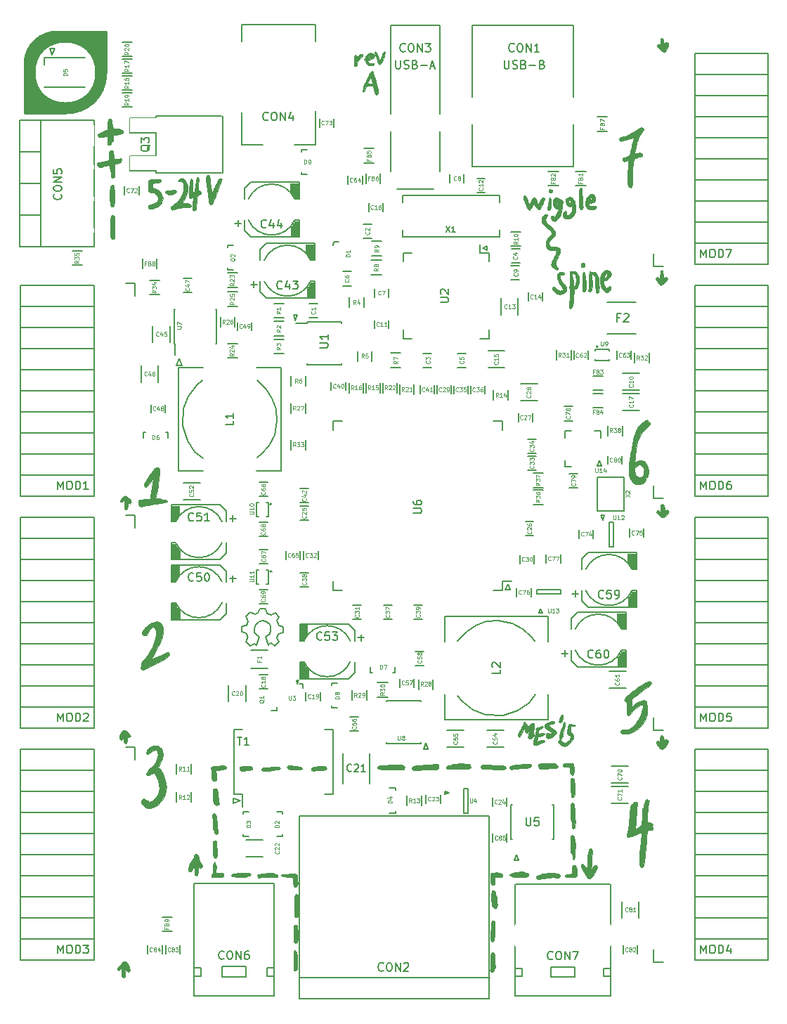
<source format=gto>
G04 #@! TF.FileFunction,Legend,Top*
%FSLAX46Y46*%
G04 Gerber Fmt 4.6, Leading zero omitted, Abs format (unit mm)*
G04 Created by KiCad (PCBNEW 4.0.0-rc2-1-stable) date Thursday, December 31, 2015 'AMt' 08:25:51 AM*
%MOMM*%
G01*
G04 APERTURE LIST*
%ADD10C,0.100000*%
%ADD11C,0.400000*%
%ADD12C,0.500000*%
%ADD13C,1.400000*%
%ADD14C,0.150000*%
%ADD15C,0.200000*%
%ADD16C,0.010000*%
%ADD17C,0.125000*%
%ADD18C,2.552400*%
%ADD19R,2.552400X2.552400*%
%ADD20R,0.752400X1.652400*%
%ADD21R,0.802400X1.212400*%
%ADD22R,1.212400X0.802400*%
%ADD23R,0.882400X0.398400*%
%ADD24R,0.398400X0.882400*%
%ADD25R,1.402400X1.402400*%
%ADD26R,1.352400X1.552400*%
%ADD27R,0.752400X1.702400*%
%ADD28R,1.327400X1.327400*%
%ADD29R,1.702400X0.752400*%
%ADD30R,0.551180X0.901700*%
%ADD31R,2.652400X4.152400*%
%ADD32R,4.152400X7.152400*%
%ADD33C,2.852400*%
%ADD34R,1.602400X0.402400*%
%ADD35R,0.402400X1.602400*%
%ADD36R,0.402400X1.152400*%
%ADD37R,1.152400X0.402400*%
%ADD38R,1.152400X1.402400*%
%ADD39R,0.901700X0.551180*%
%ADD40R,3.053080X5.552440*%
%ADD41R,0.952500X0.952500*%
%ADD42C,1.952400*%
%ADD43C,1.652400*%
%ADD44C,4.652400*%
%ADD45R,1.452400X0.852400*%
%ADD46R,1.752400X1.152400*%
%ADD47R,0.852400X1.452400*%
%ADD48C,1.676400*%
%ADD49C,2.852420*%
%ADD50R,1.402400X1.152400*%
%ADD51C,2.952400*%
%ADD52C,2.752400*%
%ADD53C,3.352400*%
%ADD54R,1.152400X1.752400*%
%ADD55C,1.772400*%
%ADD56C,2.002400*%
%ADD57R,1.752400X3.652400*%
%ADD58R,3.200400X1.803400*%
%ADD59R,6.248400X6.248400*%
%ADD60R,5.753100X2.252980*%
%ADD61C,1.879600*%
%ADD62O,1.879600X1.879600*%
%ADD63R,1.879600X1.879600*%
%ADD64R,1.052400X1.852400*%
%ADD65R,2.452400X1.152400*%
%ADD66R,5.552440X3.053080*%
%ADD67R,0.652400X1.012400*%
%ADD68R,0.702400X0.452400*%
%ADD69R,1.012400X0.652400*%
%ADD70R,0.452400X0.702400*%
%ADD71R,3.751580X1.752600*%
G04 APERTURE END LIST*
D10*
D11*
X105147737Y-43807441D02*
X105147737Y-45839441D01*
X105401737Y-43807441D02*
X105401737Y-45839441D01*
X105655737Y-43807441D02*
X105655737Y-46601441D01*
X98289737Y-51173441D02*
X98289737Y-52697441D01*
X98035737Y-51173441D02*
X98035737Y-52697441D01*
X97781737Y-47617441D02*
X97781737Y-53459441D01*
X97527737Y-47617441D02*
X97527737Y-53459441D01*
X97273737Y-47617441D02*
X97273737Y-53459441D01*
X101845737Y-44569441D02*
X106671737Y-44569441D01*
X101845737Y-44315441D02*
X106671737Y-44315441D01*
X101845737Y-44061441D02*
X106671737Y-44061441D01*
X105909737Y-43807441D02*
X105909737Y-48633441D01*
X106163737Y-43807441D02*
X106163737Y-48633441D01*
X106417737Y-43807441D02*
X106417737Y-48633441D01*
X101845737Y-52443441D02*
X97019737Y-52443441D01*
X101845737Y-52697441D02*
X97019737Y-52697441D01*
X101845737Y-52951441D02*
X97019737Y-52951441D01*
X101845737Y-53205441D02*
X97019737Y-53205441D01*
X106671737Y-43807441D02*
X106671737Y-48633441D01*
X106671737Y-43807441D02*
X101035777Y-43813016D01*
X101845737Y-53459441D02*
X97019737Y-53459441D01*
X97019737Y-47617441D02*
X97019737Y-53459441D01*
D12*
X99305737Y-44315441D02*
X97527737Y-46093441D01*
D11*
X101035777Y-43813016D02*
G75*
G03X97019737Y-47617441I-206040J-3804425D01*
G01*
D13*
X106163737Y-48633441D02*
G75*
G03X106163737Y-48633441I-4318000J0D01*
G01*
D14*
X123822460Y-116626640D02*
X123563380Y-117187980D01*
X123563380Y-117187980D02*
X124101860Y-117706140D01*
X124101860Y-117706140D02*
X124622560Y-117436900D01*
X124622560Y-117436900D02*
X124901960Y-117596920D01*
X126342140Y-117576600D02*
X126672340Y-117386100D01*
X126672340Y-117386100D02*
X127111760Y-117716300D01*
X127111760Y-117716300D02*
X127584200Y-117226080D01*
X127584200Y-117226080D02*
X127302260Y-116746020D01*
X127302260Y-116746020D02*
X127492760Y-116276120D01*
X127492760Y-116276120D02*
X128102360Y-116088160D01*
X128102360Y-116088160D02*
X128102360Y-115407440D01*
X128102360Y-115407440D02*
X127543560Y-115267740D01*
X127543560Y-115267740D02*
X127342900Y-114696240D01*
X127342900Y-114696240D02*
X127612140Y-114226340D01*
X127612140Y-114226340D02*
X127142240Y-113715800D01*
X127142240Y-113715800D02*
X126624080Y-113977420D01*
X126624080Y-113977420D02*
X126154180Y-113776760D01*
X126154180Y-113776760D02*
X125984000Y-113235740D01*
X125984000Y-113235740D02*
X125293120Y-113217960D01*
X125293120Y-113217960D02*
X125082300Y-113766600D01*
X125082300Y-113766600D02*
X124663200Y-113936780D01*
X124663200Y-113936780D02*
X124112020Y-113667540D01*
X124112020Y-113667540D02*
X123593860Y-114195860D01*
X123593860Y-114195860D02*
X123842780Y-114736880D01*
X123842780Y-114736880D02*
X123672600Y-115216940D01*
X123672600Y-115216940D02*
X123123960Y-115316000D01*
X123123960Y-115316000D02*
X123113800Y-116017040D01*
X123113800Y-116017040D02*
X123672600Y-116217700D01*
X123672600Y-116217700D02*
X123812300Y-116616480D01*
X125953520Y-116596160D02*
X126253240Y-116446300D01*
X126253240Y-116446300D02*
X126453900Y-116248180D01*
X126453900Y-116248180D02*
X126603760Y-115846860D01*
X126603760Y-115846860D02*
X126603760Y-115448080D01*
X126603760Y-115448080D02*
X126453900Y-115097560D01*
X126453900Y-115097560D02*
X126001780Y-114747040D01*
X126001780Y-114747040D02*
X125552200Y-114696240D01*
X125552200Y-114696240D02*
X125153420Y-114797840D01*
X125153420Y-114797840D02*
X124752100Y-115145820D01*
X124752100Y-115145820D02*
X124602240Y-115597940D01*
X124602240Y-115597940D02*
X124653040Y-116095780D01*
X124653040Y-116095780D02*
X124901960Y-116398040D01*
X124901960Y-116398040D02*
X125252480Y-116596160D01*
X125252480Y-116596160D02*
X124901960Y-117596920D01*
X125953520Y-116596160D02*
X126352300Y-117596920D01*
X98844737Y-58158441D02*
X96304737Y-58158441D01*
X98844737Y-61968441D02*
X96304737Y-61968441D01*
X98844737Y-65778441D02*
X96304737Y-65778441D01*
X98844737Y-54348441D02*
X98844737Y-69588441D01*
X96304737Y-54353441D02*
X96304737Y-69593441D01*
X105304737Y-54353441D02*
X96304737Y-54353441D01*
X96304737Y-69588441D02*
X105304737Y-69588441D01*
X105304737Y-69588441D02*
X105304737Y-54348441D01*
D15*
X122089537Y-136644441D02*
X122902337Y-136365041D01*
X122089537Y-136085641D02*
X122089537Y-136644441D01*
X122902337Y-136365041D02*
X122089537Y-136085641D01*
D14*
X122134737Y-135566441D02*
X123164737Y-135566441D01*
X122134737Y-127816441D02*
X123164737Y-127816441D01*
X134134737Y-127816441D02*
X133104737Y-127816441D01*
X134134737Y-135566441D02*
X133104737Y-135566441D01*
X122134737Y-135566441D02*
X122134737Y-127816441D01*
X134134737Y-135566441D02*
X134134737Y-127816441D01*
X123164737Y-135566441D02*
X123164737Y-137091441D01*
X159310737Y-113763941D02*
X159120237Y-113192441D01*
X158929737Y-113763941D02*
X159310737Y-113763941D01*
X159120237Y-113192441D02*
X158929737Y-113763941D01*
X158622737Y-110910441D02*
X158622737Y-111410441D01*
X161522737Y-110910441D02*
X158622737Y-110910441D01*
X161522737Y-111410441D02*
X161522737Y-110910441D01*
X158622737Y-111410441D02*
X161522737Y-111410441D01*
X166395379Y-101996959D02*
X166585879Y-102568459D01*
X166776379Y-101996959D02*
X166395379Y-101996959D01*
X166585879Y-102568459D02*
X166776379Y-101996959D01*
X167915379Y-102832959D02*
X167415379Y-102832959D01*
X167915379Y-105732959D02*
X167915379Y-102832959D01*
X167415379Y-105732959D02*
X167915379Y-105732959D01*
X167415379Y-102832959D02*
X167415379Y-105732959D01*
X166424755Y-96026799D02*
X165916755Y-96026799D01*
X166170755Y-95391799D02*
X166424755Y-96026799D01*
X166170755Y-95391799D02*
X165916755Y-96026799D01*
X162052255Y-96144799D02*
X162052255Y-95369799D01*
X166352255Y-91844799D02*
X166352255Y-92619799D01*
X162052255Y-91844799D02*
X162052255Y-92619799D01*
X166352255Y-91844799D02*
X165577255Y-91844799D01*
X162052255Y-91844799D02*
X162827255Y-91844799D01*
X162052255Y-96144799D02*
X162827255Y-96144799D01*
X169130237Y-97358441D02*
X169130237Y-101422441D01*
X169130237Y-101422441D02*
X165955237Y-101422441D01*
X165955237Y-101422441D02*
X165955237Y-97358441D01*
X165955237Y-97358441D02*
X169130237Y-97358441D01*
D15*
X115863237Y-83891941D02*
X115545737Y-83066441D01*
X115228237Y-83891941D02*
X115863237Y-83891941D01*
X115545737Y-83066441D02*
X115228237Y-83891941D01*
D14*
X114939237Y-81267941D02*
X115084237Y-81267941D01*
X114939237Y-77117941D02*
X115084237Y-77117941D01*
X120089237Y-77117941D02*
X119944237Y-77117941D01*
X120089237Y-81267941D02*
X119944237Y-81267941D01*
X114939237Y-81267941D02*
X114939237Y-77117941D01*
X120089237Y-81267941D02*
X120089237Y-77117941D01*
X115084237Y-81267941D02*
X115084237Y-82667941D01*
D15*
X129368937Y-77826441D02*
X129568937Y-78476441D01*
X129768937Y-77826441D02*
X129368937Y-77826441D01*
X129568937Y-78476441D02*
X129768937Y-77826441D01*
D14*
X130979737Y-78697441D02*
X130979737Y-78842441D01*
X135129737Y-78697441D02*
X135129737Y-78842441D01*
X135129737Y-83847441D02*
X135129737Y-83702441D01*
X130979737Y-83847441D02*
X130979737Y-83702441D01*
X130979737Y-78697441D02*
X135129737Y-78697441D01*
X130979737Y-83847441D02*
X135129737Y-83847441D01*
X130979737Y-78842441D02*
X129579737Y-78842441D01*
X129684137Y-121846401D02*
X129811137Y-122303601D01*
X129963537Y-121846401D02*
X129684137Y-121846401D01*
X129811137Y-122303601D02*
X129963537Y-121846401D01*
X130496937Y-122811601D02*
X130496937Y-122252801D01*
X130496937Y-122252801D02*
X130039737Y-122252801D01*
D15*
X156455737Y-143502441D02*
X156201737Y-142867441D01*
X155947737Y-143502441D02*
X156455737Y-143502441D01*
X156201737Y-142867441D02*
X155947737Y-143502441D01*
D14*
X155531737Y-141005441D02*
X155676737Y-141005441D01*
X155531737Y-136855441D02*
X155676737Y-136855441D01*
X160681737Y-136855441D02*
X160536737Y-136855441D01*
X160681737Y-141005441D02*
X160536737Y-141005441D01*
X155531737Y-141005441D02*
X155531737Y-136855441D01*
X160681737Y-141005441D02*
X160681737Y-136855441D01*
D15*
X147565737Y-135552241D02*
X148048337Y-135374441D01*
X147565737Y-135196641D02*
X147565737Y-135552241D01*
X148048337Y-135374441D02*
X147565737Y-135196641D01*
D14*
X150355737Y-134940441D02*
X149855737Y-134940441D01*
X150355737Y-137840441D02*
X150355737Y-134940441D01*
X149855737Y-137840441D02*
X150355737Y-137840441D01*
X149855737Y-134940441D02*
X149855737Y-137840441D01*
D15*
X145566737Y-130167441D02*
X145312737Y-129405441D01*
X145058737Y-130167441D02*
X145566737Y-130167441D01*
X145312737Y-129405441D02*
X145058737Y-130167441D01*
D14*
X144720737Y-129440441D02*
X144720737Y-129295441D01*
X140570737Y-129440441D02*
X140570737Y-129295441D01*
X140570737Y-124290441D02*
X140570737Y-124435441D01*
X144720737Y-124290441D02*
X144720737Y-124435441D01*
X144720737Y-129440441D02*
X140570737Y-129440441D01*
X144720737Y-124290441D02*
X140570737Y-124290441D01*
D15*
X123082917Y-57378881D02*
X123082917Y-53441881D01*
X125622917Y-57378881D02*
X123082917Y-57378881D01*
X131972917Y-57378881D02*
X129432917Y-57378881D01*
X131972917Y-53314881D02*
X131972917Y-57378881D01*
X123082917Y-42900881D02*
X123082917Y-44932881D01*
X131972917Y-42900881D02*
X123082917Y-42900881D01*
X131972917Y-44932881D02*
X131972917Y-42900881D01*
X155460996Y-110972620D02*
X155160996Y-110272620D01*
X154860996Y-110972620D02*
X155460996Y-110972620D01*
X155160996Y-110272620D02*
X154860996Y-110972620D01*
D14*
X154485996Y-110997620D02*
X154485996Y-109922620D01*
X134135996Y-110997620D02*
X134135996Y-109922620D01*
X134135996Y-90647620D02*
X134135996Y-91722620D01*
X154485996Y-90647620D02*
X154485996Y-91722620D01*
X154485996Y-110997620D02*
X153410996Y-110997620D01*
X154485996Y-90647620D02*
X153410996Y-90647620D01*
X134135996Y-90647620D02*
X135210996Y-90647620D01*
X134135996Y-110997620D02*
X135210996Y-110997620D01*
X154485996Y-109922620D02*
X155585996Y-109922620D01*
D15*
X152120917Y-69789881D02*
X152620917Y-69539881D01*
X152620917Y-70039881D02*
X152120917Y-69789881D01*
X152620917Y-69539881D02*
X152620917Y-70039881D01*
D14*
X152895917Y-70364881D02*
X151820917Y-70364881D01*
X152895917Y-80714881D02*
X151820917Y-80714881D01*
X142545917Y-80714881D02*
X143620917Y-80714881D01*
X142545917Y-70364881D02*
X143620917Y-70364881D01*
X152895917Y-70364881D02*
X152895917Y-71439881D01*
X142545917Y-70364881D02*
X142545917Y-71439881D01*
X142545917Y-80714881D02*
X142545917Y-79639881D01*
X152895917Y-80714881D02*
X152895917Y-79639881D01*
X151820917Y-70364881D02*
X151820917Y-69339881D01*
X149113737Y-84154441D02*
X150113737Y-84154441D01*
X150113737Y-82454441D02*
X149113737Y-82454441D01*
X136296137Y-72624641D02*
X135296137Y-72624641D01*
X135296137Y-74324641D02*
X136296137Y-74324641D01*
X126689477Y-125514161D02*
X127299077Y-125514161D01*
X127299077Y-125514161D02*
X127309237Y-125082361D01*
X149087197Y-123687901D02*
X149686637Y-124388941D01*
X149686637Y-124388941D02*
X150987117Y-125389701D01*
X150987117Y-125389701D02*
X152485717Y-125989141D01*
X152485717Y-125989141D02*
X154586297Y-126088201D01*
X154586297Y-126088201D02*
X156387157Y-125488761D01*
X156387157Y-125488761D02*
X157685097Y-124589601D01*
X157685097Y-124589601D02*
X158485197Y-123588841D01*
X158386137Y-117088981D02*
X157987357Y-116588601D01*
X157987357Y-116588601D02*
X156986597Y-115689441D01*
X156986597Y-115689441D02*
X155686117Y-114988401D01*
X155686117Y-114988401D02*
X153986857Y-114688681D01*
X153986857Y-114688681D02*
X152587317Y-114787741D01*
X152587317Y-114787741D02*
X151286837Y-115288121D01*
X151286837Y-115288121D02*
X150187017Y-115989161D01*
X150187017Y-115989161D02*
X149087197Y-117088981D01*
X159986337Y-117188041D02*
X159986337Y-114188301D01*
X147586057Y-123588841D02*
X147586057Y-126588581D01*
X159986337Y-126588581D02*
X159986337Y-123588841D01*
X147586057Y-114188301D02*
X147586057Y-117188041D01*
X159986337Y-114188301D02*
X147586057Y-114188301D01*
X147586057Y-126588581D02*
X159986337Y-126588581D01*
X133943717Y-122391281D02*
X133943717Y-122439541D01*
X134644757Y-125190261D02*
X133943717Y-125190261D01*
X133943717Y-125190261D02*
X133943717Y-124941341D01*
X133943717Y-122391281D02*
X133943717Y-122190621D01*
X133943717Y-122190621D02*
X134644757Y-122190621D01*
X123275717Y-137885281D02*
X123275717Y-137933541D01*
X123976757Y-140684261D02*
X123275717Y-140684261D01*
X123275717Y-140684261D02*
X123275717Y-140435341D01*
X123275717Y-137885281D02*
X123275717Y-137684621D01*
X123275717Y-137684621D02*
X123976757Y-137684621D01*
X123565737Y-157548881D02*
X120765737Y-157548881D01*
X120765737Y-157548881D02*
X120765737Y-156348881D01*
X120765737Y-156348881D02*
X123565737Y-156348881D01*
X123565737Y-156348881D02*
X123565737Y-157548881D01*
X117315737Y-157498881D02*
X118165737Y-157498881D01*
X118165737Y-157498881D02*
X118165737Y-156498881D01*
X118165737Y-156498881D02*
X117315737Y-156498881D01*
X127015737Y-157498881D02*
X126165737Y-157498881D01*
X126165737Y-157498881D02*
X126165737Y-156498881D01*
X126165737Y-156498881D02*
X127015737Y-156498881D01*
X127015737Y-146348881D02*
X117315737Y-146348881D01*
X117315737Y-146348881D02*
X117315737Y-159848881D01*
X127015737Y-159848881D02*
X127015737Y-146348881D01*
X127015737Y-159848881D02*
X117315737Y-159848881D01*
X163189737Y-157585441D02*
X160389737Y-157585441D01*
X160389737Y-157585441D02*
X160389737Y-156385441D01*
X160389737Y-156385441D02*
X163189737Y-156385441D01*
X163189737Y-156385441D02*
X163189737Y-157585441D01*
X156055737Y-157535441D02*
X156905737Y-157535441D01*
X156905737Y-157535441D02*
X156905737Y-156535441D01*
X156905737Y-156535441D02*
X156055737Y-156535441D01*
X167541737Y-157535441D02*
X166691737Y-157535441D01*
X166691737Y-157535441D02*
X166691737Y-156535441D01*
X166691737Y-156535441D02*
X167541737Y-156535441D01*
X167499737Y-146385441D02*
X156079737Y-146385441D01*
X156055737Y-146385441D02*
X156055737Y-159885441D01*
X167541737Y-159885441D02*
X167541737Y-146385441D01*
X167499737Y-159885441D02*
X156079737Y-159885441D01*
D15*
X99975737Y-45783441D02*
X100275737Y-46483441D01*
X100575737Y-45783441D02*
X99975737Y-45783441D01*
X100275737Y-46483441D02*
X100575737Y-45783441D01*
D14*
X99295737Y-46833441D02*
X99295737Y-47733441D01*
X99295737Y-50433441D02*
X104195737Y-50433441D01*
X104195737Y-46833441D02*
X99295737Y-46833441D01*
X121521737Y-122436441D02*
X121521737Y-124436441D01*
X123571737Y-124436441D02*
X123571737Y-122436441D01*
X163351237Y-60521941D02*
X164551237Y-60521941D01*
X164551237Y-62271941D02*
X163351237Y-62271941D01*
X163575737Y-96951620D02*
X162575737Y-96951620D01*
X162575737Y-98651620D02*
X163575737Y-98651620D01*
X163093917Y-51560881D02*
X163093917Y-42924881D01*
X163093917Y-59942881D02*
X163093917Y-54862881D01*
X150901917Y-51560881D02*
X150901917Y-42924881D01*
X150901917Y-59942881D02*
X150901917Y-54862881D01*
X150901917Y-42924881D02*
X163093917Y-42924881D01*
X163093917Y-59942881D02*
X150901917Y-59942881D01*
X148176237Y-60912941D02*
X148176237Y-61912941D01*
X149876237Y-61912941D02*
X149876237Y-60912941D01*
X152927917Y-138208881D02*
X130067917Y-138208881D01*
X152927917Y-157708881D02*
X152927917Y-138208881D01*
X130067917Y-160248881D02*
X130067917Y-157708881D01*
X152927917Y-160248881D02*
X130067917Y-160248881D01*
X152927917Y-157708881D02*
X152927917Y-160248881D01*
X152997917Y-157708881D02*
X129997917Y-157708881D01*
X130067917Y-157708881D02*
X130067917Y-138208881D01*
X138747237Y-66896941D02*
X137747237Y-66896941D01*
X137747237Y-68596941D02*
X138747237Y-68596941D01*
X145922737Y-82454441D02*
X144922737Y-82454441D01*
X144922737Y-84154441D02*
X145922737Y-84154441D01*
X155584137Y-71581441D02*
X156584137Y-71581441D01*
X156584137Y-69881441D02*
X155584137Y-69881441D01*
X139095737Y-74692441D02*
X139095737Y-75692441D01*
X140795737Y-75692441D02*
X140795737Y-74692441D01*
X155527237Y-73613441D02*
X156527237Y-73613441D01*
X156527237Y-71913441D02*
X155527237Y-71913441D01*
X171020737Y-84882941D02*
X169020737Y-84882941D01*
X169020737Y-86932941D02*
X171020737Y-86932941D01*
X140795737Y-79470441D02*
X140795737Y-78470441D01*
X139095737Y-78470441D02*
X139095737Y-79470441D01*
X151431237Y-63072441D02*
X152431237Y-63072441D01*
X152431237Y-61372441D02*
X151431237Y-61372441D01*
X154351237Y-75826041D02*
X154351237Y-77826041D01*
X156401237Y-77826041D02*
X156401237Y-75826041D01*
X159363137Y-76149641D02*
X159363137Y-75149641D01*
X157663137Y-75149641D02*
X157663137Y-76149641D01*
X152787337Y-84202441D02*
X154787337Y-84202441D01*
X154787337Y-82152441D02*
X152787337Y-82152441D01*
X140111937Y-65373441D02*
X140111937Y-64373441D01*
X138411937Y-64373441D02*
X138411937Y-65373441D01*
X171020737Y-87283241D02*
X169020737Y-87283241D01*
X169020737Y-89333241D02*
X171020737Y-89333241D01*
X123602737Y-143130441D02*
X125602737Y-143130441D01*
X125602737Y-141080441D02*
X123602737Y-141080441D01*
X145318737Y-135652441D02*
X145318737Y-136652441D01*
X147018737Y-136652441D02*
X147018737Y-135652441D01*
X126205737Y-121189441D02*
X125205737Y-121189441D01*
X125205737Y-122889441D02*
X126205737Y-122889441D01*
X131127237Y-100869441D02*
X130127237Y-100869441D01*
X130127237Y-102569441D02*
X131127237Y-102569441D01*
X158267137Y-102723641D02*
X157267137Y-102723641D01*
X157267137Y-104423641D02*
X158267137Y-104423641D01*
X148316917Y-87342881D02*
X148316917Y-86342881D01*
X146616917Y-86342881D02*
X146616917Y-87342881D01*
X156621737Y-106791441D02*
X156621737Y-107791441D01*
X158321737Y-107791441D02*
X158321737Y-106791441D01*
X156418537Y-89697241D02*
X156418537Y-90697241D01*
X158118537Y-90697241D02*
X158118537Y-89697241D01*
X158724337Y-86140241D02*
X156724337Y-86140241D01*
X156724337Y-88190241D02*
X158724337Y-88190241D01*
X137508737Y-112807441D02*
X136508737Y-112807441D01*
X136508737Y-114507441D02*
X137508737Y-114507441D01*
X130586737Y-106283441D02*
X130586737Y-107283441D01*
X132286737Y-107283441D02*
X132286737Y-106283441D01*
X157546537Y-96524241D02*
X158546537Y-96524241D01*
X158546537Y-94824241D02*
X157546537Y-94824241D01*
X157546537Y-94492241D02*
X158546537Y-94492241D01*
X158546537Y-92792241D02*
X157546537Y-92792241D01*
X150348917Y-87358881D02*
X150348917Y-86358881D01*
X148648917Y-86358881D02*
X148648917Y-87358881D01*
X152380917Y-87358881D02*
X152380917Y-86358881D01*
X150680917Y-86358881D02*
X150680917Y-87358881D01*
X141191737Y-112807441D02*
X140191737Y-112807441D01*
X140191737Y-114507441D02*
X141191737Y-114507441D01*
X131158737Y-108870441D02*
X130158737Y-108870441D01*
X130158737Y-110570441D02*
X131158737Y-110570441D01*
X144874737Y-112789881D02*
X143874737Y-112789881D01*
X143874737Y-114489881D02*
X144874737Y-114489881D01*
X135588737Y-86931941D02*
X135588737Y-85931941D01*
X133888737Y-85931941D02*
X133888737Y-86931941D01*
X146284917Y-87342881D02*
X146284917Y-86342881D01*
X144584917Y-86342881D02*
X144584917Y-87342881D01*
X131127237Y-98773941D02*
X130127237Y-98773941D01*
X130127237Y-100473941D02*
X131127237Y-100473941D01*
X117061737Y-73437441D02*
X116061737Y-73437441D01*
X116061737Y-75137441D02*
X117061737Y-75137441D01*
X112171737Y-88630441D02*
X112171737Y-89630441D01*
X113871737Y-89630441D02*
X113871737Y-88630441D01*
X124285737Y-79724441D02*
X124285737Y-78724441D01*
X122585737Y-78724441D02*
X122585737Y-79724441D01*
X136159737Y-127969441D02*
X137159737Y-127969441D01*
X137159737Y-126269441D02*
X136159737Y-126269441D01*
X142143737Y-121666441D02*
X142143737Y-122666441D01*
X143843737Y-122666441D02*
X143843737Y-121666441D01*
X145033737Y-118395441D02*
X144033737Y-118395441D01*
X144033737Y-120095441D02*
X145033737Y-120095441D01*
X164824137Y-83185441D02*
X164824137Y-82185441D01*
X163124137Y-82185441D02*
X163124137Y-83185441D01*
X168331137Y-82185441D02*
X168331137Y-83185441D01*
X170031137Y-83185441D02*
X170031137Y-82185441D01*
X135920737Y-61103441D02*
X135920737Y-62103441D01*
X137620737Y-62103441D02*
X137620737Y-61103441D01*
X128427737Y-106283441D02*
X128427737Y-107283441D01*
X130127737Y-107283441D02*
X130127737Y-106283441D01*
X125205737Y-99699241D02*
X126205737Y-99699241D01*
X126205737Y-97999241D02*
X125205737Y-97999241D01*
X125221737Y-107776441D02*
X126221737Y-107776441D01*
X126221737Y-106076441D02*
X125221737Y-106076441D01*
X126205737Y-102825241D02*
X125205737Y-102825241D01*
X125205737Y-104525241D02*
X126205737Y-104525241D01*
X126205737Y-110902441D02*
X125205737Y-110902441D01*
X125205737Y-112602441D02*
X126205737Y-112602441D01*
X167623737Y-134240441D02*
X169623737Y-134240441D01*
X169623737Y-132190441D02*
X167623737Y-132190441D01*
X167623737Y-136653441D02*
X169623737Y-136653441D01*
X169623737Y-134603441D02*
X167623737Y-134603441D01*
X108996737Y-62341441D02*
X108996737Y-63341441D01*
X110696737Y-63341441D02*
X110696737Y-62341441D01*
X132491737Y-54213441D02*
X132491737Y-55213441D01*
X134191737Y-55213441D02*
X134191737Y-54213441D01*
X165467379Y-104732959D02*
X165467379Y-103732959D01*
X163767379Y-103732959D02*
X163767379Y-104732959D01*
X171563379Y-104589959D02*
X171563379Y-103589959D01*
X169863379Y-103589959D02*
X169863379Y-104589959D01*
X157940737Y-111760441D02*
X157940737Y-110760441D01*
X156240737Y-110760441D02*
X156240737Y-111760441D01*
X159796737Y-106696441D02*
X159796737Y-107696441D01*
X161496737Y-107696441D02*
X161496737Y-106696441D01*
X161940737Y-90580641D02*
X162940737Y-90580641D01*
X162940737Y-88880641D02*
X161940737Y-88880641D01*
X168926237Y-95821941D02*
X168926237Y-94821941D01*
X167226237Y-94821941D02*
X167226237Y-95821941D01*
X169067737Y-153813441D02*
X169067737Y-154813441D01*
X170767737Y-154813441D02*
X170767737Y-153813441D01*
X113949737Y-153813441D02*
X113949737Y-154813441D01*
X115649737Y-154813441D02*
X115649737Y-153813441D01*
X113490737Y-154813441D02*
X113490737Y-153813441D01*
X111790737Y-153813441D02*
X111790737Y-154813441D01*
X147009737Y-53590881D02*
X147009737Y-42910881D01*
X141009737Y-53590881D02*
X141009737Y-42910881D01*
X141009737Y-42910881D02*
X147009737Y-42910881D01*
X141009737Y-55770881D02*
X141009737Y-60590881D01*
X146209737Y-62684381D02*
X141809737Y-62684381D01*
X147009737Y-55770881D02*
X147009737Y-60590881D01*
X141611977Y-137623601D02*
X141611977Y-137575341D01*
X140910937Y-134824621D02*
X141611977Y-134824621D01*
X141611977Y-134824621D02*
X141611977Y-135073541D01*
X141611977Y-137623601D02*
X141611977Y-137824261D01*
X141611977Y-137824261D02*
X140910937Y-137824261D01*
X128007737Y-140483601D02*
X128007737Y-140435341D01*
X127306697Y-137684621D02*
X128007737Y-137684621D01*
X128007737Y-137684621D02*
X128007737Y-137933541D01*
X128007737Y-140483601D02*
X128007737Y-140684261D01*
X128007737Y-140684261D02*
X127306697Y-140684261D01*
X114005897Y-91940441D02*
X113957637Y-91940441D01*
X111206917Y-92641481D02*
X111206917Y-91940441D01*
X111206917Y-91940441D02*
X111455837Y-91940441D01*
X114005897Y-91940441D02*
X114206557Y-91940441D01*
X114206557Y-91940441D02*
X114206557Y-92641481D01*
X138773577Y-120929461D02*
X138821837Y-120929461D01*
X141572557Y-120228421D02*
X141572557Y-120929461D01*
X141572557Y-120929461D02*
X141323637Y-120929461D01*
X138773577Y-120929461D02*
X138572917Y-120929461D01*
X138572917Y-120929461D02*
X138572917Y-120228421D01*
X130260717Y-58129281D02*
X130260717Y-58177541D01*
X130961757Y-60928261D02*
X130260717Y-60928261D01*
X130260717Y-60928261D02*
X130260717Y-60679341D01*
X130260717Y-58129281D02*
X130260717Y-57928621D01*
X130260717Y-57928621D02*
X130961757Y-57928621D01*
X170565437Y-76344841D02*
X167111037Y-76344841D01*
X170565437Y-80104041D02*
X167111037Y-80104041D01*
X160046737Y-60521941D02*
X161246737Y-60521941D01*
X161246737Y-62271941D02*
X160046737Y-62271941D01*
X166621337Y-86922641D02*
X165421337Y-86922641D01*
X165421337Y-85172641D02*
X166621337Y-85172641D01*
X166621337Y-89030841D02*
X165421337Y-89030841D01*
X165421337Y-87280841D02*
X166621337Y-87280841D01*
X139006537Y-59541441D02*
X137806537Y-59541441D01*
X137806537Y-57791441D02*
X139006537Y-57791441D01*
X139804737Y-60799441D02*
X139804737Y-61999441D01*
X138054737Y-61999441D02*
X138054737Y-60799441D01*
X114698737Y-152124441D02*
X113498737Y-152124441D01*
X113498737Y-150374441D02*
X114698737Y-150374441D01*
X121370717Y-69625281D02*
X121370717Y-69673541D01*
X122071757Y-72424261D02*
X121370717Y-72424261D01*
X121370717Y-72424261D02*
X121370717Y-72175341D01*
X121370717Y-69625281D02*
X121370717Y-69424621D01*
X121370717Y-69424621D02*
X122071757Y-69424621D01*
X112767737Y-58666441D02*
X109592737Y-58666441D01*
X109592737Y-58666441D02*
X109592737Y-60444441D01*
X109592737Y-60444441D02*
X112767737Y-60444441D01*
X112767737Y-54094441D02*
X109592737Y-54094441D01*
X109592737Y-54094441D02*
X109592737Y-55872441D01*
X109592737Y-55872441D02*
X112767737Y-55872441D01*
X118863737Y-60698441D02*
X112767737Y-60698441D01*
X112767737Y-60698441D02*
X112767737Y-53840441D01*
X112767737Y-53840441D02*
X120641737Y-53840441D01*
X120768737Y-53840441D02*
X120768737Y-60698441D01*
X120641737Y-60698441D02*
X118863737Y-60698441D01*
X126965737Y-76460441D02*
X128165737Y-76460441D01*
X128165737Y-78210441D02*
X126965737Y-78210441D01*
X126965737Y-78619441D02*
X128165737Y-78619441D01*
X128165737Y-80369441D02*
X126965737Y-80369441D01*
X126965737Y-80778441D02*
X128165737Y-80778441D01*
X128165737Y-82528441D02*
X126965737Y-82528441D01*
X137798137Y-75704241D02*
X137798137Y-76904241D01*
X136048137Y-76904241D02*
X136048137Y-75704241D01*
X138788737Y-82196441D02*
X138788737Y-83396441D01*
X137038737Y-83396441D02*
X137038737Y-82196441D01*
X130787737Y-85183441D02*
X130787737Y-86383441D01*
X129037737Y-86383441D02*
X129037737Y-85183441D01*
X142257737Y-84179441D02*
X141057737Y-84179441D01*
X141057737Y-82429441D02*
X142257737Y-82429441D01*
X139910737Y-73003441D02*
X138710737Y-73003441D01*
X138710737Y-71253441D02*
X139910737Y-71253441D01*
X139971737Y-70717441D02*
X138771737Y-70717441D01*
X138771737Y-68967441D02*
X139971737Y-68967441D01*
X155535737Y-67824441D02*
X156735737Y-67824441D01*
X156735737Y-69574441D02*
X155535737Y-69574441D01*
X143007737Y-136929441D02*
X143007737Y-135729441D01*
X144757737Y-135729441D02*
X144757737Y-136929441D01*
X153447137Y-88095441D02*
X153447137Y-86895441D01*
X155197137Y-86895441D02*
X155197137Y-88095441D01*
X139804737Y-86008941D02*
X139804737Y-87208941D01*
X138054737Y-87208941D02*
X138054737Y-86008941D01*
X136022737Y-87208941D02*
X136022737Y-86008941D01*
X137772737Y-86008941D02*
X137772737Y-87208941D01*
X143868737Y-86199441D02*
X143868737Y-87399441D01*
X142118737Y-87399441D02*
X142118737Y-86199441D01*
X141836737Y-86008941D02*
X141836737Y-87208941D01*
X140086737Y-87208941D02*
X140086737Y-86008941D01*
X121372737Y-72777441D02*
X122572737Y-72777441D01*
X122572737Y-74527441D02*
X121372737Y-74527441D01*
X121372737Y-81286441D02*
X122572737Y-81286441D01*
X122572737Y-83036441D02*
X121372737Y-83036441D01*
X122572737Y-76813441D02*
X121372737Y-76813441D01*
X121372737Y-75063441D02*
X122572737Y-75063441D01*
X122278737Y-78066441D02*
X122278737Y-79266441D01*
X120528737Y-79266441D02*
X120528737Y-78066441D01*
X129037737Y-89680441D02*
X129037737Y-88480441D01*
X130787737Y-88480441D02*
X130787737Y-89680441D01*
X144404737Y-122954441D02*
X144404737Y-121754441D01*
X146154737Y-121754441D02*
X146154737Y-122954441D01*
X138153737Y-123029441D02*
X138153737Y-124229441D01*
X136403737Y-124229441D02*
X136403737Y-123029441D01*
X139470237Y-122116941D02*
X140670237Y-122116941D01*
X140670237Y-123866941D02*
X139470237Y-123866941D01*
X162766337Y-82069441D02*
X162766337Y-83269441D01*
X161016337Y-83269441D02*
X161016337Y-82069441D01*
X170439737Y-83584441D02*
X170439737Y-82384441D01*
X172189737Y-82384441D02*
X172189737Y-83584441D01*
X129037737Y-94066941D02*
X129037737Y-92866941D01*
X130787737Y-92866941D02*
X130787737Y-94066941D01*
X113179737Y-75416441D02*
X111979737Y-75416441D01*
X111979737Y-73666441D02*
X113179737Y-73666441D01*
X103908737Y-71860441D02*
X102708737Y-71860441D01*
X102708737Y-70110441D02*
X103908737Y-70110441D01*
X158207737Y-98914041D02*
X159407737Y-98914041D01*
X159407737Y-100664041D02*
X158207737Y-100664041D01*
X158207737Y-96882041D02*
X159407737Y-96882041D01*
X159407737Y-98632041D02*
X158207737Y-98632041D01*
X167201237Y-92415941D02*
X167201237Y-91215941D01*
X168951237Y-91215941D02*
X168951237Y-92415941D01*
X154200217Y-63406081D02*
X142500977Y-63406081D01*
X142500977Y-68404801D02*
X154200217Y-68404801D01*
X142500977Y-63406081D02*
X142500977Y-64254441D01*
X142500977Y-68404801D02*
X142500977Y-67556441D01*
X154200217Y-63406081D02*
X154200217Y-64254441D01*
X154200217Y-68404801D02*
X154200217Y-67556441D01*
X132206737Y-76485441D02*
X131206737Y-76485441D01*
X131206737Y-78185441D02*
X132206737Y-78185441D01*
X108672737Y-46996441D02*
X109872737Y-46996441D01*
X109872737Y-48746441D02*
X108672737Y-48746441D01*
X108672737Y-49028441D02*
X109872737Y-49028441D01*
X109872737Y-50778441D02*
X108672737Y-50778441D01*
X108672737Y-51060441D02*
X109872737Y-51060441D01*
X109872737Y-52810441D02*
X108672737Y-52810441D01*
X96444737Y-92067441D02*
X105274737Y-92067441D01*
X96444737Y-89527441D02*
X96444737Y-92067441D01*
X105274737Y-89527441D02*
X105274737Y-92067441D01*
X105274737Y-92067441D02*
X96444737Y-92067441D01*
X105274737Y-94607441D02*
X96444737Y-94607441D01*
X105274737Y-92067441D02*
X105274737Y-94607441D01*
X96444737Y-92067441D02*
X96444737Y-94607441D01*
X96444737Y-94607441D02*
X105274737Y-94607441D01*
X96444737Y-97147441D02*
X105274737Y-97147441D01*
X96444737Y-94607441D02*
X96444737Y-97147441D01*
X105274737Y-94607441D02*
X105274737Y-97147441D01*
X105274737Y-97147441D02*
X96444737Y-97147441D01*
X105274737Y-99687441D02*
X96444737Y-99687441D01*
X105274737Y-97147441D02*
X105274737Y-99687441D01*
X96444737Y-97147441D02*
X96444737Y-99687441D01*
X96444737Y-99687441D02*
X105274737Y-99687441D01*
X96444737Y-89527441D02*
X105274737Y-89527441D01*
X96444737Y-86987441D02*
X96444737Y-89527441D01*
X105274737Y-86987441D02*
X105274737Y-89527441D01*
X105274737Y-89527441D02*
X96444737Y-89527441D01*
X105274737Y-86987441D02*
X96444737Y-86987441D01*
X105274737Y-84447441D02*
X105274737Y-86987441D01*
X96444737Y-84447441D02*
X96444737Y-86987441D01*
X96444737Y-86987441D02*
X105274737Y-86987441D01*
X96444737Y-84447441D02*
X105274737Y-84447441D01*
X96444737Y-81907441D02*
X96444737Y-84447441D01*
X105274737Y-81907441D02*
X105274737Y-84447441D01*
X105274737Y-84447441D02*
X96444737Y-84447441D01*
X105274737Y-81907441D02*
X96444737Y-81907441D01*
X105274737Y-79367441D02*
X105274737Y-81907441D01*
X96444737Y-79367441D02*
X96444737Y-81907441D01*
X96444737Y-81907441D02*
X105274737Y-81907441D01*
X96444737Y-79367441D02*
X105274737Y-79367441D01*
X96444737Y-76827441D02*
X96444737Y-79367441D01*
X105274737Y-76827441D02*
X105274737Y-79367441D01*
X105274737Y-79367441D02*
X96444737Y-79367441D01*
X105274737Y-76827441D02*
X96444737Y-76827441D01*
X105274737Y-74287441D02*
X105274737Y-76827441D01*
X110234737Y-75557441D02*
X110234737Y-74007441D01*
X110234737Y-74007441D02*
X109084737Y-74007441D01*
X105274737Y-74287441D02*
X96444737Y-74287441D01*
X96444737Y-74287441D02*
X96444737Y-76827441D01*
X96444737Y-76827441D02*
X105274737Y-76827441D01*
X96444737Y-120007441D02*
X105274737Y-120007441D01*
X96444737Y-117467441D02*
X96444737Y-120007441D01*
X105274737Y-117467441D02*
X105274737Y-120007441D01*
X105274737Y-120007441D02*
X96444737Y-120007441D01*
X105274737Y-122547441D02*
X96444737Y-122547441D01*
X105274737Y-120007441D02*
X105274737Y-122547441D01*
X96444737Y-120007441D02*
X96444737Y-122547441D01*
X96444737Y-122547441D02*
X105274737Y-122547441D01*
X96444737Y-125087441D02*
X105274737Y-125087441D01*
X96444737Y-122547441D02*
X96444737Y-125087441D01*
X105274737Y-122547441D02*
X105274737Y-125087441D01*
X105274737Y-125087441D02*
X96444737Y-125087441D01*
X105274737Y-127627441D02*
X96444737Y-127627441D01*
X105274737Y-125087441D02*
X105274737Y-127627441D01*
X96444737Y-125087441D02*
X96444737Y-127627441D01*
X96444737Y-127627441D02*
X105274737Y-127627441D01*
X96444737Y-117467441D02*
X105274737Y-117467441D01*
X96444737Y-114927441D02*
X96444737Y-117467441D01*
X105274737Y-114927441D02*
X105274737Y-117467441D01*
X105274737Y-117467441D02*
X96444737Y-117467441D01*
X105274737Y-114927441D02*
X96444737Y-114927441D01*
X105274737Y-112387441D02*
X105274737Y-114927441D01*
X96444737Y-112387441D02*
X96444737Y-114927441D01*
X96444737Y-114927441D02*
X105274737Y-114927441D01*
X96444737Y-112387441D02*
X105274737Y-112387441D01*
X96444737Y-109847441D02*
X96444737Y-112387441D01*
X105274737Y-109847441D02*
X105274737Y-112387441D01*
X105274737Y-112387441D02*
X96444737Y-112387441D01*
X105274737Y-109847441D02*
X96444737Y-109847441D01*
X105274737Y-107307441D02*
X105274737Y-109847441D01*
X96444737Y-107307441D02*
X96444737Y-109847441D01*
X96444737Y-109847441D02*
X105274737Y-109847441D01*
X96444737Y-107307441D02*
X105274737Y-107307441D01*
X96444737Y-104767441D02*
X96444737Y-107307441D01*
X105274737Y-104767441D02*
X105274737Y-107307441D01*
X105274737Y-107307441D02*
X96444737Y-107307441D01*
X105274737Y-104767441D02*
X96444737Y-104767441D01*
X105274737Y-102227441D02*
X105274737Y-104767441D01*
X110234737Y-103497441D02*
X110234737Y-101947441D01*
X110234737Y-101947441D02*
X109084737Y-101947441D01*
X105274737Y-102227441D02*
X96444737Y-102227441D01*
X96444737Y-102227441D02*
X96444737Y-104767441D01*
X96444737Y-104767441D02*
X105274737Y-104767441D01*
X96444737Y-147947441D02*
X105274737Y-147947441D01*
X96444737Y-145407441D02*
X96444737Y-147947441D01*
X105274737Y-145407441D02*
X105274737Y-147947441D01*
X105274737Y-147947441D02*
X96444737Y-147947441D01*
X105274737Y-150487441D02*
X96444737Y-150487441D01*
X105274737Y-147947441D02*
X105274737Y-150487441D01*
X96444737Y-147947441D02*
X96444737Y-150487441D01*
X96444737Y-150487441D02*
X105274737Y-150487441D01*
X96444737Y-153027441D02*
X105274737Y-153027441D01*
X96444737Y-150487441D02*
X96444737Y-153027441D01*
X105274737Y-150487441D02*
X105274737Y-153027441D01*
X105274737Y-153027441D02*
X96444737Y-153027441D01*
X105274737Y-155567441D02*
X96444737Y-155567441D01*
X105274737Y-153027441D02*
X105274737Y-155567441D01*
X96444737Y-153027441D02*
X96444737Y-155567441D01*
X96444737Y-155567441D02*
X105274737Y-155567441D01*
X96444737Y-145407441D02*
X105274737Y-145407441D01*
X96444737Y-142867441D02*
X96444737Y-145407441D01*
X105274737Y-142867441D02*
X105274737Y-145407441D01*
X105274737Y-145407441D02*
X96444737Y-145407441D01*
X105274737Y-142867441D02*
X96444737Y-142867441D01*
X105274737Y-140327441D02*
X105274737Y-142867441D01*
X96444737Y-140327441D02*
X96444737Y-142867441D01*
X96444737Y-142867441D02*
X105274737Y-142867441D01*
X96444737Y-140327441D02*
X105274737Y-140327441D01*
X96444737Y-137787441D02*
X96444737Y-140327441D01*
X105274737Y-137787441D02*
X105274737Y-140327441D01*
X105274737Y-140327441D02*
X96444737Y-140327441D01*
X105274737Y-137787441D02*
X96444737Y-137787441D01*
X105274737Y-135247441D02*
X105274737Y-137787441D01*
X96444737Y-135247441D02*
X96444737Y-137787441D01*
X96444737Y-137787441D02*
X105274737Y-137787441D01*
X96444737Y-135247441D02*
X105274737Y-135247441D01*
X96444737Y-132707441D02*
X96444737Y-135247441D01*
X105274737Y-132707441D02*
X105274737Y-135247441D01*
X105274737Y-135247441D02*
X96444737Y-135247441D01*
X105274737Y-132707441D02*
X96444737Y-132707441D01*
X105274737Y-130167441D02*
X105274737Y-132707441D01*
X110234737Y-131437441D02*
X110234737Y-129887441D01*
X110234737Y-129887441D02*
X109084737Y-129887441D01*
X105274737Y-130167441D02*
X96444737Y-130167441D01*
X96444737Y-130167441D02*
X96444737Y-132707441D01*
X96444737Y-132707441D02*
X105274737Y-132707441D01*
X186494737Y-137787441D02*
X177664737Y-137787441D01*
X186494737Y-140327441D02*
X186494737Y-137787441D01*
X177664737Y-140327441D02*
X177664737Y-137787441D01*
X177664737Y-137787441D02*
X186494737Y-137787441D01*
X177664737Y-135247441D02*
X186494737Y-135247441D01*
X177664737Y-137787441D02*
X177664737Y-135247441D01*
X186494737Y-137787441D02*
X186494737Y-135247441D01*
X186494737Y-135247441D02*
X177664737Y-135247441D01*
X186494737Y-132707441D02*
X177664737Y-132707441D01*
X186494737Y-135247441D02*
X186494737Y-132707441D01*
X177664737Y-135247441D02*
X177664737Y-132707441D01*
X177664737Y-132707441D02*
X186494737Y-132707441D01*
X177664737Y-130167441D02*
X186494737Y-130167441D01*
X177664737Y-132707441D02*
X177664737Y-130167441D01*
X186494737Y-132707441D02*
X186494737Y-130167441D01*
X186494737Y-130167441D02*
X177664737Y-130167441D01*
X186494737Y-140327441D02*
X177664737Y-140327441D01*
X186494737Y-142867441D02*
X186494737Y-140327441D01*
X177664737Y-142867441D02*
X177664737Y-140327441D01*
X177664737Y-140327441D02*
X186494737Y-140327441D01*
X177664737Y-142867441D02*
X186494737Y-142867441D01*
X177664737Y-145407441D02*
X177664737Y-142867441D01*
X186494737Y-145407441D02*
X186494737Y-142867441D01*
X186494737Y-142867441D02*
X177664737Y-142867441D01*
X186494737Y-145407441D02*
X177664737Y-145407441D01*
X186494737Y-147947441D02*
X186494737Y-145407441D01*
X177664737Y-147947441D02*
X177664737Y-145407441D01*
X177664737Y-145407441D02*
X186494737Y-145407441D01*
X177664737Y-147947441D02*
X186494737Y-147947441D01*
X177664737Y-150487441D02*
X177664737Y-147947441D01*
X186494737Y-150487441D02*
X186494737Y-147947441D01*
X186494737Y-147947441D02*
X177664737Y-147947441D01*
X186494737Y-150487441D02*
X177664737Y-150487441D01*
X186494737Y-153027441D02*
X186494737Y-150487441D01*
X177664737Y-153027441D02*
X177664737Y-150487441D01*
X177664737Y-150487441D02*
X186494737Y-150487441D01*
X177664737Y-153027441D02*
X186494737Y-153027441D01*
X177664737Y-155567441D02*
X177664737Y-153027441D01*
X172704737Y-154297441D02*
X172704737Y-155847441D01*
X172704737Y-155847441D02*
X173854737Y-155847441D01*
X177664737Y-155567441D02*
X186494737Y-155567441D01*
X186494737Y-155567441D02*
X186494737Y-153027441D01*
X186494737Y-153027441D02*
X177664737Y-153027441D01*
X186494737Y-109847441D02*
X177664737Y-109847441D01*
X186494737Y-112387441D02*
X186494737Y-109847441D01*
X177664737Y-112387441D02*
X177664737Y-109847441D01*
X177664737Y-109847441D02*
X186494737Y-109847441D01*
X177664737Y-107307441D02*
X186494737Y-107307441D01*
X177664737Y-109847441D02*
X177664737Y-107307441D01*
X186494737Y-109847441D02*
X186494737Y-107307441D01*
X186494737Y-107307441D02*
X177664737Y-107307441D01*
X186494737Y-104767441D02*
X177664737Y-104767441D01*
X186494737Y-107307441D02*
X186494737Y-104767441D01*
X177664737Y-107307441D02*
X177664737Y-104767441D01*
X177664737Y-104767441D02*
X186494737Y-104767441D01*
X177664737Y-102227441D02*
X186494737Y-102227441D01*
X177664737Y-104767441D02*
X177664737Y-102227441D01*
X186494737Y-104767441D02*
X186494737Y-102227441D01*
X186494737Y-102227441D02*
X177664737Y-102227441D01*
X186494737Y-112387441D02*
X177664737Y-112387441D01*
X186494737Y-114927441D02*
X186494737Y-112387441D01*
X177664737Y-114927441D02*
X177664737Y-112387441D01*
X177664737Y-112387441D02*
X186494737Y-112387441D01*
X177664737Y-114927441D02*
X186494737Y-114927441D01*
X177664737Y-117467441D02*
X177664737Y-114927441D01*
X186494737Y-117467441D02*
X186494737Y-114927441D01*
X186494737Y-114927441D02*
X177664737Y-114927441D01*
X186494737Y-117467441D02*
X177664737Y-117467441D01*
X186494737Y-120007441D02*
X186494737Y-117467441D01*
X177664737Y-120007441D02*
X177664737Y-117467441D01*
X177664737Y-117467441D02*
X186494737Y-117467441D01*
X177664737Y-120007441D02*
X186494737Y-120007441D01*
X177664737Y-122547441D02*
X177664737Y-120007441D01*
X186494737Y-122547441D02*
X186494737Y-120007441D01*
X186494737Y-120007441D02*
X177664737Y-120007441D01*
X186494737Y-122547441D02*
X177664737Y-122547441D01*
X186494737Y-125087441D02*
X186494737Y-122547441D01*
X177664737Y-125087441D02*
X177664737Y-122547441D01*
X177664737Y-122547441D02*
X186494737Y-122547441D01*
X177664737Y-125087441D02*
X186494737Y-125087441D01*
X177664737Y-127627441D02*
X177664737Y-125087441D01*
X172704737Y-126357441D02*
X172704737Y-127907441D01*
X172704737Y-127907441D02*
X173854737Y-127907441D01*
X177664737Y-127627441D02*
X186494737Y-127627441D01*
X186494737Y-127627441D02*
X186494737Y-125087441D01*
X186494737Y-125087441D02*
X177664737Y-125087441D01*
X186494737Y-81907441D02*
X177664737Y-81907441D01*
X186494737Y-84447441D02*
X186494737Y-81907441D01*
X177664737Y-84447441D02*
X177664737Y-81907441D01*
X177664737Y-81907441D02*
X186494737Y-81907441D01*
X177664737Y-79367441D02*
X186494737Y-79367441D01*
X177664737Y-81907441D02*
X177664737Y-79367441D01*
X186494737Y-81907441D02*
X186494737Y-79367441D01*
X186494737Y-79367441D02*
X177664737Y-79367441D01*
X186494737Y-76827441D02*
X177664737Y-76827441D01*
X186494737Y-79367441D02*
X186494737Y-76827441D01*
X177664737Y-79367441D02*
X177664737Y-76827441D01*
X177664737Y-76827441D02*
X186494737Y-76827441D01*
X177664737Y-74287441D02*
X186494737Y-74287441D01*
X177664737Y-76827441D02*
X177664737Y-74287441D01*
X186494737Y-76827441D02*
X186494737Y-74287441D01*
X186494737Y-74287441D02*
X177664737Y-74287441D01*
X186494737Y-84447441D02*
X177664737Y-84447441D01*
X186494737Y-86987441D02*
X186494737Y-84447441D01*
X177664737Y-86987441D02*
X177664737Y-84447441D01*
X177664737Y-84447441D02*
X186494737Y-84447441D01*
X177664737Y-86987441D02*
X186494737Y-86987441D01*
X177664737Y-89527441D02*
X177664737Y-86987441D01*
X186494737Y-89527441D02*
X186494737Y-86987441D01*
X186494737Y-86987441D02*
X177664737Y-86987441D01*
X186494737Y-89527441D02*
X177664737Y-89527441D01*
X186494737Y-92067441D02*
X186494737Y-89527441D01*
X177664737Y-92067441D02*
X177664737Y-89527441D01*
X177664737Y-89527441D02*
X186494737Y-89527441D01*
X177664737Y-92067441D02*
X186494737Y-92067441D01*
X177664737Y-94607441D02*
X177664737Y-92067441D01*
X186494737Y-94607441D02*
X186494737Y-92067441D01*
X186494737Y-92067441D02*
X177664737Y-92067441D01*
X186494737Y-94607441D02*
X177664737Y-94607441D01*
X186494737Y-97147441D02*
X186494737Y-94607441D01*
X177664737Y-97147441D02*
X177664737Y-94607441D01*
X177664737Y-94607441D02*
X186494737Y-94607441D01*
X177664737Y-97147441D02*
X186494737Y-97147441D01*
X177664737Y-99687441D02*
X177664737Y-97147441D01*
X172704737Y-98417441D02*
X172704737Y-99967441D01*
X172704737Y-99967441D02*
X173854737Y-99967441D01*
X177664737Y-99687441D02*
X186494737Y-99687441D01*
X186494737Y-99687441D02*
X186494737Y-97147441D01*
X186494737Y-97147441D02*
X177664737Y-97147441D01*
X186494737Y-53967441D02*
X177664737Y-53967441D01*
X186494737Y-56507441D02*
X186494737Y-53967441D01*
X177664737Y-56507441D02*
X177664737Y-53967441D01*
X177664737Y-53967441D02*
X186494737Y-53967441D01*
X177664737Y-51427441D02*
X186494737Y-51427441D01*
X177664737Y-53967441D02*
X177664737Y-51427441D01*
X186494737Y-53967441D02*
X186494737Y-51427441D01*
X186494737Y-51427441D02*
X177664737Y-51427441D01*
X186494737Y-48887441D02*
X177664737Y-48887441D01*
X186494737Y-51427441D02*
X186494737Y-48887441D01*
X177664737Y-51427441D02*
X177664737Y-48887441D01*
X177664737Y-48887441D02*
X186494737Y-48887441D01*
X177664737Y-46347441D02*
X186494737Y-46347441D01*
X177664737Y-48887441D02*
X177664737Y-46347441D01*
X186494737Y-48887441D02*
X186494737Y-46347441D01*
X186494737Y-46347441D02*
X177664737Y-46347441D01*
X186494737Y-56507441D02*
X177664737Y-56507441D01*
X186494737Y-59047441D02*
X186494737Y-56507441D01*
X177664737Y-59047441D02*
X177664737Y-56507441D01*
X177664737Y-56507441D02*
X186494737Y-56507441D01*
X177664737Y-59047441D02*
X186494737Y-59047441D01*
X177664737Y-61587441D02*
X177664737Y-59047441D01*
X186494737Y-61587441D02*
X186494737Y-59047441D01*
X186494737Y-59047441D02*
X177664737Y-59047441D01*
X186494737Y-61587441D02*
X177664737Y-61587441D01*
X186494737Y-64127441D02*
X186494737Y-61587441D01*
X177664737Y-64127441D02*
X177664737Y-61587441D01*
X177664737Y-61587441D02*
X186494737Y-61587441D01*
X177664737Y-64127441D02*
X186494737Y-64127441D01*
X177664737Y-66667441D02*
X177664737Y-64127441D01*
X186494737Y-66667441D02*
X186494737Y-64127441D01*
X186494737Y-64127441D02*
X177664737Y-64127441D01*
X186494737Y-66667441D02*
X177664737Y-66667441D01*
X186494737Y-69207441D02*
X186494737Y-66667441D01*
X177664737Y-69207441D02*
X177664737Y-66667441D01*
X177664737Y-66667441D02*
X186494737Y-66667441D01*
X177664737Y-69207441D02*
X186494737Y-69207441D01*
X177664737Y-71747441D02*
X177664737Y-69207441D01*
X172704737Y-70477441D02*
X172704737Y-72027441D01*
X172704737Y-72027441D02*
X173854737Y-72027441D01*
X177664737Y-71747441D02*
X186494737Y-71747441D01*
X186494737Y-71747441D02*
X186494737Y-69207441D01*
X186494737Y-69207441D02*
X177664737Y-69207441D01*
X165949737Y-53981441D02*
X167149737Y-53981441D01*
X167149737Y-55731441D02*
X165949737Y-55731441D01*
X111130737Y-72286441D02*
X111130737Y-71086441D01*
X112880737Y-71086441D02*
X112880737Y-72286441D01*
X130840737Y-123301441D02*
X130840737Y-124301441D01*
X132540737Y-124301441D02*
X132540737Y-123301441D01*
X153319737Y-136001441D02*
X153319737Y-137001441D01*
X155019737Y-137001441D02*
X155019737Y-136001441D01*
X112377737Y-79153441D02*
X112377737Y-81153441D01*
X114427737Y-81153441D02*
X114427737Y-79153441D01*
X113030737Y-85931441D02*
X113030737Y-83931441D01*
X110980737Y-83931441D02*
X110980737Y-85931441D01*
X116061737Y-100077441D02*
X118061737Y-100077441D01*
X118061737Y-98027441D02*
X116061737Y-98027441D01*
X154637737Y-127872441D02*
X152637737Y-127872441D01*
X152637737Y-129922441D02*
X154637737Y-129922441D01*
X149859737Y-127872441D02*
X147859737Y-127872441D01*
X147859737Y-129922441D02*
X149859737Y-129922441D01*
X167369737Y-122810441D02*
X169369737Y-122810441D01*
X169369737Y-120760441D02*
X167369737Y-120760441D01*
X168892737Y-148495441D02*
X168892737Y-150495441D01*
X170942737Y-150495441D02*
X170942737Y-148495441D01*
X124213737Y-118233941D02*
X126213737Y-118233941D01*
X126213737Y-120383941D02*
X124213737Y-120383941D01*
X115258237Y-133114441D02*
X115258237Y-131914441D01*
X117008237Y-131914441D02*
X117008237Y-133114441D01*
X115258237Y-136543441D02*
X115258237Y-135343441D01*
X117008237Y-135343441D02*
X117008237Y-136543441D01*
X109872737Y-46714441D02*
X108672737Y-46714441D01*
X108672737Y-44964441D02*
X109872737Y-44964441D01*
X153319737Y-140351441D02*
X153319737Y-141351441D01*
X155019737Y-141351441D02*
X155019737Y-140351441D01*
X135272137Y-130675441D02*
X135272137Y-134282241D01*
X138523337Y-134282241D02*
X138523337Y-130624641D01*
X118358277Y-85719981D02*
X117657237Y-86319421D01*
X117657237Y-86319421D02*
X116656477Y-87619901D01*
X116656477Y-87619901D02*
X116057037Y-89118501D01*
X116057037Y-89118501D02*
X115957977Y-91219081D01*
X115957977Y-91219081D02*
X116557417Y-93019941D01*
X116557417Y-93019941D02*
X117456577Y-94317881D01*
X117456577Y-94317881D02*
X118457337Y-95117981D01*
X124957197Y-95018921D02*
X125457577Y-94620141D01*
X125457577Y-94620141D02*
X126356737Y-93619381D01*
X126356737Y-93619381D02*
X127057777Y-92318901D01*
X127057777Y-92318901D02*
X127357497Y-90619641D01*
X127357497Y-90619641D02*
X127258437Y-89220101D01*
X127258437Y-89220101D02*
X126758057Y-87919621D01*
X126758057Y-87919621D02*
X126057017Y-86819801D01*
X126057017Y-86819801D02*
X124957197Y-85719981D01*
X124858137Y-96619121D02*
X127857877Y-96619121D01*
X118457337Y-84218841D02*
X115457597Y-84218841D01*
X115457597Y-96619121D02*
X118457337Y-96619121D01*
X127857877Y-84218841D02*
X124858137Y-84218841D01*
X127857877Y-96619121D02*
X127857877Y-84218841D01*
X115457597Y-84218841D02*
X115457597Y-96619121D01*
X165914137Y-81569441D02*
X165914137Y-81769441D01*
X166014137Y-81669441D02*
G75*
G03X166014137Y-81669441I-100000J0D01*
G01*
X165714137Y-83369441D02*
X165714137Y-83169441D01*
X167414137Y-83369441D02*
X165714137Y-83369441D01*
X167414137Y-83169441D02*
X167414137Y-83369441D01*
X165714137Y-81969441D02*
X165714137Y-82169441D01*
X167414137Y-81969441D02*
X165714137Y-81969441D01*
X167414137Y-82169441D02*
X167414137Y-81969441D01*
X126690737Y-100625241D02*
X126490737Y-100625241D01*
X126690737Y-100625241D02*
G75*
G03X126690737Y-100625241I-100000J0D01*
G01*
X124890737Y-100425241D02*
X125090737Y-100425241D01*
X124890737Y-102125241D02*
X124890737Y-100425241D01*
X125090737Y-102125241D02*
X124890737Y-102125241D01*
X126290737Y-100425241D02*
X126090737Y-100425241D01*
X126290737Y-102125241D02*
X126290737Y-100425241D01*
X126090737Y-102125241D02*
X126290737Y-102125241D01*
X126694737Y-108739441D02*
X126494737Y-108739441D01*
X126694737Y-108739441D02*
G75*
G03X126694737Y-108739441I-100000J0D01*
G01*
X124894737Y-108539441D02*
X125094737Y-108539441D01*
X124894737Y-110239441D02*
X124894737Y-108539441D01*
X125094737Y-110239441D02*
X124894737Y-110239441D01*
X126294737Y-108539441D02*
X126094737Y-108539441D01*
X126294737Y-110239441D02*
X126294737Y-108539441D01*
X126094737Y-110239441D02*
X126294737Y-110239441D01*
X134756517Y-69044881D02*
X134146917Y-69044881D01*
X134146917Y-69044881D02*
X134136757Y-69476681D01*
D15*
X170509557Y-112945700D02*
X170509557Y-111167700D01*
D14*
X170128289Y-108500110D02*
G75*
G03X164540557Y-108500700I-2793732J-1270590D01*
G01*
X170636557Y-108500700D02*
X170636557Y-106468700D01*
X170636557Y-106468700D02*
X164794557Y-106468700D01*
X164794557Y-106468700D02*
X164032557Y-107230700D01*
X164032557Y-111040700D02*
X164032557Y-112310700D01*
X164032557Y-112310700D02*
X164794557Y-113072700D01*
X164794557Y-113072700D02*
X170636557Y-113072700D01*
X162889557Y-111421700D02*
X163651557Y-111421700D01*
X163270557Y-111802700D02*
X163270557Y-111040700D01*
X164540825Y-111041290D02*
G75*
G03X170128557Y-111040700I2793732J1270590D01*
G01*
D15*
X170382557Y-112945700D02*
X170382557Y-111167700D01*
X170255557Y-112945700D02*
X170255557Y-111167700D01*
X170128557Y-112945700D02*
X170128557Y-111167700D01*
D14*
X170636557Y-111040700D02*
X170128557Y-111040700D01*
D15*
X170001557Y-112945700D02*
X170001557Y-111421700D01*
X169874557Y-112945700D02*
X169874557Y-111675700D01*
X169747557Y-112945700D02*
X169747557Y-111802700D01*
D14*
X170636557Y-108500700D02*
X170128289Y-108500110D01*
D15*
X170509557Y-108373700D02*
X170509557Y-106595700D01*
X170382557Y-108373700D02*
X170382557Y-106595700D01*
X170255557Y-108373700D02*
X170255557Y-106595700D01*
X170128557Y-108373700D02*
X170128557Y-106595700D01*
X170005815Y-108124119D02*
X170001557Y-106595700D01*
X169869133Y-107903325D02*
X169870299Y-106591281D01*
X169753479Y-107777157D02*
X169748723Y-106591281D01*
X169620557Y-107611700D02*
X169620557Y-106595700D01*
D14*
X170636557Y-113072700D02*
X170636557Y-111040700D01*
X164032557Y-107230700D02*
X164032557Y-108500700D01*
D15*
X130209917Y-115181441D02*
X130209917Y-116959441D01*
D14*
X130591185Y-119627031D02*
G75*
G03X136178917Y-119626441I2793732J1270590D01*
G01*
X130082917Y-119626441D02*
X130082917Y-121658441D01*
X130082917Y-121658441D02*
X135924917Y-121658441D01*
X135924917Y-121658441D02*
X136686917Y-120896441D01*
X136686917Y-117086441D02*
X136686917Y-115816441D01*
X136686917Y-115816441D02*
X135924917Y-115054441D01*
X135924917Y-115054441D02*
X130082917Y-115054441D01*
X137829917Y-116705441D02*
X137067917Y-116705441D01*
X137448917Y-116324441D02*
X137448917Y-117086441D01*
X136178649Y-117085851D02*
G75*
G03X130590917Y-117086441I-2793732J-1270590D01*
G01*
D15*
X130336917Y-115181441D02*
X130336917Y-116959441D01*
X130463917Y-115181441D02*
X130463917Y-116959441D01*
X130590917Y-115181441D02*
X130590917Y-116959441D01*
D14*
X130082917Y-117086441D02*
X130590917Y-117086441D01*
D15*
X130717917Y-115181441D02*
X130717917Y-116705441D01*
X130844917Y-115181441D02*
X130844917Y-116451441D01*
X130971917Y-115181441D02*
X130971917Y-116324441D01*
D14*
X130082917Y-119626441D02*
X130591185Y-119627031D01*
D15*
X130209917Y-119753441D02*
X130209917Y-121531441D01*
X130336917Y-119753441D02*
X130336917Y-121531441D01*
X130463917Y-119753441D02*
X130463917Y-121531441D01*
X130590917Y-119753441D02*
X130590917Y-121531441D01*
X130713659Y-120003022D02*
X130717917Y-121531441D01*
X130850341Y-120223816D02*
X130849175Y-121535860D01*
X130965995Y-120349984D02*
X130970751Y-121535860D01*
X131098917Y-120515441D02*
X131098917Y-121531441D01*
D14*
X130082917Y-115054441D02*
X130082917Y-117086441D01*
X136686917Y-120896441D02*
X136686917Y-119626441D01*
D15*
X114756557Y-100830441D02*
X114756557Y-102608441D01*
D14*
X115137825Y-105276031D02*
G75*
G03X120725557Y-105275441I2793732J1270590D01*
G01*
X114629557Y-105275441D02*
X114629557Y-107307441D01*
X114629557Y-107307441D02*
X120471557Y-107307441D01*
X120471557Y-107307441D02*
X121233557Y-106545441D01*
X121233557Y-102735441D02*
X121233557Y-101465441D01*
X121233557Y-101465441D02*
X120471557Y-100703441D01*
X120471557Y-100703441D02*
X114629557Y-100703441D01*
X122376557Y-102354441D02*
X121614557Y-102354441D01*
X121995557Y-101973441D02*
X121995557Y-102735441D01*
X120725289Y-102734851D02*
G75*
G03X115137557Y-102735441I-2793732J-1270590D01*
G01*
D15*
X114883557Y-100830441D02*
X114883557Y-102608441D01*
X115010557Y-100830441D02*
X115010557Y-102608441D01*
X115137557Y-100830441D02*
X115137557Y-102608441D01*
D14*
X114629557Y-102735441D02*
X115137557Y-102735441D01*
D15*
X115264557Y-100830441D02*
X115264557Y-102354441D01*
X115391557Y-100830441D02*
X115391557Y-102100441D01*
X115518557Y-100830441D02*
X115518557Y-101973441D01*
D14*
X114629557Y-105275441D02*
X115137825Y-105276031D01*
D15*
X114756557Y-105402441D02*
X114756557Y-107180441D01*
X114883557Y-105402441D02*
X114883557Y-107180441D01*
X115010557Y-105402441D02*
X115010557Y-107180441D01*
X115137557Y-105402441D02*
X115137557Y-107180441D01*
X115260299Y-105652022D02*
X115264557Y-107180441D01*
X115396981Y-105872816D02*
X115395815Y-107184860D01*
X115512635Y-105998984D02*
X115517391Y-107184860D01*
X115645557Y-106164441D02*
X115645557Y-107180441D01*
D14*
X114629557Y-100703441D02*
X114629557Y-102735441D01*
X121233557Y-106545441D02*
X121233557Y-105275441D01*
D15*
X129869557Y-68318441D02*
X129869557Y-66540441D01*
D14*
X129488289Y-63872851D02*
G75*
G03X123900557Y-63873441I-2793732J-1270590D01*
G01*
X129996557Y-63873441D02*
X129996557Y-61841441D01*
X129996557Y-61841441D02*
X124154557Y-61841441D01*
X124154557Y-61841441D02*
X123392557Y-62603441D01*
X123392557Y-66413441D02*
X123392557Y-67683441D01*
X123392557Y-67683441D02*
X124154557Y-68445441D01*
X124154557Y-68445441D02*
X129996557Y-68445441D01*
X122249557Y-66794441D02*
X123011557Y-66794441D01*
X122630557Y-67175441D02*
X122630557Y-66413441D01*
X123900825Y-66414031D02*
G75*
G03X129488557Y-66413441I2793732J1270590D01*
G01*
D15*
X129742557Y-68318441D02*
X129742557Y-66540441D01*
X129615557Y-68318441D02*
X129615557Y-66540441D01*
X129488557Y-68318441D02*
X129488557Y-66540441D01*
D14*
X129996557Y-66413441D02*
X129488557Y-66413441D01*
D15*
X129361557Y-68318441D02*
X129361557Y-66794441D01*
X129234557Y-68318441D02*
X129234557Y-67048441D01*
X129107557Y-68318441D02*
X129107557Y-67175441D01*
D14*
X129996557Y-63873441D02*
X129488289Y-63872851D01*
D15*
X129869557Y-63746441D02*
X129869557Y-61968441D01*
X129742557Y-63746441D02*
X129742557Y-61968441D01*
X129615557Y-63746441D02*
X129615557Y-61968441D01*
X129488557Y-63746441D02*
X129488557Y-61968441D01*
X129365815Y-63496860D02*
X129361557Y-61968441D01*
X129229133Y-63276066D02*
X129230299Y-61964022D01*
X129113479Y-63149898D02*
X129108723Y-61964022D01*
X128980557Y-62984441D02*
X128980557Y-61968441D01*
D14*
X129996557Y-68445441D02*
X129996557Y-66413441D01*
X123392557Y-62603441D02*
X123392557Y-63873441D01*
D15*
X131774557Y-75684441D02*
X131774557Y-73906441D01*
D14*
X131393289Y-71238851D02*
G75*
G03X125805557Y-71239441I-2793732J-1270590D01*
G01*
X131901557Y-71239441D02*
X131901557Y-69207441D01*
X131901557Y-69207441D02*
X126059557Y-69207441D01*
X126059557Y-69207441D02*
X125297557Y-69969441D01*
X125297557Y-73779441D02*
X125297557Y-75049441D01*
X125297557Y-75049441D02*
X126059557Y-75811441D01*
X126059557Y-75811441D02*
X131901557Y-75811441D01*
X124154557Y-74160441D02*
X124916557Y-74160441D01*
X124535557Y-74541441D02*
X124535557Y-73779441D01*
X125805825Y-73780031D02*
G75*
G03X131393557Y-73779441I2793732J1270590D01*
G01*
D15*
X131647557Y-75684441D02*
X131647557Y-73906441D01*
X131520557Y-75684441D02*
X131520557Y-73906441D01*
X131393557Y-75684441D02*
X131393557Y-73906441D01*
D14*
X131901557Y-73779441D02*
X131393557Y-73779441D01*
D15*
X131266557Y-75684441D02*
X131266557Y-74160441D01*
X131139557Y-75684441D02*
X131139557Y-74414441D01*
X131012557Y-75684441D02*
X131012557Y-74541441D01*
D14*
X131901557Y-71239441D02*
X131393289Y-71238851D01*
D15*
X131774557Y-71112441D02*
X131774557Y-69334441D01*
X131647557Y-71112441D02*
X131647557Y-69334441D01*
X131520557Y-71112441D02*
X131520557Y-69334441D01*
X131393557Y-71112441D02*
X131393557Y-69334441D01*
X131270815Y-70862860D02*
X131266557Y-69334441D01*
X131134133Y-70642066D02*
X131135299Y-69330022D01*
X131018479Y-70515898D02*
X131013723Y-69330022D01*
X130885557Y-70350441D02*
X130885557Y-69334441D01*
D14*
X131901557Y-75811441D02*
X131901557Y-73779441D01*
X125297557Y-69969441D02*
X125297557Y-71239441D01*
D15*
X114756557Y-108069441D02*
X114756557Y-109847441D01*
D14*
X115137825Y-112515031D02*
G75*
G03X120725557Y-112514441I2793732J1270590D01*
G01*
X114629557Y-112514441D02*
X114629557Y-114546441D01*
X114629557Y-114546441D02*
X120471557Y-114546441D01*
X120471557Y-114546441D02*
X121233557Y-113784441D01*
X121233557Y-109974441D02*
X121233557Y-108704441D01*
X121233557Y-108704441D02*
X120471557Y-107942441D01*
X120471557Y-107942441D02*
X114629557Y-107942441D01*
X122376557Y-109593441D02*
X121614557Y-109593441D01*
X121995557Y-109212441D02*
X121995557Y-109974441D01*
X120725289Y-109973851D02*
G75*
G03X115137557Y-109974441I-2793732J-1270590D01*
G01*
D15*
X114883557Y-108069441D02*
X114883557Y-109847441D01*
X115010557Y-108069441D02*
X115010557Y-109847441D01*
X115137557Y-108069441D02*
X115137557Y-109847441D01*
D14*
X114629557Y-109974441D02*
X115137557Y-109974441D01*
D15*
X115264557Y-108069441D02*
X115264557Y-109593441D01*
X115391557Y-108069441D02*
X115391557Y-109339441D01*
X115518557Y-108069441D02*
X115518557Y-109212441D01*
D14*
X114629557Y-112514441D02*
X115137825Y-112515031D01*
D15*
X114756557Y-112641441D02*
X114756557Y-114419441D01*
X114883557Y-112641441D02*
X114883557Y-114419441D01*
X115010557Y-112641441D02*
X115010557Y-114419441D01*
X115137557Y-112641441D02*
X115137557Y-114419441D01*
X115260299Y-112891022D02*
X115264557Y-114419441D01*
X115396981Y-113111816D02*
X115395815Y-114423860D01*
X115512635Y-113237984D02*
X115517391Y-114423860D01*
X115645557Y-113403441D02*
X115645557Y-114419441D01*
D14*
X114629557Y-107942441D02*
X114629557Y-109974441D01*
X121233557Y-113784441D02*
X121233557Y-112514441D01*
D15*
X169239557Y-120134441D02*
X169239557Y-118356441D01*
D14*
X168858289Y-115688851D02*
G75*
G03X163270557Y-115689441I-2793732J-1270590D01*
G01*
X169366557Y-115689441D02*
X169366557Y-113657441D01*
X169366557Y-113657441D02*
X163524557Y-113657441D01*
X163524557Y-113657441D02*
X162762557Y-114419441D01*
X162762557Y-118229441D02*
X162762557Y-119499441D01*
X162762557Y-119499441D02*
X163524557Y-120261441D01*
X163524557Y-120261441D02*
X169366557Y-120261441D01*
X161619557Y-118610441D02*
X162381557Y-118610441D01*
X162000557Y-118991441D02*
X162000557Y-118229441D01*
X163270825Y-118230031D02*
G75*
G03X168858557Y-118229441I2793732J1270590D01*
G01*
D15*
X169112557Y-120134441D02*
X169112557Y-118356441D01*
X168985557Y-120134441D02*
X168985557Y-118356441D01*
X168858557Y-120134441D02*
X168858557Y-118356441D01*
D14*
X169366557Y-118229441D02*
X168858557Y-118229441D01*
D15*
X168731557Y-120134441D02*
X168731557Y-118610441D01*
X168604557Y-120134441D02*
X168604557Y-118864441D01*
X168477557Y-120134441D02*
X168477557Y-118991441D01*
D14*
X169366557Y-115689441D02*
X168858289Y-115688851D01*
D15*
X169239557Y-115562441D02*
X169239557Y-113784441D01*
X169112557Y-115562441D02*
X169112557Y-113784441D01*
X168985557Y-115562441D02*
X168985557Y-113784441D01*
X168858557Y-115562441D02*
X168858557Y-113784441D01*
X168735815Y-115312860D02*
X168731557Y-113784441D01*
X168599133Y-115092066D02*
X168600299Y-113780022D01*
X168483479Y-114965898D02*
X168478723Y-113780022D01*
X168350557Y-114800441D02*
X168350557Y-113784441D01*
D14*
X169366557Y-120261441D02*
X169366557Y-118229441D01*
X162762557Y-114419441D02*
X162762557Y-115689441D01*
D16*
G36*
X109086294Y-155747164D02*
X109223906Y-155852481D01*
X109355220Y-156011834D01*
X109469511Y-156210594D01*
X109556054Y-156434127D01*
X109591597Y-156581614D01*
X109604123Y-156768431D01*
X109570184Y-156897610D01*
X109498981Y-156963077D01*
X109399716Y-156958762D01*
X109281591Y-156878594D01*
X109228733Y-156821044D01*
X109104302Y-156670088D01*
X109073833Y-157099862D01*
X109055553Y-157311340D01*
X109033826Y-157455149D01*
X109004943Y-157548286D01*
X108965194Y-157607749D01*
X108962348Y-157610652D01*
X108875774Y-157678441D01*
X108801244Y-157677094D01*
X108710552Y-157605528D01*
X108705826Y-157600826D01*
X108667421Y-157557276D01*
X108642922Y-157507288D01*
X108630507Y-157433961D01*
X108628356Y-157320397D01*
X108634648Y-157149695D01*
X108641969Y-157008160D01*
X108650103Y-156813528D01*
X108652330Y-156654076D01*
X108648735Y-156546209D01*
X108639403Y-156506334D01*
X108639344Y-156506334D01*
X108594764Y-156533571D01*
X108512514Y-156603401D01*
X108450456Y-156661867D01*
X108352247Y-156751669D01*
X108285078Y-156789064D01*
X108223147Y-156784393D01*
X108184087Y-156768608D01*
X108101229Y-156710722D01*
X108077740Y-156633863D01*
X108116241Y-156530584D01*
X108219355Y-156393442D01*
X108373333Y-156231167D01*
X108500112Y-156098227D01*
X108599810Y-155980112D01*
X108659072Y-155893395D01*
X108669667Y-155863375D01*
X108708341Y-155779519D01*
X108817787Y-155726789D01*
X108953108Y-155710516D01*
X109086294Y-155747164D01*
X109086294Y-155747164D01*
G37*
X109086294Y-155747164D02*
X109223906Y-155852481D01*
X109355220Y-156011834D01*
X109469511Y-156210594D01*
X109556054Y-156434127D01*
X109591597Y-156581614D01*
X109604123Y-156768431D01*
X109570184Y-156897610D01*
X109498981Y-156963077D01*
X109399716Y-156958762D01*
X109281591Y-156878594D01*
X109228733Y-156821044D01*
X109104302Y-156670088D01*
X109073833Y-157099862D01*
X109055553Y-157311340D01*
X109033826Y-157455149D01*
X109004943Y-157548286D01*
X108965194Y-157607749D01*
X108962348Y-157610652D01*
X108875774Y-157678441D01*
X108801244Y-157677094D01*
X108710552Y-157605528D01*
X108705826Y-157600826D01*
X108667421Y-157557276D01*
X108642922Y-157507288D01*
X108630507Y-157433961D01*
X108628356Y-157320397D01*
X108634648Y-157149695D01*
X108641969Y-157008160D01*
X108650103Y-156813528D01*
X108652330Y-156654076D01*
X108648735Y-156546209D01*
X108639403Y-156506334D01*
X108639344Y-156506334D01*
X108594764Y-156533571D01*
X108512514Y-156603401D01*
X108450456Y-156661867D01*
X108352247Y-156751669D01*
X108285078Y-156789064D01*
X108223147Y-156784393D01*
X108184087Y-156768608D01*
X108101229Y-156710722D01*
X108077740Y-156633863D01*
X108116241Y-156530584D01*
X108219355Y-156393442D01*
X108373333Y-156231167D01*
X108500112Y-156098227D01*
X108599810Y-155980112D01*
X108659072Y-155893395D01*
X108669667Y-155863375D01*
X108708341Y-155779519D01*
X108817787Y-155726789D01*
X108953108Y-155710516D01*
X109086294Y-155747164D01*
G36*
X153379282Y-154650469D02*
X153434779Y-154677440D01*
X153478185Y-154734432D01*
X153512407Y-154831292D01*
X153540350Y-154977871D01*
X153564923Y-155184019D01*
X153589030Y-155459584D01*
X153602838Y-155640203D01*
X153665628Y-156485167D01*
X153561981Y-156578386D01*
X153488788Y-156673965D01*
X153458333Y-156772884D01*
X153458333Y-156772908D01*
X153423768Y-156885891D01*
X153339306Y-156976658D01*
X153233801Y-157014329D01*
X153232750Y-157014334D01*
X153152368Y-156986070D01*
X153075168Y-156927501D01*
X153012476Y-156826389D01*
X153017042Y-156750224D01*
X153026623Y-156682606D01*
X153037375Y-156543967D01*
X153048560Y-156347931D01*
X153059439Y-156108120D01*
X153069274Y-155838158D01*
X153072863Y-155720838D01*
X153083425Y-155390473D01*
X153095077Y-155135187D01*
X153109916Y-154945403D01*
X153130041Y-154811538D01*
X153157550Y-154724013D01*
X153194541Y-154673248D01*
X153243113Y-154649662D01*
X153305364Y-154643676D01*
X153308789Y-154643667D01*
X153379282Y-154650469D01*
X153379282Y-154650469D01*
G37*
X153379282Y-154650469D02*
X153434779Y-154677440D01*
X153478185Y-154734432D01*
X153512407Y-154831292D01*
X153540350Y-154977871D01*
X153564923Y-155184019D01*
X153589030Y-155459584D01*
X153602838Y-155640203D01*
X153665628Y-156485167D01*
X153561981Y-156578386D01*
X153488788Y-156673965D01*
X153458333Y-156772884D01*
X153458333Y-156772908D01*
X153423768Y-156885891D01*
X153339306Y-156976658D01*
X153233801Y-157014329D01*
X153232750Y-157014334D01*
X153152368Y-156986070D01*
X153075168Y-156927501D01*
X153012476Y-156826389D01*
X153017042Y-156750224D01*
X153026623Y-156682606D01*
X153037375Y-156543967D01*
X153048560Y-156347931D01*
X153059439Y-156108120D01*
X153069274Y-155838158D01*
X153072863Y-155720838D01*
X153083425Y-155390473D01*
X153095077Y-155135187D01*
X153109916Y-154945403D01*
X153130041Y-154811538D01*
X153157550Y-154724013D01*
X153194541Y-154673248D01*
X153243113Y-154649662D01*
X153305364Y-154643676D01*
X153308789Y-154643667D01*
X153379282Y-154650469D01*
G36*
X129570455Y-154421417D02*
X129628370Y-154511871D01*
X129660849Y-154542425D01*
X129695932Y-154611572D01*
X129726377Y-154759027D01*
X129751654Y-154978535D01*
X129771233Y-155263838D01*
X129784584Y-155608679D01*
X129791179Y-156006800D01*
X129791621Y-156087022D01*
X129791487Y-156331982D01*
X129787860Y-156506459D01*
X129779196Y-156624615D01*
X129763950Y-156700612D01*
X129740577Y-156748611D01*
X129716583Y-156774939D01*
X129590482Y-156838706D01*
X129454270Y-156822628D01*
X129394043Y-156788351D01*
X129370625Y-156766128D01*
X129352571Y-156731267D01*
X129339282Y-156673782D01*
X129330160Y-156583691D01*
X129324604Y-156451008D01*
X129322017Y-156265750D01*
X129321798Y-156017932D01*
X129323348Y-155697571D01*
X129323852Y-155618786D01*
X129327574Y-155291354D01*
X129333976Y-155001818D01*
X129342638Y-154760209D01*
X129353143Y-154576556D01*
X129365072Y-154460890D01*
X129373556Y-154426602D01*
X129441593Y-154358640D01*
X129517565Y-154358471D01*
X129570455Y-154421417D01*
X129570455Y-154421417D01*
G37*
X129570455Y-154421417D02*
X129628370Y-154511871D01*
X129660849Y-154542425D01*
X129695932Y-154611572D01*
X129726377Y-154759027D01*
X129751654Y-154978535D01*
X129771233Y-155263838D01*
X129784584Y-155608679D01*
X129791179Y-156006800D01*
X129791621Y-156087022D01*
X129791487Y-156331982D01*
X129787860Y-156506459D01*
X129779196Y-156624615D01*
X129763950Y-156700612D01*
X129740577Y-156748611D01*
X129716583Y-156774939D01*
X129590482Y-156838706D01*
X129454270Y-156822628D01*
X129394043Y-156788351D01*
X129370625Y-156766128D01*
X129352571Y-156731267D01*
X129339282Y-156673782D01*
X129330160Y-156583691D01*
X129324604Y-156451008D01*
X129322017Y-156265750D01*
X129321798Y-156017932D01*
X129323348Y-155697571D01*
X129323852Y-155618786D01*
X129327574Y-155291354D01*
X129333976Y-155001818D01*
X129342638Y-154760209D01*
X129353143Y-154576556D01*
X129365072Y-154460890D01*
X129373556Y-154426602D01*
X129441593Y-154358640D01*
X129517565Y-154358471D01*
X129570455Y-154421417D01*
G36*
X129691389Y-151319605D02*
X129717633Y-151339754D01*
X129754931Y-151374428D01*
X129781951Y-151417942D01*
X129800962Y-151484304D01*
X129814231Y-151587521D01*
X129824027Y-151741601D01*
X129832617Y-151960550D01*
X129836333Y-152072809D01*
X129846243Y-152486827D01*
X129846262Y-152821926D01*
X129836008Y-153083322D01*
X129815098Y-153276226D01*
X129783150Y-153405852D01*
X129739783Y-153477413D01*
X129732992Y-153482940D01*
X129606436Y-153538674D01*
X129492906Y-153510846D01*
X129440059Y-153464844D01*
X129416361Y-153428761D01*
X129398173Y-153372267D01*
X129384609Y-153284338D01*
X129374790Y-153153945D01*
X129367831Y-152970065D01*
X129362850Y-152721670D01*
X129359596Y-152459427D01*
X129358171Y-152182802D01*
X129359663Y-151930814D01*
X129363767Y-151717164D01*
X129370177Y-151555554D01*
X129378587Y-151459686D01*
X129382245Y-151443341D01*
X129444608Y-151357864D01*
X129517363Y-151307706D01*
X129608674Y-151284149D01*
X129691389Y-151319605D01*
X129691389Y-151319605D01*
G37*
X129691389Y-151319605D02*
X129717633Y-151339754D01*
X129754931Y-151374428D01*
X129781951Y-151417942D01*
X129800962Y-151484304D01*
X129814231Y-151587521D01*
X129824027Y-151741601D01*
X129832617Y-151960550D01*
X129836333Y-152072809D01*
X129846243Y-152486827D01*
X129846262Y-152821926D01*
X129836008Y-153083322D01*
X129815098Y-153276226D01*
X129783150Y-153405852D01*
X129739783Y-153477413D01*
X129732992Y-153482940D01*
X129606436Y-153538674D01*
X129492906Y-153510846D01*
X129440059Y-153464844D01*
X129416361Y-153428761D01*
X129398173Y-153372267D01*
X129384609Y-153284338D01*
X129374790Y-153153945D01*
X129367831Y-152970065D01*
X129362850Y-152721670D01*
X129359596Y-152459427D01*
X129358171Y-152182802D01*
X129359663Y-151930814D01*
X129363767Y-151717164D01*
X129370177Y-151555554D01*
X129378587Y-151459686D01*
X129382245Y-151443341D01*
X129444608Y-151357864D01*
X129517363Y-151307706D01*
X129608674Y-151284149D01*
X129691389Y-151319605D01*
G36*
X153471391Y-150845641D02*
X153474633Y-150847752D01*
X153579068Y-150916180D01*
X153593144Y-151795673D01*
X153596596Y-152137970D01*
X153594566Y-152399832D01*
X153586909Y-152585324D01*
X153573478Y-152698510D01*
X153559326Y-152738667D01*
X153526227Y-152817462D01*
X153498254Y-152942712D01*
X153490084Y-153003227D01*
X153450239Y-153189695D01*
X153379334Y-153299634D01*
X153278881Y-153331737D01*
X153159034Y-153289872D01*
X153134962Y-153265372D01*
X153117791Y-153216595D01*
X153106674Y-153131830D01*
X153100764Y-152999361D01*
X153099213Y-152807476D01*
X153101174Y-152544460D01*
X153101728Y-152497410D01*
X153106825Y-152212530D01*
X153114904Y-151918900D01*
X153125058Y-151642653D01*
X153136380Y-151409920D01*
X153143065Y-151305993D01*
X153159138Y-151107553D01*
X153175384Y-150976948D01*
X153196298Y-150897458D01*
X153226376Y-150852361D01*
X153270113Y-150824936D01*
X153272720Y-150823738D01*
X153370409Y-150803039D01*
X153471391Y-150845641D01*
X153471391Y-150845641D01*
G37*
X153471391Y-150845641D02*
X153474633Y-150847752D01*
X153579068Y-150916180D01*
X153593144Y-151795673D01*
X153596596Y-152137970D01*
X153594566Y-152399832D01*
X153586909Y-152585324D01*
X153573478Y-152698510D01*
X153559326Y-152738667D01*
X153526227Y-152817462D01*
X153498254Y-152942712D01*
X153490084Y-153003227D01*
X153450239Y-153189695D01*
X153379334Y-153299634D01*
X153278881Y-153331737D01*
X153159034Y-153289872D01*
X153134962Y-153265372D01*
X153117791Y-153216595D01*
X153106674Y-153131830D01*
X153100764Y-152999361D01*
X153099213Y-152807476D01*
X153101174Y-152544460D01*
X153101728Y-152497410D01*
X153106825Y-152212530D01*
X153114904Y-151918900D01*
X153125058Y-151642653D01*
X153136380Y-151409920D01*
X153143065Y-151305993D01*
X153159138Y-151107553D01*
X153175384Y-150976948D01*
X153196298Y-150897458D01*
X153226376Y-150852361D01*
X153270113Y-150824936D01*
X153272720Y-150823738D01*
X153370409Y-150803039D01*
X153471391Y-150845641D01*
G36*
X129807936Y-147657360D02*
X129841733Y-147686339D01*
X129859974Y-147725968D01*
X129874684Y-147801856D01*
X129886329Y-147922386D01*
X129895377Y-148095942D01*
X129902295Y-148330908D01*
X129907552Y-148635667D01*
X129910774Y-148924589D01*
X129913715Y-149234172D01*
X129916496Y-149518674D01*
X129918997Y-149766315D01*
X129921095Y-149965314D01*
X129922670Y-150103893D01*
X129923600Y-150170270D01*
X129923631Y-150171654D01*
X129890995Y-150287553D01*
X129804035Y-150368117D01*
X129688715Y-150404891D01*
X129570996Y-150389420D01*
X129479031Y-150316434D01*
X129460076Y-150280318D01*
X129445671Y-150226540D01*
X129435540Y-150145638D01*
X129429411Y-150028148D01*
X129427007Y-149864606D01*
X129428056Y-149645550D01*
X129432282Y-149361517D01*
X129439412Y-149003042D01*
X129440067Y-148972351D01*
X129448609Y-148636636D01*
X129458895Y-148335448D01*
X129470410Y-148078573D01*
X129482639Y-147875799D01*
X129495068Y-147736912D01*
X129507181Y-147671700D01*
X129508620Y-147669250D01*
X129590062Y-147624802D01*
X129703444Y-147621536D01*
X129807936Y-147657360D01*
X129807936Y-147657360D01*
G37*
X129807936Y-147657360D02*
X129841733Y-147686339D01*
X129859974Y-147725968D01*
X129874684Y-147801856D01*
X129886329Y-147922386D01*
X129895377Y-148095942D01*
X129902295Y-148330908D01*
X129907552Y-148635667D01*
X129910774Y-148924589D01*
X129913715Y-149234172D01*
X129916496Y-149518674D01*
X129918997Y-149766315D01*
X129921095Y-149965314D01*
X129922670Y-150103893D01*
X129923600Y-150170270D01*
X129923631Y-150171654D01*
X129890995Y-150287553D01*
X129804035Y-150368117D01*
X129688715Y-150404891D01*
X129570996Y-150389420D01*
X129479031Y-150316434D01*
X129460076Y-150280318D01*
X129445671Y-150226540D01*
X129435540Y-150145638D01*
X129429411Y-150028148D01*
X129427007Y-149864606D01*
X129428056Y-149645550D01*
X129432282Y-149361517D01*
X129439412Y-149003042D01*
X129440067Y-148972351D01*
X129448609Y-148636636D01*
X129458895Y-148335448D01*
X129470410Y-148078573D01*
X129482639Y-147875799D01*
X129495068Y-147736912D01*
X129507181Y-147671700D01*
X129508620Y-147669250D01*
X129590062Y-147624802D01*
X129703444Y-147621536D01*
X129807936Y-147657360D01*
G36*
X153390164Y-147173728D02*
X153508853Y-147215326D01*
X153584336Y-147293001D01*
X153630757Y-147425907D01*
X153648075Y-147522993D01*
X153677283Y-147656000D01*
X153716669Y-147759538D01*
X153733795Y-147785667D01*
X153764043Y-147857228D01*
X153791467Y-147986848D01*
X153810614Y-148147958D01*
X153811995Y-148166667D01*
X153827082Y-148353001D01*
X153845345Y-148533365D01*
X153862382Y-148665552D01*
X153874928Y-148847379D01*
X153861301Y-149030008D01*
X153825620Y-149185581D01*
X153772009Y-149286239D01*
X153770291Y-149287994D01*
X153685271Y-149343315D01*
X153595148Y-149332634D01*
X153486170Y-149252141D01*
X153428355Y-149193250D01*
X153335521Y-149083775D01*
X153266391Y-148985420D01*
X153247926Y-148949834D01*
X153224816Y-148847267D01*
X153205691Y-148679857D01*
X153191088Y-148467358D01*
X153181546Y-148229523D01*
X153177604Y-147986106D01*
X153179800Y-147756860D01*
X153188672Y-147561538D01*
X153204760Y-147419895D01*
X153206035Y-147413183D01*
X153258494Y-147146537D01*
X153390164Y-147173728D01*
X153390164Y-147173728D01*
G37*
X153390164Y-147173728D02*
X153508853Y-147215326D01*
X153584336Y-147293001D01*
X153630757Y-147425907D01*
X153648075Y-147522993D01*
X153677283Y-147656000D01*
X153716669Y-147759538D01*
X153733795Y-147785667D01*
X153764043Y-147857228D01*
X153791467Y-147986848D01*
X153810614Y-148147958D01*
X153811995Y-148166667D01*
X153827082Y-148353001D01*
X153845345Y-148533365D01*
X153862382Y-148665552D01*
X153874928Y-148847379D01*
X153861301Y-149030008D01*
X153825620Y-149185581D01*
X153772009Y-149286239D01*
X153770291Y-149287994D01*
X153685271Y-149343315D01*
X153595148Y-149332634D01*
X153486170Y-149252141D01*
X153428355Y-149193250D01*
X153335521Y-149083775D01*
X153266391Y-148985420D01*
X153247926Y-148949834D01*
X153224816Y-148847267D01*
X153205691Y-148679857D01*
X153191088Y-148467358D01*
X153181546Y-148229523D01*
X153177604Y-147986106D01*
X153179800Y-147756860D01*
X153188672Y-147561538D01*
X153204760Y-147419895D01*
X153206035Y-147413183D01*
X153258494Y-147146537D01*
X153390164Y-147173728D01*
G36*
X129453493Y-145141337D02*
X129544709Y-145159796D01*
X129615242Y-145192659D01*
X129665780Y-145229970D01*
X129731049Y-145290279D01*
X129769495Y-145350788D01*
X129788368Y-145435590D01*
X129794918Y-145568776D01*
X129795843Y-145662180D01*
X129801701Y-145850906D01*
X129815290Y-146034346D01*
X129833673Y-146172889D01*
X129833742Y-146173252D01*
X129848485Y-146333843D01*
X129816327Y-146480707D01*
X129793643Y-146537665D01*
X129707065Y-146680210D01*
X129602333Y-146741299D01*
X129475405Y-146722960D01*
X129448542Y-146710711D01*
X129375071Y-146647957D01*
X129326827Y-146538050D01*
X129299781Y-146367765D01*
X129291008Y-146193492D01*
X129282246Y-146018152D01*
X129266313Y-145838829D01*
X129259869Y-145786502D01*
X129233737Y-145595853D01*
X128783619Y-145571261D01*
X128530275Y-145549443D01*
X128296206Y-145514554D01*
X128095202Y-145470101D01*
X127941052Y-145419585D01*
X127847545Y-145366512D01*
X127825500Y-145327814D01*
X127852150Y-145288919D01*
X127940542Y-145266268D01*
X128058333Y-145257504D01*
X128219510Y-145247170D01*
X128421797Y-145228883D01*
X128622471Y-145206522D01*
X128629833Y-145205602D01*
X128929764Y-145169412D01*
X129158619Y-145146441D01*
X129328996Y-145136984D01*
X129453493Y-145141337D01*
X129453493Y-145141337D01*
G37*
X129453493Y-145141337D02*
X129544709Y-145159796D01*
X129615242Y-145192659D01*
X129665780Y-145229970D01*
X129731049Y-145290279D01*
X129769495Y-145350788D01*
X129788368Y-145435590D01*
X129794918Y-145568776D01*
X129795843Y-145662180D01*
X129801701Y-145850906D01*
X129815290Y-146034346D01*
X129833673Y-146172889D01*
X129833742Y-146173252D01*
X129848485Y-146333843D01*
X129816327Y-146480707D01*
X129793643Y-146537665D01*
X129707065Y-146680210D01*
X129602333Y-146741299D01*
X129475405Y-146722960D01*
X129448542Y-146710711D01*
X129375071Y-146647957D01*
X129326827Y-146538050D01*
X129299781Y-146367765D01*
X129291008Y-146193492D01*
X129282246Y-146018152D01*
X129266313Y-145838829D01*
X129259869Y-145786502D01*
X129233737Y-145595853D01*
X128783619Y-145571261D01*
X128530275Y-145549443D01*
X128296206Y-145514554D01*
X128095202Y-145470101D01*
X127941052Y-145419585D01*
X127847545Y-145366512D01*
X127825500Y-145327814D01*
X127852150Y-145288919D01*
X127940542Y-145266268D01*
X128058333Y-145257504D01*
X128219510Y-145247170D01*
X128421797Y-145228883D01*
X128622471Y-145206522D01*
X128629833Y-145205602D01*
X128929764Y-145169412D01*
X129158619Y-145146441D01*
X129328996Y-145136984D01*
X129453493Y-145141337D01*
G36*
X153911919Y-145011413D02*
X153966333Y-145016961D01*
X154194412Y-145075324D01*
X154365164Y-145161560D01*
X154471426Y-145268946D01*
X154506035Y-145390758D01*
X154476443Y-145495724D01*
X154445436Y-145538459D01*
X154395982Y-145564801D01*
X154309592Y-145578619D01*
X154167777Y-145583781D01*
X154052973Y-145584334D01*
X153877743Y-145586658D01*
X153731849Y-145592866D01*
X153638295Y-145601807D01*
X153620546Y-145605943D01*
X153592825Y-145639163D01*
X153578087Y-145721018D01*
X153574978Y-145864658D01*
X153579004Y-146009230D01*
X153581475Y-146237341D01*
X153567771Y-146385773D01*
X153542070Y-146453287D01*
X153457202Y-146502762D01*
X153341049Y-146515229D01*
X153230920Y-146492028D01*
X153166713Y-146439808D01*
X153132863Y-146340935D01*
X153101534Y-146186187D01*
X153074231Y-145994356D01*
X153052457Y-145784233D01*
X153037715Y-145574610D01*
X153031509Y-145384280D01*
X153035342Y-145232033D01*
X153050718Y-145136662D01*
X153060972Y-145118095D01*
X153126249Y-145090629D01*
X153253014Y-145063590D01*
X153418115Y-145039562D01*
X153598401Y-145021133D01*
X153770719Y-145010888D01*
X153911919Y-145011413D01*
X153911919Y-145011413D01*
G37*
X153911919Y-145011413D02*
X153966333Y-145016961D01*
X154194412Y-145075324D01*
X154365164Y-145161560D01*
X154471426Y-145268946D01*
X154506035Y-145390758D01*
X154476443Y-145495724D01*
X154445436Y-145538459D01*
X154395982Y-145564801D01*
X154309592Y-145578619D01*
X154167777Y-145583781D01*
X154052973Y-145584334D01*
X153877743Y-145586658D01*
X153731849Y-145592866D01*
X153638295Y-145601807D01*
X153620546Y-145605943D01*
X153592825Y-145639163D01*
X153578087Y-145721018D01*
X153574978Y-145864658D01*
X153579004Y-146009230D01*
X153581475Y-146237341D01*
X153567771Y-146385773D01*
X153542070Y-146453287D01*
X153457202Y-146502762D01*
X153341049Y-146515229D01*
X153230920Y-146492028D01*
X153166713Y-146439808D01*
X153132863Y-146340935D01*
X153101534Y-146186187D01*
X153074231Y-145994356D01*
X153052457Y-145784233D01*
X153037715Y-145574610D01*
X153031509Y-145384280D01*
X153035342Y-145232033D01*
X153050718Y-145136662D01*
X153060972Y-145118095D01*
X153126249Y-145090629D01*
X153253014Y-145063590D01*
X153418115Y-145039562D01*
X153598401Y-145021133D01*
X153770719Y-145010888D01*
X153911919Y-145011413D01*
G36*
X160722076Y-145087887D02*
X161015993Y-145120656D01*
X161241209Y-145174291D01*
X161366639Y-145231360D01*
X161440813Y-145319802D01*
X161445899Y-145431551D01*
X161384046Y-145544160D01*
X161332167Y-145591219D01*
X161262867Y-145633959D01*
X161189130Y-145649885D01*
X161082109Y-145641513D01*
X160972333Y-145622617D01*
X160775296Y-145599264D01*
X160536945Y-145596659D01*
X160247743Y-145615480D01*
X159898154Y-145656405D01*
X159478644Y-145720112D01*
X159388044Y-145735219D01*
X159169803Y-145771714D01*
X158981569Y-145802534D01*
X158838976Y-145825169D01*
X158757652Y-145837110D01*
X158745533Y-145838334D01*
X158700286Y-145808278D01*
X158632686Y-145735088D01*
X158626072Y-145726791D01*
X158556947Y-145616658D01*
X158545865Y-145525877D01*
X158598799Y-145447153D01*
X158721722Y-145373187D01*
X158920608Y-145296684D01*
X158999028Y-145271183D01*
X159328030Y-145179756D01*
X159647838Y-145119874D01*
X159989456Y-145087139D01*
X160367166Y-145077172D01*
X160722076Y-145087887D01*
X160722076Y-145087887D01*
G37*
X160722076Y-145087887D02*
X161015993Y-145120656D01*
X161241209Y-145174291D01*
X161366639Y-145231360D01*
X161440813Y-145319802D01*
X161445899Y-145431551D01*
X161384046Y-145544160D01*
X161332167Y-145591219D01*
X161262867Y-145633959D01*
X161189130Y-145649885D01*
X161082109Y-145641513D01*
X160972333Y-145622617D01*
X160775296Y-145599264D01*
X160536945Y-145596659D01*
X160247743Y-145615480D01*
X159898154Y-145656405D01*
X159478644Y-145720112D01*
X159388044Y-145735219D01*
X159169803Y-145771714D01*
X158981569Y-145802534D01*
X158838976Y-145825169D01*
X158757652Y-145837110D01*
X158745533Y-145838334D01*
X158700286Y-145808278D01*
X158632686Y-145735088D01*
X158626072Y-145726791D01*
X158556947Y-145616658D01*
X158545865Y-145525877D01*
X158598799Y-145447153D01*
X158721722Y-145373187D01*
X158920608Y-145296684D01*
X158999028Y-145271183D01*
X159328030Y-145179756D01*
X159647838Y-145119874D01*
X159989456Y-145087139D01*
X160367166Y-145077172D01*
X160722076Y-145087887D01*
G36*
X165253764Y-142179102D02*
X165276448Y-142218885D01*
X165293067Y-142266746D01*
X165303816Y-142333490D01*
X165308889Y-142429925D01*
X165308479Y-142566857D01*
X165302782Y-142755093D01*
X165291992Y-143005440D01*
X165276302Y-143328704D01*
X165274930Y-143356258D01*
X165259334Y-143654892D01*
X165243555Y-143931436D01*
X165228450Y-144172733D01*
X165214876Y-144365630D01*
X165203689Y-144496971D01*
X165197380Y-144547167D01*
X165190420Y-144603915D01*
X165205495Y-144613289D01*
X165251166Y-144569026D01*
X165335999Y-144464862D01*
X165371012Y-144420167D01*
X165508923Y-144254022D01*
X165615131Y-144154935D01*
X165700451Y-144116747D01*
X165775699Y-144133300D01*
X165818654Y-144165250D01*
X165893431Y-144254893D01*
X165928345Y-144323298D01*
X165921554Y-144403617D01*
X165876531Y-144537795D01*
X165801837Y-144709129D01*
X165706035Y-144900917D01*
X165597687Y-145096456D01*
X165485352Y-145279044D01*
X165377593Y-145431980D01*
X165330771Y-145489084D01*
X165219132Y-145609560D01*
X165135263Y-145676999D01*
X165056006Y-145705998D01*
X164978184Y-145711334D01*
X164860635Y-145698434D01*
X164777214Y-145666761D01*
X164769800Y-145660534D01*
X164725248Y-145598671D01*
X164719000Y-145576506D01*
X164694603Y-145530485D01*
X164629228Y-145434929D01*
X164534593Y-145306570D01*
X164480280Y-145235723D01*
X164295258Y-144976734D01*
X164147430Y-144727872D01*
X164040589Y-144499177D01*
X163978530Y-144300692D01*
X163965046Y-144142456D01*
X164003930Y-144034510D01*
X164020288Y-144018176D01*
X164101950Y-143996257D01*
X164207480Y-144048666D01*
X164339238Y-144177079D01*
X164462870Y-144332617D01*
X164554387Y-144452609D01*
X164629287Y-144543816D01*
X164670271Y-144585547D01*
X164683487Y-144552997D01*
X164696993Y-144447061D01*
X164709928Y-144279013D01*
X164721426Y-144060127D01*
X164730626Y-143801674D01*
X164730817Y-143794876D01*
X164740726Y-143527036D01*
X164754446Y-143277919D01*
X164770716Y-143064169D01*
X164788278Y-142902435D01*
X164805201Y-142811500D01*
X164843082Y-142660435D01*
X164875547Y-142486729D01*
X164883177Y-142432818D01*
X164908556Y-142296900D01*
X164953253Y-142213407D01*
X165035316Y-142150108D01*
X165044531Y-142144662D01*
X165179562Y-142065855D01*
X165253764Y-142179102D01*
X165253764Y-142179102D01*
G37*
X165253764Y-142179102D02*
X165276448Y-142218885D01*
X165293067Y-142266746D01*
X165303816Y-142333490D01*
X165308889Y-142429925D01*
X165308479Y-142566857D01*
X165302782Y-142755093D01*
X165291992Y-143005440D01*
X165276302Y-143328704D01*
X165274930Y-143356258D01*
X165259334Y-143654892D01*
X165243555Y-143931436D01*
X165228450Y-144172733D01*
X165214876Y-144365630D01*
X165203689Y-144496971D01*
X165197380Y-144547167D01*
X165190420Y-144603915D01*
X165205495Y-144613289D01*
X165251166Y-144569026D01*
X165335999Y-144464862D01*
X165371012Y-144420167D01*
X165508923Y-144254022D01*
X165615131Y-144154935D01*
X165700451Y-144116747D01*
X165775699Y-144133300D01*
X165818654Y-144165250D01*
X165893431Y-144254893D01*
X165928345Y-144323298D01*
X165921554Y-144403617D01*
X165876531Y-144537795D01*
X165801837Y-144709129D01*
X165706035Y-144900917D01*
X165597687Y-145096456D01*
X165485352Y-145279044D01*
X165377593Y-145431980D01*
X165330771Y-145489084D01*
X165219132Y-145609560D01*
X165135263Y-145676999D01*
X165056006Y-145705998D01*
X164978184Y-145711334D01*
X164860635Y-145698434D01*
X164777214Y-145666761D01*
X164769800Y-145660534D01*
X164725248Y-145598671D01*
X164719000Y-145576506D01*
X164694603Y-145530485D01*
X164629228Y-145434929D01*
X164534593Y-145306570D01*
X164480280Y-145235723D01*
X164295258Y-144976734D01*
X164147430Y-144727872D01*
X164040589Y-144499177D01*
X163978530Y-144300692D01*
X163965046Y-144142456D01*
X164003930Y-144034510D01*
X164020288Y-144018176D01*
X164101950Y-143996257D01*
X164207480Y-144048666D01*
X164339238Y-144177079D01*
X164462870Y-144332617D01*
X164554387Y-144452609D01*
X164629287Y-144543816D01*
X164670271Y-144585547D01*
X164683487Y-144552997D01*
X164696993Y-144447061D01*
X164709928Y-144279013D01*
X164721426Y-144060127D01*
X164730626Y-143801674D01*
X164730817Y-143794876D01*
X164740726Y-143527036D01*
X164754446Y-143277919D01*
X164770716Y-143064169D01*
X164788278Y-142902435D01*
X164805201Y-142811500D01*
X164843082Y-142660435D01*
X164875547Y-142486729D01*
X164883177Y-142432818D01*
X164908556Y-142296900D01*
X164953253Y-142213407D01*
X165035316Y-142150108D01*
X165044531Y-142144662D01*
X165179562Y-142065855D01*
X165253764Y-142179102D01*
G36*
X126877745Y-145055241D02*
X126946313Y-145096962D01*
X126947375Y-145098773D01*
X127007259Y-145145871D01*
X127119467Y-145193717D01*
X127192895Y-145215189D01*
X127316351Y-145249395D01*
X127378249Y-145285888D01*
X127399773Y-145344894D01*
X127402167Y-145415000D01*
X127402167Y-145563167D01*
X126746000Y-145563167D01*
X126462348Y-145565877D01*
X126155208Y-145573288D01*
X125858843Y-145584317D01*
X125607516Y-145597881D01*
X125574520Y-145600161D01*
X125059208Y-145637155D01*
X125005906Y-145459250D01*
X124979681Y-145322130D01*
X125008896Y-145242754D01*
X125102320Y-145208224D01*
X125179667Y-145203705D01*
X125260065Y-145197242D01*
X125404833Y-145180220D01*
X125594681Y-145155094D01*
X125810318Y-145124317D01*
X125850229Y-145118390D01*
X126224178Y-145068024D01*
X126518720Y-145040736D01*
X126735894Y-145036487D01*
X126877745Y-145055241D01*
X126877745Y-145055241D01*
G37*
X126877745Y-145055241D02*
X126946313Y-145096962D01*
X126947375Y-145098773D01*
X127007259Y-145145871D01*
X127119467Y-145193717D01*
X127192895Y-145215189D01*
X127316351Y-145249395D01*
X127378249Y-145285888D01*
X127399773Y-145344894D01*
X127402167Y-145415000D01*
X127402167Y-145563167D01*
X126746000Y-145563167D01*
X126462348Y-145565877D01*
X126155208Y-145573288D01*
X125858843Y-145584317D01*
X125607516Y-145597881D01*
X125574520Y-145600161D01*
X125059208Y-145637155D01*
X125005906Y-145459250D01*
X124979681Y-145322130D01*
X125008896Y-145242754D01*
X125102320Y-145208224D01*
X125179667Y-145203705D01*
X125260065Y-145197242D01*
X125404833Y-145180220D01*
X125594681Y-145155094D01*
X125810318Y-145124317D01*
X125850229Y-145118390D01*
X126224178Y-145068024D01*
X126518720Y-145040736D01*
X126735894Y-145036487D01*
X126877745Y-145055241D01*
G36*
X119867079Y-143801914D02*
X119880883Y-143869294D01*
X119916219Y-143999583D01*
X119960958Y-144089994D01*
X119991225Y-144153861D01*
X120008124Y-144243169D01*
X120013064Y-144375820D01*
X120007456Y-144569714D01*
X120004146Y-144638243D01*
X119981308Y-145085724D01*
X120384596Y-145070446D01*
X120572262Y-145064353D01*
X120694594Y-145065820D01*
X120770845Y-145078690D01*
X120820266Y-145106808D01*
X120862109Y-145154018D01*
X120872623Y-145167898D01*
X120929682Y-145290349D01*
X120926938Y-145406264D01*
X120868844Y-145491474D01*
X120808105Y-145518054D01*
X120732343Y-145527069D01*
X120590499Y-145538088D01*
X120401096Y-145549870D01*
X120182656Y-145561178D01*
X120120833Y-145564002D01*
X119866885Y-145573206D01*
X119685912Y-145574414D01*
X119566556Y-145567141D01*
X119497460Y-145550904D01*
X119475250Y-145536503D01*
X119427523Y-145437438D01*
X119430018Y-145317558D01*
X119479015Y-145217028D01*
X119507000Y-145193509D01*
X119544425Y-145162407D01*
X119568944Y-145114091D01*
X119583241Y-145032168D01*
X119589998Y-144900243D01*
X119591899Y-144701921D01*
X119591927Y-144674567D01*
X119598233Y-144405318D01*
X119617121Y-144215226D01*
X119649068Y-144099653D01*
X119651437Y-144094935D01*
X119705488Y-143965549D01*
X119739699Y-143849276D01*
X119778736Y-143755417D01*
X119826456Y-143740375D01*
X119867079Y-143801914D01*
X119867079Y-143801914D01*
G37*
X119867079Y-143801914D02*
X119880883Y-143869294D01*
X119916219Y-143999583D01*
X119960958Y-144089994D01*
X119991225Y-144153861D01*
X120008124Y-144243169D01*
X120013064Y-144375820D01*
X120007456Y-144569714D01*
X120004146Y-144638243D01*
X119981308Y-145085724D01*
X120384596Y-145070446D01*
X120572262Y-145064353D01*
X120694594Y-145065820D01*
X120770845Y-145078690D01*
X120820266Y-145106808D01*
X120862109Y-145154018D01*
X120872623Y-145167898D01*
X120929682Y-145290349D01*
X120926938Y-145406264D01*
X120868844Y-145491474D01*
X120808105Y-145518054D01*
X120732343Y-145527069D01*
X120590499Y-145538088D01*
X120401096Y-145549870D01*
X120182656Y-145561178D01*
X120120833Y-145564002D01*
X119866885Y-145573206D01*
X119685912Y-145574414D01*
X119566556Y-145567141D01*
X119497460Y-145550904D01*
X119475250Y-145536503D01*
X119427523Y-145437438D01*
X119430018Y-145317558D01*
X119479015Y-145217028D01*
X119507000Y-145193509D01*
X119544425Y-145162407D01*
X119568944Y-145114091D01*
X119583241Y-145032168D01*
X119589998Y-144900243D01*
X119591899Y-144701921D01*
X119591927Y-144674567D01*
X119598233Y-144405318D01*
X119617121Y-144215226D01*
X119649068Y-144099653D01*
X119651437Y-144094935D01*
X119705488Y-143965549D01*
X119739699Y-143849276D01*
X119778736Y-143755417D01*
X119826456Y-143740375D01*
X119867079Y-143801914D01*
G36*
X123939944Y-145054265D02*
X124047711Y-145077287D01*
X124114337Y-145113125D01*
X124148442Y-145162633D01*
X124156333Y-145195080D01*
X124145746Y-145307068D01*
X124070867Y-145382328D01*
X123923499Y-145428221D01*
X123890597Y-145433639D01*
X123764818Y-145464088D01*
X123672057Y-145507044D01*
X123653945Y-145522908D01*
X123575613Y-145566964D01*
X123491733Y-145576499D01*
X123413230Y-145572510D01*
X123266815Y-145566460D01*
X123069201Y-145558986D01*
X122837099Y-145550728D01*
X122660833Y-145544749D01*
X122419864Y-145534905D01*
X122206809Y-145522739D01*
X122036789Y-145509391D01*
X121924925Y-145495998D01*
X121888250Y-145486585D01*
X121839932Y-145411995D01*
X121844174Y-145310229D01*
X121896023Y-145216250D01*
X121930583Y-145187650D01*
X122005535Y-145162065D01*
X122149532Y-145137655D01*
X122366769Y-145113939D01*
X122661441Y-145090435D01*
X122925106Y-145073299D01*
X123283619Y-145053578D01*
X123566517Y-145043263D01*
X123782419Y-145043208D01*
X123939944Y-145054265D01*
X123939944Y-145054265D01*
G37*
X123939944Y-145054265D02*
X124047711Y-145077287D01*
X124114337Y-145113125D01*
X124148442Y-145162633D01*
X124156333Y-145195080D01*
X124145746Y-145307068D01*
X124070867Y-145382328D01*
X123923499Y-145428221D01*
X123890597Y-145433639D01*
X123764818Y-145464088D01*
X123672057Y-145507044D01*
X123653945Y-145522908D01*
X123575613Y-145566964D01*
X123491733Y-145576499D01*
X123413230Y-145572510D01*
X123266815Y-145566460D01*
X123069201Y-145558986D01*
X122837099Y-145550728D01*
X122660833Y-145544749D01*
X122419864Y-145534905D01*
X122206809Y-145522739D01*
X122036789Y-145509391D01*
X121924925Y-145495998D01*
X121888250Y-145486585D01*
X121839932Y-145411995D01*
X121844174Y-145310229D01*
X121896023Y-145216250D01*
X121930583Y-145187650D01*
X122005535Y-145162065D01*
X122149532Y-145137655D01*
X122366769Y-145113939D01*
X122661441Y-145090435D01*
X122925106Y-145073299D01*
X123283619Y-145053578D01*
X123566517Y-145043263D01*
X123782419Y-145043208D01*
X123939944Y-145054265D01*
G36*
X157007254Y-144915858D02*
X157095257Y-144932936D01*
X157160823Y-144965509D01*
X157284243Y-145017515D01*
X157390820Y-145034000D01*
X157533120Y-145067429D01*
X157620903Y-145164216D01*
X157649333Y-145310701D01*
X157628911Y-145431621D01*
X157558699Y-145503621D01*
X157554083Y-145506191D01*
X157479393Y-145524371D01*
X157337180Y-145540304D01*
X157144571Y-145553583D01*
X156918689Y-145563802D01*
X156676660Y-145570554D01*
X156435608Y-145573431D01*
X156212658Y-145572027D01*
X156024935Y-145565936D01*
X155889564Y-145554750D01*
X155845524Y-145546779D01*
X155715230Y-145498587D01*
X155613855Y-145442729D01*
X155516000Y-145390664D01*
X155443110Y-145372667D01*
X155368181Y-145339063D01*
X155347656Y-145308208D01*
X155357483Y-145257833D01*
X155431723Y-145201174D01*
X155547274Y-145144530D01*
X155760626Y-145067549D01*
X156021476Y-145006433D01*
X156342561Y-144958736D01*
X156686063Y-144925842D01*
X156877946Y-144914086D01*
X157007254Y-144915858D01*
X157007254Y-144915858D01*
G37*
X157007254Y-144915858D02*
X157095257Y-144932936D01*
X157160823Y-144965509D01*
X157284243Y-145017515D01*
X157390820Y-145034000D01*
X157533120Y-145067429D01*
X157620903Y-145164216D01*
X157649333Y-145310701D01*
X157628911Y-145431621D01*
X157558699Y-145503621D01*
X157554083Y-145506191D01*
X157479393Y-145524371D01*
X157337180Y-145540304D01*
X157144571Y-145553583D01*
X156918689Y-145563802D01*
X156676660Y-145570554D01*
X156435608Y-145573431D01*
X156212658Y-145572027D01*
X156024935Y-145565936D01*
X155889564Y-145554750D01*
X155845524Y-145546779D01*
X155715230Y-145498587D01*
X155613855Y-145442729D01*
X155516000Y-145390664D01*
X155443110Y-145372667D01*
X155368181Y-145339063D01*
X155347656Y-145308208D01*
X155357483Y-145257833D01*
X155431723Y-145201174D01*
X155547274Y-145144530D01*
X155760626Y-145067549D01*
X156021476Y-145006433D01*
X156342561Y-144958736D01*
X156686063Y-144925842D01*
X156877946Y-144914086D01*
X157007254Y-144915858D01*
G36*
X163195155Y-144112149D02*
X163289864Y-144155584D01*
X163353749Y-144245373D01*
X163410801Y-144398790D01*
X163457741Y-144594869D01*
X163491291Y-144812643D01*
X163508172Y-145031149D01*
X163505106Y-145229420D01*
X163481115Y-145378581D01*
X163432093Y-145472303D01*
X163375282Y-145518920D01*
X163306809Y-145531170D01*
X163171916Y-145544522D01*
X162988810Y-145557518D01*
X162775700Y-145568700D01*
X162729333Y-145570662D01*
X162482204Y-145578615D01*
X162307396Y-145578783D01*
X162192867Y-145570542D01*
X162126577Y-145553266D01*
X162104917Y-145538272D01*
X162058379Y-145452113D01*
X162052000Y-145411717D01*
X162073447Y-145334160D01*
X162146125Y-145280447D01*
X162282537Y-145244151D01*
X162411833Y-145226800D01*
X162631474Y-145202700D01*
X162778931Y-145183171D01*
X162866277Y-145164453D01*
X162905582Y-145142786D01*
X162908919Y-145114412D01*
X162889842Y-145077935D01*
X162872854Y-144999827D01*
X162871038Y-144863206D01*
X162881745Y-144692330D01*
X162902324Y-144511453D01*
X162930122Y-144344834D01*
X162962489Y-144216729D01*
X162990425Y-144157622D01*
X163078404Y-144109841D01*
X163195155Y-144112149D01*
X163195155Y-144112149D01*
G37*
X163195155Y-144112149D02*
X163289864Y-144155584D01*
X163353749Y-144245373D01*
X163410801Y-144398790D01*
X163457741Y-144594869D01*
X163491291Y-144812643D01*
X163508172Y-145031149D01*
X163505106Y-145229420D01*
X163481115Y-145378581D01*
X163432093Y-145472303D01*
X163375282Y-145518920D01*
X163306809Y-145531170D01*
X163171916Y-145544522D01*
X162988810Y-145557518D01*
X162775700Y-145568700D01*
X162729333Y-145570662D01*
X162482204Y-145578615D01*
X162307396Y-145578783D01*
X162192867Y-145570542D01*
X162126577Y-145553266D01*
X162104917Y-145538272D01*
X162058379Y-145452113D01*
X162052000Y-145411717D01*
X162073447Y-145334160D01*
X162146125Y-145280447D01*
X162282537Y-145244151D01*
X162411833Y-145226800D01*
X162631474Y-145202700D01*
X162778931Y-145183171D01*
X162866277Y-145164453D01*
X162905582Y-145142786D01*
X162908919Y-145114412D01*
X162889842Y-145077935D01*
X162872854Y-144999827D01*
X162871038Y-144863206D01*
X162881745Y-144692330D01*
X162902324Y-144511453D01*
X162930122Y-144344834D01*
X162962489Y-144216729D01*
X162990425Y-144157622D01*
X163078404Y-144109841D01*
X163195155Y-144112149D01*
G36*
X117598969Y-142770680D02*
X117654930Y-142810372D01*
X117736243Y-142890794D01*
X117857173Y-143022493D01*
X117880119Y-143047885D01*
X117921837Y-143135039D01*
X117940587Y-143255146D01*
X117940667Y-143262836D01*
X117960873Y-143405776D01*
X118013708Y-143580773D01*
X118087493Y-143759959D01*
X118170551Y-143915470D01*
X118251202Y-144019436D01*
X118261351Y-144028068D01*
X118347568Y-144129671D01*
X118349707Y-144235012D01*
X118267818Y-144347593D01*
X118266021Y-144349288D01*
X118136071Y-144429226D01*
X118002285Y-144424971D01*
X117907753Y-144375433D01*
X117813667Y-144309533D01*
X117813667Y-144732510D01*
X117809297Y-144983404D01*
X117793692Y-145161296D01*
X117763103Y-145277517D01*
X117713783Y-145343400D01*
X117641987Y-145370278D01*
X117602000Y-145372667D01*
X117497211Y-145353252D01*
X117438664Y-145281350D01*
X117431619Y-145264078D01*
X117413477Y-145174887D01*
X117399244Y-145026271D01*
X117390961Y-144843449D01*
X117389685Y-144745494D01*
X117385768Y-144512123D01*
X117373196Y-144360720D01*
X117349428Y-144288808D01*
X117311926Y-144293909D01*
X117258149Y-144373546D01*
X117185560Y-144525241D01*
X117179047Y-144539999D01*
X117075324Y-144746706D01*
X116977768Y-144874477D01*
X116880122Y-144928125D01*
X116776129Y-144912464D01*
X116728967Y-144886319D01*
X116665632Y-144828440D01*
X116636327Y-144750649D01*
X116641969Y-144639377D01*
X116683477Y-144481055D01*
X116761770Y-144262114D01*
X116773226Y-144232299D01*
X116865706Y-143998143D01*
X116941462Y-143822675D01*
X117011492Y-143684585D01*
X117086797Y-143562563D01*
X117178373Y-143435296D01*
X117197701Y-143409836D01*
X117290251Y-143273279D01*
X117333397Y-143159746D01*
X117340699Y-143042896D01*
X117346347Y-142907338D01*
X117387310Y-142828276D01*
X117479345Y-142779825D01*
X117506045Y-142771296D01*
X117554096Y-142761170D01*
X117598969Y-142770680D01*
X117598969Y-142770680D01*
G37*
X117598969Y-142770680D02*
X117654930Y-142810372D01*
X117736243Y-142890794D01*
X117857173Y-143022493D01*
X117880119Y-143047885D01*
X117921837Y-143135039D01*
X117940587Y-143255146D01*
X117940667Y-143262836D01*
X117960873Y-143405776D01*
X118013708Y-143580773D01*
X118087493Y-143759959D01*
X118170551Y-143915470D01*
X118251202Y-144019436D01*
X118261351Y-144028068D01*
X118347568Y-144129671D01*
X118349707Y-144235012D01*
X118267818Y-144347593D01*
X118266021Y-144349288D01*
X118136071Y-144429226D01*
X118002285Y-144424971D01*
X117907753Y-144375433D01*
X117813667Y-144309533D01*
X117813667Y-144732510D01*
X117809297Y-144983404D01*
X117793692Y-145161296D01*
X117763103Y-145277517D01*
X117713783Y-145343400D01*
X117641987Y-145370278D01*
X117602000Y-145372667D01*
X117497211Y-145353252D01*
X117438664Y-145281350D01*
X117431619Y-145264078D01*
X117413477Y-145174887D01*
X117399244Y-145026271D01*
X117390961Y-144843449D01*
X117389685Y-144745494D01*
X117385768Y-144512123D01*
X117373196Y-144360720D01*
X117349428Y-144288808D01*
X117311926Y-144293909D01*
X117258149Y-144373546D01*
X117185560Y-144525241D01*
X117179047Y-144539999D01*
X117075324Y-144746706D01*
X116977768Y-144874477D01*
X116880122Y-144928125D01*
X116776129Y-144912464D01*
X116728967Y-144886319D01*
X116665632Y-144828440D01*
X116636327Y-144750649D01*
X116641969Y-144639377D01*
X116683477Y-144481055D01*
X116761770Y-144262114D01*
X116773226Y-144232299D01*
X116865706Y-143998143D01*
X116941462Y-143822675D01*
X117011492Y-143684585D01*
X117086797Y-143562563D01*
X117178373Y-143435296D01*
X117197701Y-143409836D01*
X117290251Y-143273279D01*
X117333397Y-143159746D01*
X117340699Y-143042896D01*
X117346347Y-142907338D01*
X117387310Y-142828276D01*
X117479345Y-142779825D01*
X117506045Y-142771296D01*
X117554096Y-142761170D01*
X117598969Y-142770680D01*
G36*
X172037854Y-136230190D02*
X172065906Y-136247299D01*
X172130813Y-136303965D01*
X172161648Y-136378146D01*
X172159966Y-136488206D01*
X172127320Y-136652510D01*
X172107042Y-136733290D01*
X172065065Y-136941390D01*
X172027815Y-137214945D01*
X171996943Y-137534797D01*
X171974100Y-137881792D01*
X171960940Y-138236772D01*
X171958362Y-138457562D01*
X171958000Y-138971957D01*
X172166167Y-138965562D01*
X172312692Y-138971274D01*
X172413821Y-139007075D01*
X172483667Y-139061796D01*
X172559874Y-139164232D01*
X172592316Y-139272515D01*
X172575138Y-139358833D01*
X172551137Y-139382209D01*
X172539913Y-139433757D01*
X172576970Y-139511399D01*
X172621685Y-139639077D01*
X172602490Y-139762549D01*
X172525806Y-139853312D01*
X172496582Y-139868307D01*
X172401600Y-139894612D01*
X172260630Y-139920202D01*
X172166552Y-139932480D01*
X171930603Y-139958226D01*
X171878795Y-140876863D01*
X171848585Y-141361302D01*
X171813510Y-141835655D01*
X171774534Y-142291924D01*
X171732626Y-142722113D01*
X171688752Y-143118222D01*
X171643877Y-143472254D01*
X171598969Y-143776211D01*
X171554994Y-144022095D01*
X171512919Y-144201909D01*
X171473709Y-144307654D01*
X171462198Y-144324243D01*
X171353750Y-144390536D01*
X171230940Y-144380003D01*
X171118712Y-144301022D01*
X171084970Y-144260499D01*
X171060653Y-144212822D01*
X171044228Y-144144393D01*
X171034158Y-144041615D01*
X171028909Y-143890889D01*
X171026945Y-143678617D01*
X171026702Y-143486105D01*
X171029203Y-143161238D01*
X171037585Y-142858252D01*
X171053214Y-142559862D01*
X171077457Y-142248783D01*
X171111682Y-141907729D01*
X171157256Y-141519415D01*
X171215545Y-141066557D01*
X171221768Y-141019741D01*
X171254371Y-140766505D01*
X171280981Y-140543031D01*
X171300211Y-140362456D01*
X171310675Y-140237914D01*
X171310987Y-140182539D01*
X171310289Y-140181178D01*
X171262636Y-140183757D01*
X171167593Y-140214704D01*
X171126492Y-140231636D01*
X171021648Y-140274641D01*
X170860114Y-140337930D01*
X170664701Y-140412672D01*
X170476333Y-140483319D01*
X170273567Y-140559035D01*
X170087346Y-140629351D01*
X169939069Y-140686139D01*
X169853437Y-140719910D01*
X169693902Y-140755446D01*
X169567777Y-140724712D01*
X169488042Y-140633343D01*
X169467939Y-140552526D01*
X169478750Y-140420391D01*
X169518929Y-140340420D01*
X169553729Y-140264314D01*
X169592246Y-140115190D01*
X169632777Y-139904523D01*
X169673614Y-139643788D01*
X169713054Y-139344458D01*
X169749392Y-139018009D01*
X169780922Y-138675916D01*
X169796512Y-138472334D01*
X169827475Y-138054746D01*
X169856452Y-137713690D01*
X169884590Y-137441086D01*
X169913031Y-137228856D01*
X169942919Y-137068922D01*
X169975398Y-136953206D01*
X170011612Y-136873629D01*
X170025935Y-136852069D01*
X170112084Y-136768167D01*
X170186357Y-136750595D01*
X170253316Y-136733566D01*
X170282524Y-136671282D01*
X170348737Y-136532356D01*
X170451779Y-136457052D01*
X170574900Y-136452976D01*
X170665270Y-136497456D01*
X170709402Y-136546740D01*
X170731808Y-136626835D01*
X170737367Y-136760311D01*
X170736190Y-136825539D01*
X170730555Y-136943086D01*
X170718559Y-137130432D01*
X170701360Y-137373046D01*
X170680118Y-137656394D01*
X170655992Y-137965946D01*
X170630142Y-138287168D01*
X170603727Y-138605527D01*
X170577906Y-138906493D01*
X170553840Y-139175532D01*
X170532686Y-139398112D01*
X170524647Y-139477135D01*
X170492592Y-139783437D01*
X170643213Y-139693652D01*
X170761121Y-139625036D01*
X170916601Y-139536695D01*
X171052433Y-139460838D01*
X171311032Y-139317809D01*
X171332309Y-138321607D01*
X171339549Y-138003915D01*
X171346671Y-137760039D01*
X171354726Y-137579139D01*
X171364765Y-137450372D01*
X171377840Y-137362897D01*
X171395002Y-137305872D01*
X171417304Y-137268455D01*
X171436425Y-137248228D01*
X171495940Y-137150514D01*
X171553448Y-136971785D01*
X171592878Y-136795109D01*
X171657618Y-136525739D01*
X171731808Y-136337663D01*
X171818125Y-136227780D01*
X171919248Y-136192989D01*
X172037854Y-136230190D01*
X172037854Y-136230190D01*
G37*
X172037854Y-136230190D02*
X172065906Y-136247299D01*
X172130813Y-136303965D01*
X172161648Y-136378146D01*
X172159966Y-136488206D01*
X172127320Y-136652510D01*
X172107042Y-136733290D01*
X172065065Y-136941390D01*
X172027815Y-137214945D01*
X171996943Y-137534797D01*
X171974100Y-137881792D01*
X171960940Y-138236772D01*
X171958362Y-138457562D01*
X171958000Y-138971957D01*
X172166167Y-138965562D01*
X172312692Y-138971274D01*
X172413821Y-139007075D01*
X172483667Y-139061796D01*
X172559874Y-139164232D01*
X172592316Y-139272515D01*
X172575138Y-139358833D01*
X172551137Y-139382209D01*
X172539913Y-139433757D01*
X172576970Y-139511399D01*
X172621685Y-139639077D01*
X172602490Y-139762549D01*
X172525806Y-139853312D01*
X172496582Y-139868307D01*
X172401600Y-139894612D01*
X172260630Y-139920202D01*
X172166552Y-139932480D01*
X171930603Y-139958226D01*
X171878795Y-140876863D01*
X171848585Y-141361302D01*
X171813510Y-141835655D01*
X171774534Y-142291924D01*
X171732626Y-142722113D01*
X171688752Y-143118222D01*
X171643877Y-143472254D01*
X171598969Y-143776211D01*
X171554994Y-144022095D01*
X171512919Y-144201909D01*
X171473709Y-144307654D01*
X171462198Y-144324243D01*
X171353750Y-144390536D01*
X171230940Y-144380003D01*
X171118712Y-144301022D01*
X171084970Y-144260499D01*
X171060653Y-144212822D01*
X171044228Y-144144393D01*
X171034158Y-144041615D01*
X171028909Y-143890889D01*
X171026945Y-143678617D01*
X171026702Y-143486105D01*
X171029203Y-143161238D01*
X171037585Y-142858252D01*
X171053214Y-142559862D01*
X171077457Y-142248783D01*
X171111682Y-141907729D01*
X171157256Y-141519415D01*
X171215545Y-141066557D01*
X171221768Y-141019741D01*
X171254371Y-140766505D01*
X171280981Y-140543031D01*
X171300211Y-140362456D01*
X171310675Y-140237914D01*
X171310987Y-140182539D01*
X171310289Y-140181178D01*
X171262636Y-140183757D01*
X171167593Y-140214704D01*
X171126492Y-140231636D01*
X171021648Y-140274641D01*
X170860114Y-140337930D01*
X170664701Y-140412672D01*
X170476333Y-140483319D01*
X170273567Y-140559035D01*
X170087346Y-140629351D01*
X169939069Y-140686139D01*
X169853437Y-140719910D01*
X169693902Y-140755446D01*
X169567777Y-140724712D01*
X169488042Y-140633343D01*
X169467939Y-140552526D01*
X169478750Y-140420391D01*
X169518929Y-140340420D01*
X169553729Y-140264314D01*
X169592246Y-140115190D01*
X169632777Y-139904523D01*
X169673614Y-139643788D01*
X169713054Y-139344458D01*
X169749392Y-139018009D01*
X169780922Y-138675916D01*
X169796512Y-138472334D01*
X169827475Y-138054746D01*
X169856452Y-137713690D01*
X169884590Y-137441086D01*
X169913031Y-137228856D01*
X169942919Y-137068922D01*
X169975398Y-136953206D01*
X170011612Y-136873629D01*
X170025935Y-136852069D01*
X170112084Y-136768167D01*
X170186357Y-136750595D01*
X170253316Y-136733566D01*
X170282524Y-136671282D01*
X170348737Y-136532356D01*
X170451779Y-136457052D01*
X170574900Y-136452976D01*
X170665270Y-136497456D01*
X170709402Y-136546740D01*
X170731808Y-136626835D01*
X170737367Y-136760311D01*
X170736190Y-136825539D01*
X170730555Y-136943086D01*
X170718559Y-137130432D01*
X170701360Y-137373046D01*
X170680118Y-137656394D01*
X170655992Y-137965946D01*
X170630142Y-138287168D01*
X170603727Y-138605527D01*
X170577906Y-138906493D01*
X170553840Y-139175532D01*
X170532686Y-139398112D01*
X170524647Y-139477135D01*
X170492592Y-139783437D01*
X170643213Y-139693652D01*
X170761121Y-139625036D01*
X170916601Y-139536695D01*
X171052433Y-139460838D01*
X171311032Y-139317809D01*
X171332309Y-138321607D01*
X171339549Y-138003915D01*
X171346671Y-137760039D01*
X171354726Y-137579139D01*
X171364765Y-137450372D01*
X171377840Y-137362897D01*
X171395002Y-137305872D01*
X171417304Y-137268455D01*
X171436425Y-137248228D01*
X171495940Y-137150514D01*
X171553448Y-136971785D01*
X171592878Y-136795109D01*
X171657618Y-136525739D01*
X171731808Y-136337663D01*
X171818125Y-136227780D01*
X171919248Y-136192989D01*
X172037854Y-136230190D01*
G36*
X162995019Y-140471989D02*
X163085633Y-140545872D01*
X163151642Y-140685489D01*
X163184498Y-140875406D01*
X163207111Y-141050557D01*
X163245057Y-141224636D01*
X163268214Y-141299269D01*
X163297986Y-141436121D01*
X163312220Y-141621359D01*
X163311726Y-141827355D01*
X163297317Y-142026480D01*
X163269802Y-142191105D01*
X163239481Y-142278321D01*
X163221260Y-142353412D01*
X163206651Y-142491737D01*
X163197391Y-142671880D01*
X163195000Y-142826421D01*
X163192749Y-143022078D01*
X163186657Y-143190354D01*
X163177716Y-143310711D01*
X163169304Y-143358371D01*
X163110492Y-143413224D01*
X163023239Y-143423468D01*
X162969222Y-143397111D01*
X162953938Y-143342475D01*
X162943689Y-143230482D01*
X162941000Y-143123594D01*
X162933528Y-142966363D01*
X162906330Y-142865992D01*
X162853841Y-142797097D01*
X162801700Y-142723708D01*
X162760592Y-142606464D01*
X162729612Y-142437765D01*
X162707852Y-142210007D01*
X162694409Y-141915588D01*
X162688375Y-141546906D01*
X162687851Y-141403917D01*
X162688153Y-141128476D01*
X162690587Y-140924955D01*
X162696397Y-140780610D01*
X162706830Y-140682697D01*
X162723131Y-140618474D01*
X162746547Y-140575197D01*
X162771667Y-140546667D01*
X162887723Y-140470151D01*
X162995019Y-140471989D01*
X162995019Y-140471989D01*
G37*
X162995019Y-140471989D02*
X163085633Y-140545872D01*
X163151642Y-140685489D01*
X163184498Y-140875406D01*
X163207111Y-141050557D01*
X163245057Y-141224636D01*
X163268214Y-141299269D01*
X163297986Y-141436121D01*
X163312220Y-141621359D01*
X163311726Y-141827355D01*
X163297317Y-142026480D01*
X163269802Y-142191105D01*
X163239481Y-142278321D01*
X163221260Y-142353412D01*
X163206651Y-142491737D01*
X163197391Y-142671880D01*
X163195000Y-142826421D01*
X163192749Y-143022078D01*
X163186657Y-143190354D01*
X163177716Y-143310711D01*
X163169304Y-143358371D01*
X163110492Y-143413224D01*
X163023239Y-143423468D01*
X162969222Y-143397111D01*
X162953938Y-143342475D01*
X162943689Y-143230482D01*
X162941000Y-143123594D01*
X162933528Y-142966363D01*
X162906330Y-142865992D01*
X162853841Y-142797097D01*
X162801700Y-142723708D01*
X162760592Y-142606464D01*
X162729612Y-142437765D01*
X162707852Y-142210007D01*
X162694409Y-141915588D01*
X162688375Y-141546906D01*
X162687851Y-141403917D01*
X162688153Y-141128476D01*
X162690587Y-140924955D01*
X162696397Y-140780610D01*
X162706830Y-140682697D01*
X162723131Y-140618474D01*
X162746547Y-140575197D01*
X162771667Y-140546667D01*
X162887723Y-140470151D01*
X162995019Y-140471989D01*
G36*
X119979372Y-141178584D02*
X120013959Y-141211844D01*
X120038967Y-141255961D01*
X120056351Y-141324678D01*
X120068061Y-141431738D01*
X120076051Y-141590883D01*
X120082274Y-141815856D01*
X120084522Y-141918681D01*
X120090792Y-142149121D01*
X120098901Y-142350063D01*
X120108019Y-142506101D01*
X120117317Y-142601827D01*
X120122467Y-142623644D01*
X120130687Y-142683558D01*
X120127769Y-142799824D01*
X120117356Y-142918321D01*
X120089058Y-143086046D01*
X120047856Y-143183335D01*
X120012142Y-143215196D01*
X119878695Y-143253696D01*
X119767412Y-143211915D01*
X119746268Y-143192887D01*
X119709058Y-143120141D01*
X119673374Y-142991542D01*
X119648192Y-142843637D01*
X119633074Y-142671237D01*
X119623216Y-142457184D01*
X119618395Y-142218600D01*
X119618385Y-141972609D01*
X119622962Y-141736334D01*
X119631901Y-141526898D01*
X119644978Y-141361425D01*
X119661969Y-141257037D01*
X119669256Y-141237224D01*
X119757552Y-141146756D01*
X119872449Y-141128676D01*
X119979372Y-141178584D01*
X119979372Y-141178584D01*
G37*
X119979372Y-141178584D02*
X120013959Y-141211844D01*
X120038967Y-141255961D01*
X120056351Y-141324678D01*
X120068061Y-141431738D01*
X120076051Y-141590883D01*
X120082274Y-141815856D01*
X120084522Y-141918681D01*
X120090792Y-142149121D01*
X120098901Y-142350063D01*
X120108019Y-142506101D01*
X120117317Y-142601827D01*
X120122467Y-142623644D01*
X120130687Y-142683558D01*
X120127769Y-142799824D01*
X120117356Y-142918321D01*
X120089058Y-143086046D01*
X120047856Y-143183335D01*
X120012142Y-143215196D01*
X119878695Y-143253696D01*
X119767412Y-143211915D01*
X119746268Y-143192887D01*
X119709058Y-143120141D01*
X119673374Y-142991542D01*
X119648192Y-142843637D01*
X119633074Y-142671237D01*
X119623216Y-142457184D01*
X119618395Y-142218600D01*
X119618385Y-141972609D01*
X119622962Y-141736334D01*
X119631901Y-141526898D01*
X119644978Y-141361425D01*
X119661969Y-141257037D01*
X119669256Y-141237224D01*
X119757552Y-141146756D01*
X119872449Y-141128676D01*
X119979372Y-141178584D01*
G36*
X119854857Y-137915641D02*
X119962083Y-137995908D01*
X119998324Y-138084470D01*
X120014900Y-138206118D01*
X120015007Y-138215841D01*
X120023090Y-138331388D01*
X120044402Y-138496347D01*
X120074547Y-138677319D01*
X120078507Y-138698307D01*
X120110521Y-138901132D01*
X120133337Y-139113478D01*
X120142000Y-139288777D01*
X120148593Y-139460662D01*
X120165973Y-139672981D01*
X120190538Y-139882730D01*
X120193461Y-139903363D01*
X120217235Y-140077742D01*
X120226070Y-140188026D01*
X120218595Y-140253690D01*
X120193434Y-140294211D01*
X120164203Y-140318310D01*
X120044307Y-140370643D01*
X119929824Y-140363780D01*
X119849586Y-140299800D01*
X119847156Y-140295450D01*
X119811443Y-140185630D01*
X119803333Y-140111511D01*
X119772804Y-140005569D01*
X119718667Y-139932834D01*
X119681671Y-139890782D01*
X119657236Y-139833287D01*
X119642834Y-139743552D01*
X119635937Y-139604783D01*
X119634016Y-139400185D01*
X119634000Y-139370407D01*
X119627201Y-139116260D01*
X119608957Y-138836632D01*
X119582500Y-138574993D01*
X119566176Y-138457993D01*
X119498351Y-138031383D01*
X119595249Y-137952920D01*
X119721079Y-137899361D01*
X119854857Y-137915641D01*
X119854857Y-137915641D01*
G37*
X119854857Y-137915641D02*
X119962083Y-137995908D01*
X119998324Y-138084470D01*
X120014900Y-138206118D01*
X120015007Y-138215841D01*
X120023090Y-138331388D01*
X120044402Y-138496347D01*
X120074547Y-138677319D01*
X120078507Y-138698307D01*
X120110521Y-138901132D01*
X120133337Y-139113478D01*
X120142000Y-139288777D01*
X120148593Y-139460662D01*
X120165973Y-139672981D01*
X120190538Y-139882730D01*
X120193461Y-139903363D01*
X120217235Y-140077742D01*
X120226070Y-140188026D01*
X120218595Y-140253690D01*
X120193434Y-140294211D01*
X120164203Y-140318310D01*
X120044307Y-140370643D01*
X119929824Y-140363780D01*
X119849586Y-140299800D01*
X119847156Y-140295450D01*
X119811443Y-140185630D01*
X119803333Y-140111511D01*
X119772804Y-140005569D01*
X119718667Y-139932834D01*
X119681671Y-139890782D01*
X119657236Y-139833287D01*
X119642834Y-139743552D01*
X119635937Y-139604783D01*
X119634016Y-139400185D01*
X119634000Y-139370407D01*
X119627201Y-139116260D01*
X119608957Y-138836632D01*
X119582500Y-138574993D01*
X119566176Y-138457993D01*
X119498351Y-138031383D01*
X119595249Y-137952920D01*
X119721079Y-137899361D01*
X119854857Y-137915641D01*
G36*
X163016015Y-136633662D02*
X163077257Y-136683750D01*
X163104849Y-136754430D01*
X163133558Y-136896688D01*
X163162304Y-137097467D01*
X163190008Y-137343706D01*
X163215592Y-137622347D01*
X163237977Y-137920330D01*
X163256083Y-138224596D01*
X163268832Y-138522087D01*
X163275145Y-138799742D01*
X163273943Y-139044503D01*
X163273558Y-139059740D01*
X163266114Y-139291587D01*
X163256795Y-139453509D01*
X163243299Y-139560245D01*
X163223324Y-139626535D01*
X163194568Y-139667119D01*
X163176325Y-139682269D01*
X163068756Y-139737150D01*
X162982849Y-139719347D01*
X162949467Y-139691534D01*
X162922065Y-139619745D01*
X162904595Y-139476713D01*
X162898667Y-139282117D01*
X162894583Y-139089728D01*
X162880152Y-138962270D01*
X162852104Y-138880304D01*
X162824583Y-138841728D01*
X162800793Y-138807337D01*
X162782295Y-138756028D01*
X162768237Y-138677113D01*
X162757767Y-138559903D01*
X162750032Y-138393711D01*
X162744181Y-138167849D01*
X162739361Y-137871629D01*
X162737812Y-137753439D01*
X162734342Y-137430937D01*
X162733449Y-137182586D01*
X162735679Y-136997897D01*
X162741578Y-136866380D01*
X162751692Y-136777543D01*
X162766567Y-136720896D01*
X162786747Y-136685950D01*
X162793752Y-136678295D01*
X162903863Y-136615806D01*
X163016015Y-136633662D01*
X163016015Y-136633662D01*
G37*
X163016015Y-136633662D02*
X163077257Y-136683750D01*
X163104849Y-136754430D01*
X163133558Y-136896688D01*
X163162304Y-137097467D01*
X163190008Y-137343706D01*
X163215592Y-137622347D01*
X163237977Y-137920330D01*
X163256083Y-138224596D01*
X163268832Y-138522087D01*
X163275145Y-138799742D01*
X163273943Y-139044503D01*
X163273558Y-139059740D01*
X163266114Y-139291587D01*
X163256795Y-139453509D01*
X163243299Y-139560245D01*
X163223324Y-139626535D01*
X163194568Y-139667119D01*
X163176325Y-139682269D01*
X163068756Y-139737150D01*
X162982849Y-139719347D01*
X162949467Y-139691534D01*
X162922065Y-139619745D01*
X162904595Y-139476713D01*
X162898667Y-139282117D01*
X162894583Y-139089728D01*
X162880152Y-138962270D01*
X162852104Y-138880304D01*
X162824583Y-138841728D01*
X162800793Y-138807337D01*
X162782295Y-138756028D01*
X162768237Y-138677113D01*
X162757767Y-138559903D01*
X162750032Y-138393711D01*
X162744181Y-138167849D01*
X162739361Y-137871629D01*
X162737812Y-137753439D01*
X162734342Y-137430937D01*
X162733449Y-137182586D01*
X162735679Y-136997897D01*
X162741578Y-136866380D01*
X162751692Y-136777543D01*
X162766567Y-136720896D01*
X162786747Y-136685950D01*
X162793752Y-136678295D01*
X162903863Y-136615806D01*
X163016015Y-136633662D01*
G36*
X112986297Y-129757160D02*
X113212201Y-129895886D01*
X113402077Y-130106971D01*
X113431047Y-130151519D01*
X113496474Y-130267679D01*
X113536935Y-130375880D01*
X113559694Y-130505282D01*
X113572015Y-130685047D01*
X113573645Y-130723999D01*
X113576523Y-130935029D01*
X113561761Y-131104151D01*
X113523508Y-131273300D01*
X113475708Y-131425932D01*
X113395776Y-131638821D01*
X113294245Y-131873527D01*
X113193083Y-132079271D01*
X113192993Y-132079439D01*
X113022695Y-132396377D01*
X113118621Y-132460070D01*
X113234941Y-132565955D01*
X113366305Y-132731567D01*
X113499535Y-132936809D01*
X113621456Y-133161583D01*
X113709704Y-133361586D01*
X113867069Y-133843003D01*
X113964063Y-134312143D01*
X113999729Y-134757973D01*
X113973113Y-135169459D01*
X113895042Y-135501536D01*
X113741433Y-135865254D01*
X113532246Y-136219628D01*
X113281279Y-136547419D01*
X113002332Y-136831389D01*
X112709202Y-137054299D01*
X112602261Y-137116599D01*
X112354351Y-137217920D01*
X112095252Y-137270651D01*
X111851070Y-137271487D01*
X111684511Y-137232763D01*
X111561560Y-137169449D01*
X111416905Y-137070982D01*
X111270090Y-136953857D01*
X111140655Y-136834568D01*
X111048143Y-136729611D01*
X111013730Y-136666580D01*
X111001183Y-136509802D01*
X111029625Y-136348136D01*
X111090821Y-136216827D01*
X111128402Y-136175750D01*
X111221561Y-136113556D01*
X111293430Y-136116454D01*
X111378570Y-136185904D01*
X111379000Y-136186334D01*
X111485579Y-136250625D01*
X111584105Y-136271000D01*
X111698912Y-136300016D01*
X111795535Y-136371143D01*
X111843532Y-136460498D01*
X111844667Y-136475417D01*
X111855215Y-136511763D01*
X111896818Y-136520425D01*
X111984409Y-136499630D01*
X112132923Y-136447600D01*
X112158348Y-136438127D01*
X112400419Y-136305624D01*
X112623771Y-136104035D01*
X112819441Y-135848376D01*
X112978464Y-135553665D01*
X113091875Y-135234918D01*
X113150711Y-134907152D01*
X113157000Y-134765219D01*
X113137456Y-134535451D01*
X113083753Y-134267246D01*
X113003281Y-133981982D01*
X112903432Y-133701038D01*
X112791596Y-133445790D01*
X112675165Y-133237617D01*
X112590447Y-133126505D01*
X112486313Y-133014143D01*
X112204747Y-133160905D01*
X111974170Y-133264099D01*
X111798238Y-133304425D01*
X111675215Y-133282176D01*
X111641466Y-133256867D01*
X111595576Y-133174876D01*
X111614351Y-133073825D01*
X111696500Y-132944071D01*
X111764515Y-132833853D01*
X111800584Y-132734376D01*
X111802333Y-132715900D01*
X111844116Y-132602396D01*
X111968682Y-132479050D01*
X112174861Y-132346976D01*
X112212614Y-132326555D01*
X112416314Y-132175429D01*
X112599109Y-131959006D01*
X112754239Y-131695467D01*
X112874943Y-131402990D01*
X112954461Y-131099755D01*
X112986032Y-130803943D01*
X112962897Y-130533733D01*
X112926259Y-130407421D01*
X112874701Y-130290466D01*
X112823344Y-130234241D01*
X112750347Y-130217725D01*
X112728758Y-130217334D01*
X112575820Y-130247372D01*
X112387610Y-130330297D01*
X112184663Y-130455321D01*
X112001023Y-130599629D01*
X111886456Y-130696366D01*
X111810377Y-130743648D01*
X111750390Y-130750852D01*
X111689784Y-130729976D01*
X111627543Y-130690462D01*
X111602955Y-130634042D01*
X111616194Y-130543171D01*
X111667436Y-130400304D01*
X111693703Y-130336390D01*
X111842236Y-130088113D01*
X112059222Y-129889127D01*
X112199431Y-129805226D01*
X112469210Y-129708821D01*
X112735066Y-129693802D01*
X112986297Y-129757160D01*
X112986297Y-129757160D01*
G37*
X112986297Y-129757160D02*
X113212201Y-129895886D01*
X113402077Y-130106971D01*
X113431047Y-130151519D01*
X113496474Y-130267679D01*
X113536935Y-130375880D01*
X113559694Y-130505282D01*
X113572015Y-130685047D01*
X113573645Y-130723999D01*
X113576523Y-130935029D01*
X113561761Y-131104151D01*
X113523508Y-131273300D01*
X113475708Y-131425932D01*
X113395776Y-131638821D01*
X113294245Y-131873527D01*
X113193083Y-132079271D01*
X113192993Y-132079439D01*
X113022695Y-132396377D01*
X113118621Y-132460070D01*
X113234941Y-132565955D01*
X113366305Y-132731567D01*
X113499535Y-132936809D01*
X113621456Y-133161583D01*
X113709704Y-133361586D01*
X113867069Y-133843003D01*
X113964063Y-134312143D01*
X113999729Y-134757973D01*
X113973113Y-135169459D01*
X113895042Y-135501536D01*
X113741433Y-135865254D01*
X113532246Y-136219628D01*
X113281279Y-136547419D01*
X113002332Y-136831389D01*
X112709202Y-137054299D01*
X112602261Y-137116599D01*
X112354351Y-137217920D01*
X112095252Y-137270651D01*
X111851070Y-137271487D01*
X111684511Y-137232763D01*
X111561560Y-137169449D01*
X111416905Y-137070982D01*
X111270090Y-136953857D01*
X111140655Y-136834568D01*
X111048143Y-136729611D01*
X111013730Y-136666580D01*
X111001183Y-136509802D01*
X111029625Y-136348136D01*
X111090821Y-136216827D01*
X111128402Y-136175750D01*
X111221561Y-136113556D01*
X111293430Y-136116454D01*
X111378570Y-136185904D01*
X111379000Y-136186334D01*
X111485579Y-136250625D01*
X111584105Y-136271000D01*
X111698912Y-136300016D01*
X111795535Y-136371143D01*
X111843532Y-136460498D01*
X111844667Y-136475417D01*
X111855215Y-136511763D01*
X111896818Y-136520425D01*
X111984409Y-136499630D01*
X112132923Y-136447600D01*
X112158348Y-136438127D01*
X112400419Y-136305624D01*
X112623771Y-136104035D01*
X112819441Y-135848376D01*
X112978464Y-135553665D01*
X113091875Y-135234918D01*
X113150711Y-134907152D01*
X113157000Y-134765219D01*
X113137456Y-134535451D01*
X113083753Y-134267246D01*
X113003281Y-133981982D01*
X112903432Y-133701038D01*
X112791596Y-133445790D01*
X112675165Y-133237617D01*
X112590447Y-133126505D01*
X112486313Y-133014143D01*
X112204747Y-133160905D01*
X111974170Y-133264099D01*
X111798238Y-133304425D01*
X111675215Y-133282176D01*
X111641466Y-133256867D01*
X111595576Y-133174876D01*
X111614351Y-133073825D01*
X111696500Y-132944071D01*
X111764515Y-132833853D01*
X111800584Y-132734376D01*
X111802333Y-132715900D01*
X111844116Y-132602396D01*
X111968682Y-132479050D01*
X112174861Y-132346976D01*
X112212614Y-132326555D01*
X112416314Y-132175429D01*
X112599109Y-131959006D01*
X112754239Y-131695467D01*
X112874943Y-131402990D01*
X112954461Y-131099755D01*
X112986032Y-130803943D01*
X112962897Y-130533733D01*
X112926259Y-130407421D01*
X112874701Y-130290466D01*
X112823344Y-130234241D01*
X112750347Y-130217725D01*
X112728758Y-130217334D01*
X112575820Y-130247372D01*
X112387610Y-130330297D01*
X112184663Y-130455321D01*
X112001023Y-130599629D01*
X111886456Y-130696366D01*
X111810377Y-130743648D01*
X111750390Y-130750852D01*
X111689784Y-130729976D01*
X111627543Y-130690462D01*
X111602955Y-130634042D01*
X111616194Y-130543171D01*
X111667436Y-130400304D01*
X111693703Y-130336390D01*
X111842236Y-130088113D01*
X112059222Y-129889127D01*
X112199431Y-129805226D01*
X112469210Y-129708821D01*
X112735066Y-129693802D01*
X112986297Y-129757160D01*
G36*
X120009760Y-134902598D02*
X120060056Y-134917791D01*
X120123683Y-134987838D01*
X120174726Y-135125755D01*
X120214097Y-135335956D01*
X120242707Y-135622852D01*
X120256696Y-135868834D01*
X120273500Y-136148651D01*
X120296045Y-136349152D01*
X120325028Y-136475532D01*
X120343150Y-136514108D01*
X120384996Y-136644817D01*
X120350900Y-136771782D01*
X120247639Y-136873200D01*
X120228155Y-136884064D01*
X120140127Y-136926795D01*
X120092490Y-136944635D01*
X120091185Y-136944530D01*
X120049398Y-136924848D01*
X119957597Y-136879153D01*
X119899179Y-136849613D01*
X119786311Y-136782354D01*
X119708047Y-136717532D01*
X119691787Y-136694666D01*
X119681963Y-136634515D01*
X119671008Y-136506090D01*
X119659574Y-136325767D01*
X119648316Y-136109921D01*
X119637886Y-135874925D01*
X119628938Y-135637156D01*
X119622126Y-135412988D01*
X119618102Y-135218795D01*
X119617521Y-135070952D01*
X119621036Y-134985835D01*
X119623143Y-134974486D01*
X119673541Y-134937481D01*
X119776230Y-134910380D01*
X119899030Y-134897361D01*
X120009760Y-134902598D01*
X120009760Y-134902598D01*
G37*
X120009760Y-134902598D02*
X120060056Y-134917791D01*
X120123683Y-134987838D01*
X120174726Y-135125755D01*
X120214097Y-135335956D01*
X120242707Y-135622852D01*
X120256696Y-135868834D01*
X120273500Y-136148651D01*
X120296045Y-136349152D01*
X120325028Y-136475532D01*
X120343150Y-136514108D01*
X120384996Y-136644817D01*
X120350900Y-136771782D01*
X120247639Y-136873200D01*
X120228155Y-136884064D01*
X120140127Y-136926795D01*
X120092490Y-136944635D01*
X120091185Y-136944530D01*
X120049398Y-136924848D01*
X119957597Y-136879153D01*
X119899179Y-136849613D01*
X119786311Y-136782354D01*
X119708047Y-136717532D01*
X119691787Y-136694666D01*
X119681963Y-136634515D01*
X119671008Y-136506090D01*
X119659574Y-136325767D01*
X119648316Y-136109921D01*
X119637886Y-135874925D01*
X119628938Y-135637156D01*
X119622126Y-135412988D01*
X119618102Y-135218795D01*
X119617521Y-135070952D01*
X119621036Y-134985835D01*
X119623143Y-134974486D01*
X119673541Y-134937481D01*
X119776230Y-134910380D01*
X119899030Y-134897361D01*
X120009760Y-134902598D01*
G36*
X163081062Y-133699250D02*
X163118259Y-133747516D01*
X163145053Y-133838144D01*
X163164641Y-133986286D01*
X163177147Y-134154334D01*
X163192278Y-134340146D01*
X163212319Y-134501617D01*
X163233968Y-134614584D01*
X163244239Y-134645070D01*
X163263470Y-134738841D01*
X163268751Y-134898540D01*
X163260771Y-135106705D01*
X163240220Y-135345872D01*
X163207789Y-135598579D01*
X163206101Y-135609735D01*
X163159070Y-135794969D01*
X163088384Y-135917953D01*
X163001665Y-135972509D01*
X162906537Y-135952458D01*
X162847316Y-135900584D01*
X162828943Y-135876155D01*
X162813479Y-135843207D01*
X162800088Y-135792935D01*
X162787935Y-135716534D01*
X162776184Y-135605201D01*
X162763999Y-135450132D01*
X162750544Y-135242521D01*
X162734984Y-134973565D01*
X162716483Y-134634460D01*
X162702795Y-134378084D01*
X162692453Y-134152125D01*
X162690421Y-133993604D01*
X162697859Y-133885594D01*
X162715930Y-133811171D01*
X162745624Y-133753668D01*
X162846660Y-133665785D01*
X162972396Y-133651107D01*
X163081062Y-133699250D01*
X163081062Y-133699250D01*
G37*
X163081062Y-133699250D02*
X163118259Y-133747516D01*
X163145053Y-133838144D01*
X163164641Y-133986286D01*
X163177147Y-134154334D01*
X163192278Y-134340146D01*
X163212319Y-134501617D01*
X163233968Y-134614584D01*
X163244239Y-134645070D01*
X163263470Y-134738841D01*
X163268751Y-134898540D01*
X163260771Y-135106705D01*
X163240220Y-135345872D01*
X163207789Y-135598579D01*
X163206101Y-135609735D01*
X163159070Y-135794969D01*
X163088384Y-135917953D01*
X163001665Y-135972509D01*
X162906537Y-135952458D01*
X162847316Y-135900584D01*
X162828943Y-135876155D01*
X162813479Y-135843207D01*
X162800088Y-135792935D01*
X162787935Y-135716534D01*
X162776184Y-135605201D01*
X162763999Y-135450132D01*
X162750544Y-135242521D01*
X162734984Y-134973565D01*
X162716483Y-134634460D01*
X162702795Y-134378084D01*
X162692453Y-134152125D01*
X162690421Y-133993604D01*
X162697859Y-133885594D01*
X162715930Y-133811171D01*
X162745624Y-133753668D01*
X162846660Y-133665785D01*
X162972396Y-133651107D01*
X163081062Y-133699250D01*
G36*
X120984286Y-132142090D02*
X121054259Y-132158891D01*
X121113487Y-132184706D01*
X121210780Y-132254716D01*
X121235823Y-132333105D01*
X121234707Y-132342780D01*
X121201868Y-132430715D01*
X121125912Y-132501513D01*
X120996871Y-132559419D01*
X120804777Y-132608673D01*
X120539662Y-132653519D01*
X120487184Y-132660931D01*
X119964534Y-132733154D01*
X119990021Y-132882827D01*
X120037444Y-133186062D01*
X120070266Y-133449330D01*
X120087613Y-133661931D01*
X120088610Y-133813166D01*
X120072512Y-133892130D01*
X119983532Y-133958203D01*
X119841370Y-133969261D01*
X119676333Y-133930618D01*
X119528167Y-133879167D01*
X119495372Y-133540500D01*
X119480467Y-133334771D01*
X119472854Y-133120277D01*
X119474170Y-132943275D01*
X119474205Y-132942494D01*
X119472158Y-132764850D01*
X119448162Y-132655892D01*
X119432917Y-132633908D01*
X119381003Y-132535536D01*
X119398461Y-132420548D01*
X119480196Y-132312615D01*
X119506497Y-132292025D01*
X119566394Y-132256472D01*
X119642165Y-132229108D01*
X119748384Y-132207500D01*
X119899627Y-132189216D01*
X120110468Y-132171823D01*
X120306026Y-132158571D01*
X120565044Y-132142860D01*
X120754527Y-132134556D01*
X120889325Y-132134139D01*
X120984286Y-132142090D01*
X120984286Y-132142090D01*
G37*
X120984286Y-132142090D02*
X121054259Y-132158891D01*
X121113487Y-132184706D01*
X121210780Y-132254716D01*
X121235823Y-132333105D01*
X121234707Y-132342780D01*
X121201868Y-132430715D01*
X121125912Y-132501513D01*
X120996871Y-132559419D01*
X120804777Y-132608673D01*
X120539662Y-132653519D01*
X120487184Y-132660931D01*
X119964534Y-132733154D01*
X119990021Y-132882827D01*
X120037444Y-133186062D01*
X120070266Y-133449330D01*
X120087613Y-133661931D01*
X120088610Y-133813166D01*
X120072512Y-133892130D01*
X119983532Y-133958203D01*
X119841370Y-133969261D01*
X119676333Y-133930618D01*
X119528167Y-133879167D01*
X119495372Y-133540500D01*
X119480467Y-133334771D01*
X119472854Y-133120277D01*
X119474170Y-132943275D01*
X119474205Y-132942494D01*
X119472158Y-132764850D01*
X119448162Y-132655892D01*
X119432917Y-132633908D01*
X119381003Y-132535536D01*
X119398461Y-132420548D01*
X119480196Y-132312615D01*
X119506497Y-132292025D01*
X119566394Y-132256472D01*
X119642165Y-132229108D01*
X119748384Y-132207500D01*
X119899627Y-132189216D01*
X120110468Y-132171823D01*
X120306026Y-132158571D01*
X120565044Y-132142860D01*
X120754527Y-132134556D01*
X120889325Y-132134139D01*
X120984286Y-132142090D01*
G36*
X162833216Y-131837161D02*
X162942874Y-131848793D01*
X162975811Y-131859936D01*
X163034428Y-131946500D01*
X163076168Y-132114620D01*
X163101113Y-132364791D01*
X163109323Y-132676689D01*
X163107751Y-132883710D01*
X163100242Y-133023281D01*
X163084267Y-133112550D01*
X163057302Y-133168664D01*
X163032916Y-133195272D01*
X162955416Y-133250843D01*
X162888916Y-133251685D01*
X162814855Y-133191139D01*
X162732995Y-133087660D01*
X162659632Y-132976840D01*
X162620134Y-132875649D01*
X162604477Y-132749011D01*
X162602333Y-132630460D01*
X162596196Y-132480789D01*
X162580164Y-132363905D01*
X162559376Y-132307977D01*
X162488852Y-132286818D01*
X162350079Y-132287326D01*
X162252460Y-132296683D01*
X162041522Y-132306026D01*
X161899442Y-132272841D01*
X161820304Y-132194312D01*
X161798000Y-132080514D01*
X161828640Y-131961069D01*
X161893250Y-131904378D01*
X161975177Y-131881311D01*
X162115879Y-131861804D01*
X162293696Y-131846746D01*
X162486965Y-131837027D01*
X162674026Y-131833535D01*
X162833216Y-131837161D01*
X162833216Y-131837161D01*
G37*
X162833216Y-131837161D02*
X162942874Y-131848793D01*
X162975811Y-131859936D01*
X163034428Y-131946500D01*
X163076168Y-132114620D01*
X163101113Y-132364791D01*
X163109323Y-132676689D01*
X163107751Y-132883710D01*
X163100242Y-133023281D01*
X163084267Y-133112550D01*
X163057302Y-133168664D01*
X163032916Y-133195272D01*
X162955416Y-133250843D01*
X162888916Y-133251685D01*
X162814855Y-133191139D01*
X162732995Y-133087660D01*
X162659632Y-132976840D01*
X162620134Y-132875649D01*
X162604477Y-132749011D01*
X162602333Y-132630460D01*
X162596196Y-132480789D01*
X162580164Y-132363905D01*
X162559376Y-132307977D01*
X162488852Y-132286818D01*
X162350079Y-132287326D01*
X162252460Y-132296683D01*
X162041522Y-132306026D01*
X161899442Y-132272841D01*
X161820304Y-132194312D01*
X161798000Y-132080514D01*
X161828640Y-131961069D01*
X161893250Y-131904378D01*
X161975177Y-131881311D01*
X162115879Y-131861804D01*
X162293696Y-131846746D01*
X162486965Y-131837027D01*
X162674026Y-131833535D01*
X162833216Y-131837161D01*
G36*
X127463558Y-132298656D02*
X127584204Y-132312584D01*
X127660125Y-132337302D01*
X127701280Y-132374417D01*
X127717625Y-132425538D01*
X127719667Y-132464694D01*
X127704844Y-132525711D01*
X127652494Y-132570638D01*
X127550796Y-132603293D01*
X127387927Y-132627494D01*
X127155621Y-132646818D01*
X126943465Y-132667011D01*
X126772989Y-132694858D01*
X126663116Y-132727041D01*
X126646222Y-132736092D01*
X126547612Y-132772143D01*
X126387689Y-132800006D01*
X126189580Y-132817659D01*
X125976412Y-132823085D01*
X125771313Y-132814263D01*
X125761191Y-132813367D01*
X125618152Y-132788575D01*
X125529832Y-132738281D01*
X125491739Y-132691491D01*
X125448053Y-132608403D01*
X125457618Y-132541704D01*
X125489329Y-132488188D01*
X125525061Y-132444014D01*
X125574512Y-132408913D01*
X125647784Y-132381403D01*
X125754977Y-132360001D01*
X125906192Y-132343224D01*
X126111532Y-132329589D01*
X126381096Y-132317614D01*
X126724988Y-132305816D01*
X126733699Y-132305540D01*
X127048263Y-132296742D01*
X127288230Y-132293911D01*
X127463558Y-132298656D01*
X127463558Y-132298656D01*
G37*
X127463558Y-132298656D02*
X127584204Y-132312584D01*
X127660125Y-132337302D01*
X127701280Y-132374417D01*
X127717625Y-132425538D01*
X127719667Y-132464694D01*
X127704844Y-132525711D01*
X127652494Y-132570638D01*
X127550796Y-132603293D01*
X127387927Y-132627494D01*
X127155621Y-132646818D01*
X126943465Y-132667011D01*
X126772989Y-132694858D01*
X126663116Y-132727041D01*
X126646222Y-132736092D01*
X126547612Y-132772143D01*
X126387689Y-132800006D01*
X126189580Y-132817659D01*
X125976412Y-132823085D01*
X125771313Y-132814263D01*
X125761191Y-132813367D01*
X125618152Y-132788575D01*
X125529832Y-132738281D01*
X125491739Y-132691491D01*
X125448053Y-132608403D01*
X125457618Y-132541704D01*
X125489329Y-132488188D01*
X125525061Y-132444014D01*
X125574512Y-132408913D01*
X125647784Y-132381403D01*
X125754977Y-132360001D01*
X125906192Y-132343224D01*
X126111532Y-132329589D01*
X126381096Y-132317614D01*
X126724988Y-132305816D01*
X126733699Y-132305540D01*
X127048263Y-132296742D01*
X127288230Y-132293911D01*
X127463558Y-132298656D01*
G36*
X123958739Y-132208693D02*
X124133046Y-132221644D01*
X124255491Y-132241831D01*
X124299467Y-132259917D01*
X124381465Y-132366878D01*
X124391288Y-132487327D01*
X124344563Y-132576878D01*
X124292247Y-132618453D01*
X124208015Y-132651163D01*
X124075976Y-132679073D01*
X123880234Y-132706249D01*
X123803833Y-132715194D01*
X123597466Y-132738746D01*
X123407318Y-132760585D01*
X123258293Y-132777842D01*
X123190000Y-132785874D01*
X123083500Y-132786772D01*
X123002999Y-132746647D01*
X122925417Y-132665510D01*
X122832024Y-132517354D01*
X122817811Y-132390479D01*
X122882976Y-132288345D01*
X122903086Y-132272901D01*
X122983831Y-132246201D01*
X123128352Y-132225661D01*
X123317376Y-132211461D01*
X123531631Y-132203781D01*
X123751843Y-132202798D01*
X123958739Y-132208693D01*
X123958739Y-132208693D01*
G37*
X123958739Y-132208693D02*
X124133046Y-132221644D01*
X124255491Y-132241831D01*
X124299467Y-132259917D01*
X124381465Y-132366878D01*
X124391288Y-132487327D01*
X124344563Y-132576878D01*
X124292247Y-132618453D01*
X124208015Y-132651163D01*
X124075976Y-132679073D01*
X123880234Y-132706249D01*
X123803833Y-132715194D01*
X123597466Y-132738746D01*
X123407318Y-132760585D01*
X123258293Y-132777842D01*
X123190000Y-132785874D01*
X123083500Y-132786772D01*
X123002999Y-132746647D01*
X122925417Y-132665510D01*
X122832024Y-132517354D01*
X122817811Y-132390479D01*
X122882976Y-132288345D01*
X122903086Y-132272901D01*
X122983831Y-132246201D01*
X123128352Y-132225661D01*
X123317376Y-132211461D01*
X123531631Y-132203781D01*
X123751843Y-132202798D01*
X123958739Y-132208693D01*
G36*
X132665967Y-132186771D02*
X132862963Y-132201889D01*
X133039646Y-132228607D01*
X133172692Y-132265329D01*
X133229614Y-132298281D01*
X133289836Y-132387062D01*
X133307667Y-132454439D01*
X133290815Y-132536066D01*
X133233068Y-132596168D01*
X133123637Y-132638873D01*
X132951733Y-132668310D01*
X132706568Y-132688610D01*
X132693833Y-132689363D01*
X132460290Y-132703646D01*
X132217194Y-132719569D01*
X132001451Y-132734672D01*
X131907892Y-132741733D01*
X131735305Y-132751894D01*
X131625132Y-132747542D01*
X131555976Y-132726155D01*
X131516309Y-132695595D01*
X131451597Y-132588863D01*
X131463565Y-132486507D01*
X131544401Y-132398311D01*
X131686291Y-132334063D01*
X131826000Y-132307692D01*
X131984427Y-132283254D01*
X132128845Y-132247740D01*
X132186347Y-132226957D01*
X132304335Y-132197710D01*
X132471983Y-132184846D01*
X132665967Y-132186771D01*
X132665967Y-132186771D01*
G37*
X132665967Y-132186771D02*
X132862963Y-132201889D01*
X133039646Y-132228607D01*
X133172692Y-132265329D01*
X133229614Y-132298281D01*
X133289836Y-132387062D01*
X133307667Y-132454439D01*
X133290815Y-132536066D01*
X133233068Y-132596168D01*
X133123637Y-132638873D01*
X132951733Y-132668310D01*
X132706568Y-132688610D01*
X132693833Y-132689363D01*
X132460290Y-132703646D01*
X132217194Y-132719569D01*
X132001451Y-132734672D01*
X131907892Y-132741733D01*
X131735305Y-132751894D01*
X131625132Y-132747542D01*
X131555976Y-132726155D01*
X131516309Y-132695595D01*
X131451597Y-132588863D01*
X131463565Y-132486507D01*
X131544401Y-132398311D01*
X131686291Y-132334063D01*
X131826000Y-132307692D01*
X131984427Y-132283254D01*
X132128845Y-132247740D01*
X132186347Y-132226957D01*
X132304335Y-132197710D01*
X132471983Y-132184846D01*
X132665967Y-132186771D01*
G36*
X146655100Y-131958221D02*
X146712693Y-131971924D01*
X146745053Y-131996477D01*
X146760663Y-132020905D01*
X146798114Y-132154635D01*
X146797447Y-132313704D01*
X146761296Y-132456876D01*
X146729306Y-132511410D01*
X146704410Y-132538428D01*
X146671920Y-132559907D01*
X146621988Y-132576813D01*
X146544767Y-132590110D01*
X146430410Y-132600763D01*
X146269069Y-132609737D01*
X146050897Y-132617996D01*
X145766048Y-132626506D01*
X145474123Y-132634392D01*
X145151077Y-132643796D01*
X144842380Y-132654342D01*
X144562130Y-132665430D01*
X144324427Y-132676458D01*
X144143369Y-132686825D01*
X144034043Y-132695814D01*
X143885142Y-132709408D01*
X143792347Y-132703827D01*
X143728345Y-132674377D01*
X143684793Y-132635793D01*
X143611720Y-132517684D01*
X143602609Y-132393595D01*
X143650121Y-132286386D01*
X143746920Y-132218916D01*
X143822432Y-132207000D01*
X143932493Y-132181511D01*
X143999325Y-132144847D01*
X144077259Y-132111588D01*
X144213236Y-132090477D01*
X144418462Y-132080046D01*
X144504833Y-132078683D01*
X144741108Y-132072425D01*
X144997523Y-132059305D01*
X145228696Y-132041801D01*
X145288000Y-132035888D01*
X145480432Y-132017696D01*
X145723500Y-131998401D01*
X145983255Y-131980545D01*
X146182787Y-131968873D01*
X146404960Y-131958029D01*
X146557460Y-131954034D01*
X146655100Y-131958221D01*
X146655100Y-131958221D01*
G37*
X146655100Y-131958221D02*
X146712693Y-131971924D01*
X146745053Y-131996477D01*
X146760663Y-132020905D01*
X146798114Y-132154635D01*
X146797447Y-132313704D01*
X146761296Y-132456876D01*
X146729306Y-132511410D01*
X146704410Y-132538428D01*
X146671920Y-132559907D01*
X146621988Y-132576813D01*
X146544767Y-132590110D01*
X146430410Y-132600763D01*
X146269069Y-132609737D01*
X146050897Y-132617996D01*
X145766048Y-132626506D01*
X145474123Y-132634392D01*
X145151077Y-132643796D01*
X144842380Y-132654342D01*
X144562130Y-132665430D01*
X144324427Y-132676458D01*
X144143369Y-132686825D01*
X144034043Y-132695814D01*
X143885142Y-132709408D01*
X143792347Y-132703827D01*
X143728345Y-132674377D01*
X143684793Y-132635793D01*
X143611720Y-132517684D01*
X143602609Y-132393595D01*
X143650121Y-132286386D01*
X143746920Y-132218916D01*
X143822432Y-132207000D01*
X143932493Y-132181511D01*
X143999325Y-132144847D01*
X144077259Y-132111588D01*
X144213236Y-132090477D01*
X144418462Y-132080046D01*
X144504833Y-132078683D01*
X144741108Y-132072425D01*
X144997523Y-132059305D01*
X145228696Y-132041801D01*
X145288000Y-132035888D01*
X145480432Y-132017696D01*
X145723500Y-131998401D01*
X145983255Y-131980545D01*
X146182787Y-131968873D01*
X146404960Y-131958029D01*
X146557460Y-131954034D01*
X146655100Y-131958221D01*
G36*
X129075305Y-132129600D02*
X129299141Y-132149364D01*
X129539429Y-132178579D01*
X129775865Y-132214192D01*
X129988142Y-132253156D01*
X130155955Y-132292420D01*
X130257074Y-132327923D01*
X130375367Y-132401929D01*
X130412914Y-132464896D01*
X130371430Y-132524982D01*
X130306802Y-132564350D01*
X130210722Y-132592342D01*
X130055798Y-132613504D01*
X129859859Y-132627805D01*
X129640731Y-132635215D01*
X129416244Y-132635705D01*
X129204224Y-132629246D01*
X129022498Y-132615806D01*
X128888895Y-132595358D01*
X128821243Y-132567869D01*
X128820333Y-132566834D01*
X128736245Y-132512472D01*
X128687242Y-132503334D01*
X128610924Y-132467951D01*
X128558709Y-132397672D01*
X128538435Y-132280019D01*
X128593906Y-132192218D01*
X128720211Y-132138373D01*
X128888226Y-132122334D01*
X129075305Y-132129600D01*
X129075305Y-132129600D01*
G37*
X129075305Y-132129600D02*
X129299141Y-132149364D01*
X129539429Y-132178579D01*
X129775865Y-132214192D01*
X129988142Y-132253156D01*
X130155955Y-132292420D01*
X130257074Y-132327923D01*
X130375367Y-132401929D01*
X130412914Y-132464896D01*
X130371430Y-132524982D01*
X130306802Y-132564350D01*
X130210722Y-132592342D01*
X130055798Y-132613504D01*
X129859859Y-132627805D01*
X129640731Y-132635215D01*
X129416244Y-132635705D01*
X129204224Y-132629246D01*
X129022498Y-132615806D01*
X128888895Y-132595358D01*
X128821243Y-132567869D01*
X128820333Y-132566834D01*
X128736245Y-132512472D01*
X128687242Y-132503334D01*
X128610924Y-132467951D01*
X128558709Y-132397672D01*
X128538435Y-132280019D01*
X128593906Y-132192218D01*
X128720211Y-132138373D01*
X128888226Y-132122334D01*
X129075305Y-132129600D01*
G36*
X141904406Y-132020868D02*
X141964833Y-132023630D01*
X142195236Y-132038635D01*
X142358104Y-132056247D01*
X142470568Y-132079573D01*
X142549757Y-132111722D01*
X142588824Y-132136832D01*
X142702134Y-132251084D01*
X142732273Y-132368270D01*
X142688261Y-132482368D01*
X142621501Y-132584257D01*
X141082523Y-132584102D01*
X140638350Y-132583147D01*
X140274216Y-132580286D01*
X139985516Y-132575377D01*
X139767640Y-132568277D01*
X139615981Y-132558845D01*
X139525931Y-132546939D01*
X139494773Y-132535173D01*
X139448095Y-132436001D01*
X139455920Y-132315840D01*
X139512986Y-132213674D01*
X139541250Y-132190854D01*
X139622203Y-132164383D01*
X139774141Y-132137501D01*
X139983390Y-132111151D01*
X140236278Y-132086279D01*
X140519134Y-132063825D01*
X140818286Y-132044735D01*
X141120061Y-132029950D01*
X141410787Y-132020416D01*
X141676793Y-132017074D01*
X141904406Y-132020868D01*
X141904406Y-132020868D01*
G37*
X141904406Y-132020868D02*
X141964833Y-132023630D01*
X142195236Y-132038635D01*
X142358104Y-132056247D01*
X142470568Y-132079573D01*
X142549757Y-132111722D01*
X142588824Y-132136832D01*
X142702134Y-132251084D01*
X142732273Y-132368270D01*
X142688261Y-132482368D01*
X142621501Y-132584257D01*
X141082523Y-132584102D01*
X140638350Y-132583147D01*
X140274216Y-132580286D01*
X139985516Y-132575377D01*
X139767640Y-132568277D01*
X139615981Y-132558845D01*
X139525931Y-132546939D01*
X139494773Y-132535173D01*
X139448095Y-132436001D01*
X139455920Y-132315840D01*
X139512986Y-132213674D01*
X139541250Y-132190854D01*
X139622203Y-132164383D01*
X139774141Y-132137501D01*
X139983390Y-132111151D01*
X140236278Y-132086279D01*
X140519134Y-132063825D01*
X140818286Y-132044735D01*
X141120061Y-132029950D01*
X141410787Y-132020416D01*
X141676793Y-132017074D01*
X141904406Y-132020868D01*
G36*
X149754167Y-131882456D02*
X150040191Y-131895293D01*
X150253227Y-131909945D01*
X150404926Y-131930358D01*
X150506942Y-131960475D01*
X150570926Y-132004240D01*
X150608529Y-132065598D01*
X150631404Y-132148492D01*
X150637763Y-132181555D01*
X150655438Y-132326853D01*
X150631961Y-132415509D01*
X150552364Y-132470714D01*
X150426092Y-132509509D01*
X150327230Y-132523975D01*
X150159120Y-132536948D01*
X149937171Y-132548137D01*
X149676793Y-132557255D01*
X149393397Y-132564011D01*
X149102391Y-132568117D01*
X148819187Y-132569283D01*
X148559193Y-132567220D01*
X148337819Y-132561638D01*
X148170476Y-132552249D01*
X148166667Y-132551924D01*
X147972792Y-132531493D01*
X147848548Y-132505417D01*
X147778925Y-132465965D01*
X147748914Y-132405408D01*
X147743333Y-132333902D01*
X147779305Y-132205624D01*
X147887159Y-132121991D01*
X148066798Y-132083062D01*
X148151391Y-132080000D01*
X148278190Y-132072208D01*
X148364571Y-132052241D01*
X148386036Y-132035725D01*
X148439884Y-131995369D01*
X148564337Y-131958545D01*
X148745354Y-131926826D01*
X148968897Y-131901786D01*
X149220926Y-131884996D01*
X149487402Y-131878030D01*
X149754167Y-131882456D01*
X149754167Y-131882456D01*
G37*
X149754167Y-131882456D02*
X150040191Y-131895293D01*
X150253227Y-131909945D01*
X150404926Y-131930358D01*
X150506942Y-131960475D01*
X150570926Y-132004240D01*
X150608529Y-132065598D01*
X150631404Y-132148492D01*
X150637763Y-132181555D01*
X150655438Y-132326853D01*
X150631961Y-132415509D01*
X150552364Y-132470714D01*
X150426092Y-132509509D01*
X150327230Y-132523975D01*
X150159120Y-132536948D01*
X149937171Y-132548137D01*
X149676793Y-132557255D01*
X149393397Y-132564011D01*
X149102391Y-132568117D01*
X148819187Y-132569283D01*
X148559193Y-132567220D01*
X148337819Y-132561638D01*
X148170476Y-132552249D01*
X148166667Y-132551924D01*
X147972792Y-132531493D01*
X147848548Y-132505417D01*
X147778925Y-132465965D01*
X147748914Y-132405408D01*
X147743333Y-132333902D01*
X147779305Y-132205624D01*
X147887159Y-132121991D01*
X148066798Y-132083062D01*
X148151391Y-132080000D01*
X148278190Y-132072208D01*
X148364571Y-132052241D01*
X148386036Y-132035725D01*
X148439884Y-131995369D01*
X148564337Y-131958545D01*
X148745354Y-131926826D01*
X148968897Y-131901786D01*
X149220926Y-131884996D01*
X149487402Y-131878030D01*
X149754167Y-131882456D01*
G36*
X152443128Y-132051175D02*
X152695485Y-132055422D01*
X152986781Y-132062438D01*
X153305600Y-132072066D01*
X153417375Y-132075875D01*
X153810569Y-132090280D01*
X154127350Y-132104129D01*
X154375938Y-132119048D01*
X154564560Y-132136665D01*
X154701437Y-132158609D01*
X154794794Y-132186506D01*
X154852855Y-132221984D01*
X154883843Y-132266671D01*
X154895981Y-132322193D01*
X154897667Y-132368843D01*
X154894238Y-132439816D01*
X154877094Y-132493516D01*
X154835942Y-132532263D01*
X154760494Y-132558378D01*
X154640458Y-132574180D01*
X154465544Y-132581990D01*
X154225462Y-132584128D01*
X153947283Y-132583132D01*
X153675637Y-132579887D01*
X153422255Y-132573736D01*
X153203389Y-132565316D01*
X153035288Y-132555263D01*
X152934204Y-132544215D01*
X152929167Y-132543238D01*
X152808754Y-132527002D01*
X152634815Y-132514130D01*
X152438480Y-132506706D01*
X152369226Y-132505773D01*
X152184128Y-132503195D01*
X152064491Y-132495207D01*
X151991111Y-132477228D01*
X151944784Y-132444676D01*
X151908137Y-132395766D01*
X151867381Y-132270175D01*
X151898118Y-132153644D01*
X151990857Y-132071780D01*
X152033836Y-132056640D01*
X152100888Y-132051625D01*
X152241124Y-132049857D01*
X152443128Y-132051175D01*
X152443128Y-132051175D01*
G37*
X152443128Y-132051175D02*
X152695485Y-132055422D01*
X152986781Y-132062438D01*
X153305600Y-132072066D01*
X153417375Y-132075875D01*
X153810569Y-132090280D01*
X154127350Y-132104129D01*
X154375938Y-132119048D01*
X154564560Y-132136665D01*
X154701437Y-132158609D01*
X154794794Y-132186506D01*
X154852855Y-132221984D01*
X154883843Y-132266671D01*
X154895981Y-132322193D01*
X154897667Y-132368843D01*
X154894238Y-132439816D01*
X154877094Y-132493516D01*
X154835942Y-132532263D01*
X154760494Y-132558378D01*
X154640458Y-132574180D01*
X154465544Y-132581990D01*
X154225462Y-132584128D01*
X153947283Y-132583132D01*
X153675637Y-132579887D01*
X153422255Y-132573736D01*
X153203389Y-132565316D01*
X153035288Y-132555263D01*
X152934204Y-132544215D01*
X152929167Y-132543238D01*
X152808754Y-132527002D01*
X152634815Y-132514130D01*
X152438480Y-132506706D01*
X152369226Y-132505773D01*
X152184128Y-132503195D01*
X152064491Y-132495207D01*
X151991111Y-132477228D01*
X151944784Y-132444676D01*
X151908137Y-132395766D01*
X151867381Y-132270175D01*
X151898118Y-132153644D01*
X151990857Y-132071780D01*
X152033836Y-132056640D01*
X152100888Y-132051625D01*
X152241124Y-132049857D01*
X152443128Y-132051175D01*
G36*
X157725312Y-131946466D02*
X157811403Y-131954797D01*
X157867993Y-131969574D01*
X157892750Y-131981796D01*
X157964987Y-132052109D01*
X157988000Y-132115218D01*
X157971593Y-132204332D01*
X157916990Y-132276254D01*
X157816120Y-132333520D01*
X157660908Y-132378668D01*
X157443283Y-132414233D01*
X157155172Y-132442753D01*
X156887333Y-132461084D01*
X156638471Y-132478078D01*
X156384843Y-132498988D01*
X156156356Y-132521146D01*
X155984687Y-132541634D01*
X155766169Y-132570234D01*
X155615238Y-132583825D01*
X155516133Y-132582286D01*
X155453094Y-132565493D01*
X155414133Y-132537200D01*
X155369287Y-132440554D01*
X155372807Y-132318766D01*
X155421791Y-132214077D01*
X155437417Y-132198361D01*
X155514819Y-132149787D01*
X155630943Y-132108432D01*
X155794105Y-132073005D01*
X156012624Y-132042215D01*
X156294816Y-132014768D01*
X156648998Y-131989374D01*
X156866167Y-131976451D01*
X157180146Y-131959572D01*
X157420671Y-131948910D01*
X157598731Y-131944523D01*
X157725312Y-131946466D01*
X157725312Y-131946466D01*
G37*
X157725312Y-131946466D02*
X157811403Y-131954797D01*
X157867993Y-131969574D01*
X157892750Y-131981796D01*
X157964987Y-132052109D01*
X157988000Y-132115218D01*
X157971593Y-132204332D01*
X157916990Y-132276254D01*
X157816120Y-132333520D01*
X157660908Y-132378668D01*
X157443283Y-132414233D01*
X157155172Y-132442753D01*
X156887333Y-132461084D01*
X156638471Y-132478078D01*
X156384843Y-132498988D01*
X156156356Y-132521146D01*
X155984687Y-132541634D01*
X155766169Y-132570234D01*
X155615238Y-132583825D01*
X155516133Y-132582286D01*
X155453094Y-132565493D01*
X155414133Y-132537200D01*
X155369287Y-132440554D01*
X155372807Y-132318766D01*
X155421791Y-132214077D01*
X155437417Y-132198361D01*
X155514819Y-132149787D01*
X155630943Y-132108432D01*
X155794105Y-132073005D01*
X156012624Y-132042215D01*
X156294816Y-132014768D01*
X156648998Y-131989374D01*
X156866167Y-131976451D01*
X157180146Y-131959572D01*
X157420671Y-131948910D01*
X157598731Y-131944523D01*
X157725312Y-131946466D01*
G36*
X160220570Y-131841349D02*
X160473137Y-131853038D01*
X160686526Y-131875061D01*
X160788938Y-131893595D01*
X160910758Y-131945139D01*
X161029323Y-132033231D01*
X161124334Y-132137370D01*
X161175492Y-132237051D01*
X161176887Y-132285466D01*
X161143729Y-132367830D01*
X161118346Y-132398934D01*
X161066100Y-132408825D01*
X160944809Y-132422037D01*
X160769961Y-132437168D01*
X160557044Y-132452816D01*
X160435539Y-132460747D01*
X160170407Y-132477555D01*
X159898039Y-132495222D01*
X159646719Y-132511888D01*
X159444729Y-132525694D01*
X159406167Y-132528416D01*
X159025167Y-132555554D01*
X158908750Y-132377478D01*
X158819884Y-132206568D01*
X158797192Y-132070828D01*
X158841274Y-131977033D01*
X158871306Y-131956047D01*
X158988113Y-131917803D01*
X159171693Y-131886443D01*
X159404387Y-131862542D01*
X159668536Y-131846676D01*
X159946484Y-131839420D01*
X160220570Y-131841349D01*
X160220570Y-131841349D01*
G37*
X160220570Y-131841349D02*
X160473137Y-131853038D01*
X160686526Y-131875061D01*
X160788938Y-131893595D01*
X160910758Y-131945139D01*
X161029323Y-132033231D01*
X161124334Y-132137370D01*
X161175492Y-132237051D01*
X161176887Y-132285466D01*
X161143729Y-132367830D01*
X161118346Y-132398934D01*
X161066100Y-132408825D01*
X160944809Y-132422037D01*
X160769961Y-132437168D01*
X160557044Y-132452816D01*
X160435539Y-132460747D01*
X160170407Y-132477555D01*
X159898039Y-132495222D01*
X159646719Y-132511888D01*
X159444729Y-132525694D01*
X159406167Y-132528416D01*
X159025167Y-132555554D01*
X158908750Y-132377478D01*
X158819884Y-132206568D01*
X158797192Y-132070828D01*
X158841274Y-131977033D01*
X158871306Y-131956047D01*
X158988113Y-131917803D01*
X159171693Y-131886443D01*
X159404387Y-131862542D01*
X159668536Y-131846676D01*
X159946484Y-131839420D01*
X160220570Y-131841349D01*
G36*
X173789859Y-128522933D02*
X173870964Y-128644559D01*
X173935182Y-128843287D01*
X173958796Y-128961105D01*
X174005422Y-129233303D01*
X174094449Y-129101195D01*
X174172529Y-129010016D01*
X174248838Y-128957436D01*
X174259222Y-128954499D01*
X174346697Y-128971503D01*
X174436414Y-129032879D01*
X174492749Y-129111145D01*
X174498000Y-129138707D01*
X174475004Y-129226352D01*
X174413886Y-129361764D01*
X174326452Y-129524329D01*
X174224508Y-129693436D01*
X174119858Y-129848470D01*
X174024309Y-129968820D01*
X174019651Y-129973917D01*
X173902772Y-130092954D01*
X173814343Y-130153632D01*
X173730138Y-130163873D01*
X173625927Y-130131601D01*
X173587833Y-130115122D01*
X173482809Y-130040727D01*
X173357715Y-129910821D01*
X173229593Y-129745988D01*
X173115490Y-129566815D01*
X173081595Y-129503691D01*
X173034850Y-129353538D01*
X173048598Y-129231936D01*
X173109678Y-129151213D01*
X173204933Y-129123698D01*
X173321203Y-129161722D01*
X173389505Y-129215194D01*
X173503167Y-129324283D01*
X173489161Y-129006600D01*
X173494946Y-128761869D01*
X173537195Y-128593253D01*
X173615855Y-128500886D01*
X173693667Y-128481667D01*
X173789859Y-128522933D01*
X173789859Y-128522933D01*
G37*
X173789859Y-128522933D02*
X173870964Y-128644559D01*
X173935182Y-128843287D01*
X173958796Y-128961105D01*
X174005422Y-129233303D01*
X174094449Y-129101195D01*
X174172529Y-129010016D01*
X174248838Y-128957436D01*
X174259222Y-128954499D01*
X174346697Y-128971503D01*
X174436414Y-129032879D01*
X174492749Y-129111145D01*
X174498000Y-129138707D01*
X174475004Y-129226352D01*
X174413886Y-129361764D01*
X174326452Y-129524329D01*
X174224508Y-129693436D01*
X174119858Y-129848470D01*
X174024309Y-129968820D01*
X174019651Y-129973917D01*
X173902772Y-130092954D01*
X173814343Y-130153632D01*
X173730138Y-130163873D01*
X173625927Y-130131601D01*
X173587833Y-130115122D01*
X173482809Y-130040727D01*
X173357715Y-129910821D01*
X173229593Y-129745988D01*
X173115490Y-129566815D01*
X173081595Y-129503691D01*
X173034850Y-129353538D01*
X173048598Y-129231936D01*
X173109678Y-129151213D01*
X173204933Y-129123698D01*
X173321203Y-129161722D01*
X173389505Y-129215194D01*
X173503167Y-129324283D01*
X173489161Y-129006600D01*
X173494946Y-128761869D01*
X173537195Y-128593253D01*
X173615855Y-128500886D01*
X173693667Y-128481667D01*
X173789859Y-128522933D01*
G36*
X162688223Y-127138692D02*
X162720984Y-127150123D01*
X162864941Y-127191863D01*
X163032101Y-127226227D01*
X163078583Y-127233101D01*
X163219495Y-127263763D01*
X163277822Y-127308664D01*
X163279667Y-127320094D01*
X163258887Y-127354630D01*
X163186739Y-127373768D01*
X163048510Y-127380766D01*
X163004500Y-127381000D01*
X162729333Y-127381000D01*
X162729333Y-127544425D01*
X162723071Y-127696724D01*
X162707609Y-127864371D01*
X162703627Y-127895395D01*
X162692352Y-128014320D01*
X162707964Y-128079469D01*
X162760658Y-128120067D01*
X162786258Y-128132301D01*
X162879663Y-128203680D01*
X162961271Y-128311007D01*
X162966676Y-128321053D01*
X163029551Y-128531500D01*
X163019864Y-128766250D01*
X162941208Y-129012607D01*
X162797174Y-129257877D01*
X162653277Y-129428463D01*
X162419325Y-129629284D01*
X162184583Y-129750893D01*
X161953545Y-129792138D01*
X161730706Y-129751867D01*
X161613697Y-129694814D01*
X161515617Y-129617916D01*
X161407270Y-129507279D01*
X161307127Y-129385374D01*
X161233658Y-129274674D01*
X161205333Y-129197987D01*
X161239332Y-129131503D01*
X161317083Y-129066706D01*
X161402221Y-129032659D01*
X161413026Y-129032000D01*
X161486944Y-129061830D01*
X161578850Y-129136086D01*
X161604089Y-129162659D01*
X161780292Y-129314128D01*
X161962188Y-129381441D01*
X162147155Y-129364696D01*
X162332571Y-129263994D01*
X162473858Y-129129461D01*
X162597919Y-128973120D01*
X162664775Y-128841706D01*
X162684966Y-128709363D01*
X162679722Y-128624365D01*
X162640912Y-128519636D01*
X162539934Y-128440344D01*
X162520933Y-128430504D01*
X162417394Y-128376880D01*
X162347676Y-128326945D01*
X162308022Y-128264856D01*
X162294670Y-128174771D01*
X162303862Y-128040848D01*
X162331838Y-127847243D01*
X162352248Y-127719667D01*
X162394825Y-127471311D01*
X162434082Y-127296984D01*
X162476535Y-127186623D01*
X162528699Y-127130163D01*
X162597090Y-127117541D01*
X162688223Y-127138692D01*
X162688223Y-127138692D01*
G37*
X162688223Y-127138692D02*
X162720984Y-127150123D01*
X162864941Y-127191863D01*
X163032101Y-127226227D01*
X163078583Y-127233101D01*
X163219495Y-127263763D01*
X163277822Y-127308664D01*
X163279667Y-127320094D01*
X163258887Y-127354630D01*
X163186739Y-127373768D01*
X163048510Y-127380766D01*
X163004500Y-127381000D01*
X162729333Y-127381000D01*
X162729333Y-127544425D01*
X162723071Y-127696724D01*
X162707609Y-127864371D01*
X162703627Y-127895395D01*
X162692352Y-128014320D01*
X162707964Y-128079469D01*
X162760658Y-128120067D01*
X162786258Y-128132301D01*
X162879663Y-128203680D01*
X162961271Y-128311007D01*
X162966676Y-128321053D01*
X163029551Y-128531500D01*
X163019864Y-128766250D01*
X162941208Y-129012607D01*
X162797174Y-129257877D01*
X162653277Y-129428463D01*
X162419325Y-129629284D01*
X162184583Y-129750893D01*
X161953545Y-129792138D01*
X161730706Y-129751867D01*
X161613697Y-129694814D01*
X161515617Y-129617916D01*
X161407270Y-129507279D01*
X161307127Y-129385374D01*
X161233658Y-129274674D01*
X161205333Y-129197987D01*
X161239332Y-129131503D01*
X161317083Y-129066706D01*
X161402221Y-129032659D01*
X161413026Y-129032000D01*
X161486944Y-129061830D01*
X161578850Y-129136086D01*
X161604089Y-129162659D01*
X161780292Y-129314128D01*
X161962188Y-129381441D01*
X162147155Y-129364696D01*
X162332571Y-129263994D01*
X162473858Y-129129461D01*
X162597919Y-128973120D01*
X162664775Y-128841706D01*
X162684966Y-128709363D01*
X162679722Y-128624365D01*
X162640912Y-128519636D01*
X162539934Y-128440344D01*
X162520933Y-128430504D01*
X162417394Y-128376880D01*
X162347676Y-128326945D01*
X162308022Y-128264856D01*
X162294670Y-128174771D01*
X162303862Y-128040848D01*
X162331838Y-127847243D01*
X162352248Y-127719667D01*
X162394825Y-127471311D01*
X162434082Y-127296984D01*
X162476535Y-127186623D01*
X162528699Y-127130163D01*
X162597090Y-127117541D01*
X162688223Y-127138692D01*
G36*
X159358408Y-127397159D02*
X159405825Y-127439292D01*
X159399807Y-127488141D01*
X159352925Y-127542794D01*
X159253434Y-127623953D01*
X159121702Y-127715203D01*
X159104187Y-127726372D01*
X158967014Y-127815224D01*
X158886659Y-127879643D01*
X158847935Y-127939740D01*
X158835658Y-128015624D01*
X158834667Y-128083295D01*
X158837610Y-128181906D01*
X158856761Y-128241129D01*
X158907599Y-128266423D01*
X159005607Y-128263247D01*
X159166263Y-128237061D01*
X159234904Y-128224441D01*
X159381524Y-128201643D01*
X159470894Y-128202015D01*
X159527586Y-128226975D01*
X159544801Y-128242325D01*
X159586377Y-128320154D01*
X159584341Y-128368058D01*
X159536606Y-128406254D01*
X159429998Y-128459072D01*
X159287105Y-128518057D01*
X159130518Y-128574753D01*
X158982822Y-128620706D01*
X158866608Y-128647460D01*
X158828462Y-128651000D01*
X158783517Y-128674879D01*
X158747365Y-128755620D01*
X158713979Y-128906881D01*
X158712932Y-128912798D01*
X158691329Y-129051186D01*
X158680802Y-129151992D01*
X158682906Y-129190684D01*
X158727914Y-129187134D01*
X158835815Y-129164469D01*
X158988094Y-129126833D01*
X159091710Y-129099161D01*
X159294252Y-129047573D01*
X159429879Y-129023308D01*
X159511206Y-129024651D01*
X159540546Y-129038124D01*
X159596568Y-129123152D01*
X159570240Y-129214824D01*
X159463483Y-129311618D01*
X159278218Y-129412010D01*
X159016366Y-129514477D01*
X158885398Y-129557335D01*
X158665654Y-129621782D01*
X158509013Y-129655606D01*
X158399963Y-129659620D01*
X158322993Y-129634635D01*
X158269728Y-129589583D01*
X158222618Y-129516733D01*
X158204387Y-129422795D01*
X158215538Y-129291208D01*
X158256572Y-129105414D01*
X158287950Y-128988816D01*
X158389035Y-128617916D01*
X158464125Y-128322846D01*
X158514147Y-128099166D01*
X158540028Y-127942434D01*
X158542697Y-127848210D01*
X158532414Y-127818368D01*
X158501229Y-127728909D01*
X158544162Y-127642189D01*
X158651415Y-127572208D01*
X158720803Y-127549196D01*
X158876733Y-127505306D01*
X159048215Y-127451444D01*
X159094093Y-127435911D01*
X159251262Y-127395479D01*
X159358408Y-127397159D01*
X159358408Y-127397159D01*
G37*
X159358408Y-127397159D02*
X159405825Y-127439292D01*
X159399807Y-127488141D01*
X159352925Y-127542794D01*
X159253434Y-127623953D01*
X159121702Y-127715203D01*
X159104187Y-127726372D01*
X158967014Y-127815224D01*
X158886659Y-127879643D01*
X158847935Y-127939740D01*
X158835658Y-128015624D01*
X158834667Y-128083295D01*
X158837610Y-128181906D01*
X158856761Y-128241129D01*
X158907599Y-128266423D01*
X159005607Y-128263247D01*
X159166263Y-128237061D01*
X159234904Y-128224441D01*
X159381524Y-128201643D01*
X159470894Y-128202015D01*
X159527586Y-128226975D01*
X159544801Y-128242325D01*
X159586377Y-128320154D01*
X159584341Y-128368058D01*
X159536606Y-128406254D01*
X159429998Y-128459072D01*
X159287105Y-128518057D01*
X159130518Y-128574753D01*
X158982822Y-128620706D01*
X158866608Y-128647460D01*
X158828462Y-128651000D01*
X158783517Y-128674879D01*
X158747365Y-128755620D01*
X158713979Y-128906881D01*
X158712932Y-128912798D01*
X158691329Y-129051186D01*
X158680802Y-129151992D01*
X158682906Y-129190684D01*
X158727914Y-129187134D01*
X158835815Y-129164469D01*
X158988094Y-129126833D01*
X159091710Y-129099161D01*
X159294252Y-129047573D01*
X159429879Y-129023308D01*
X159511206Y-129024651D01*
X159540546Y-129038124D01*
X159596568Y-129123152D01*
X159570240Y-129214824D01*
X159463483Y-129311618D01*
X159278218Y-129412010D01*
X159016366Y-129514477D01*
X158885398Y-129557335D01*
X158665654Y-129621782D01*
X158509013Y-129655606D01*
X158399963Y-129659620D01*
X158322993Y-129634635D01*
X158269728Y-129589583D01*
X158222618Y-129516733D01*
X158204387Y-129422795D01*
X158215538Y-129291208D01*
X158256572Y-129105414D01*
X158287950Y-128988816D01*
X158389035Y-128617916D01*
X158464125Y-128322846D01*
X158514147Y-128099166D01*
X158540028Y-127942434D01*
X158542697Y-127848210D01*
X158532414Y-127818368D01*
X158501229Y-127728909D01*
X158544162Y-127642189D01*
X158651415Y-127572208D01*
X158720803Y-127549196D01*
X158876733Y-127505306D01*
X159048215Y-127451444D01*
X159094093Y-127435911D01*
X159251262Y-127395479D01*
X159358408Y-127397159D01*
G36*
X109007992Y-127863594D02*
X109139144Y-127939543D01*
X109300636Y-128076059D01*
X109424777Y-128197671D01*
X109575408Y-128363404D01*
X109659094Y-128491093D01*
X109678732Y-128590552D01*
X109637221Y-128671593D01*
X109578758Y-128719082D01*
X109501932Y-128753323D01*
X109421198Y-128736840D01*
X109377675Y-128715861D01*
X109262333Y-128656021D01*
X109262333Y-129004877D01*
X109255906Y-129199905D01*
X109237831Y-129338362D01*
X109211533Y-129404534D01*
X109120258Y-129448756D01*
X109011661Y-129446760D01*
X108933931Y-129402417D01*
X108910157Y-129337229D01*
X108885231Y-129211916D01*
X108863765Y-129050823D01*
X108859761Y-129010834D01*
X108828026Y-128672167D01*
X108750582Y-128852084D01*
X108693808Y-128965103D01*
X108636684Y-129018002D01*
X108555145Y-129031935D01*
X108545892Y-129032000D01*
X108429414Y-129003932D01*
X108363591Y-128917662D01*
X108347835Y-128770094D01*
X108381563Y-128558131D01*
X108425845Y-128397000D01*
X108499378Y-128221766D01*
X108602746Y-128055759D01*
X108717099Y-127925941D01*
X108793542Y-127871062D01*
X108896389Y-127842629D01*
X109007992Y-127863594D01*
X109007992Y-127863594D01*
G37*
X109007992Y-127863594D02*
X109139144Y-127939543D01*
X109300636Y-128076059D01*
X109424777Y-128197671D01*
X109575408Y-128363404D01*
X109659094Y-128491093D01*
X109678732Y-128590552D01*
X109637221Y-128671593D01*
X109578758Y-128719082D01*
X109501932Y-128753323D01*
X109421198Y-128736840D01*
X109377675Y-128715861D01*
X109262333Y-128656021D01*
X109262333Y-129004877D01*
X109255906Y-129199905D01*
X109237831Y-129338362D01*
X109211533Y-129404534D01*
X109120258Y-129448756D01*
X109011661Y-129446760D01*
X108933931Y-129402417D01*
X108910157Y-129337229D01*
X108885231Y-129211916D01*
X108863765Y-129050823D01*
X108859761Y-129010834D01*
X108828026Y-128672167D01*
X108750582Y-128852084D01*
X108693808Y-128965103D01*
X108636684Y-129018002D01*
X108555145Y-129031935D01*
X108545892Y-129032000D01*
X108429414Y-129003932D01*
X108363591Y-128917662D01*
X108347835Y-128770094D01*
X108381563Y-128558131D01*
X108425845Y-128397000D01*
X108499378Y-128221766D01*
X108602746Y-128055759D01*
X108717099Y-127925941D01*
X108793542Y-127871062D01*
X108896389Y-127842629D01*
X109007992Y-127863594D01*
G36*
X162015693Y-126901136D02*
X162042433Y-126966507D01*
X162049992Y-127083290D01*
X162037351Y-127240915D01*
X162003495Y-127428815D01*
X161966933Y-127571635D01*
X161922066Y-127743513D01*
X161870702Y-127964459D01*
X161820619Y-128200087D01*
X161794554Y-128333500D01*
X161746723Y-128565704D01*
X161702635Y-128726150D01*
X161658255Y-128827390D01*
X161620931Y-128873250D01*
X161541494Y-128932557D01*
X161480378Y-128938038D01*
X161406417Y-128901609D01*
X161350090Y-128822258D01*
X161333697Y-128682762D01*
X161356926Y-128497468D01*
X161419467Y-128280721D01*
X161419899Y-128279526D01*
X161469944Y-128139484D01*
X161538044Y-127946854D01*
X161614537Y-127729050D01*
X161676940Y-127550334D01*
X161748447Y-127351569D01*
X161816345Y-127174596D01*
X161872769Y-127039209D01*
X161908735Y-126966901D01*
X161970788Y-126897745D01*
X162015693Y-126901136D01*
X162015693Y-126901136D01*
G37*
X162015693Y-126901136D02*
X162042433Y-126966507D01*
X162049992Y-127083290D01*
X162037351Y-127240915D01*
X162003495Y-127428815D01*
X161966933Y-127571635D01*
X161922066Y-127743513D01*
X161870702Y-127964459D01*
X161820619Y-128200087D01*
X161794554Y-128333500D01*
X161746723Y-128565704D01*
X161702635Y-128726150D01*
X161658255Y-128827390D01*
X161620931Y-128873250D01*
X161541494Y-128932557D01*
X161480378Y-128938038D01*
X161406417Y-128901609D01*
X161350090Y-128822258D01*
X161333697Y-128682762D01*
X161356926Y-128497468D01*
X161419467Y-128280721D01*
X161419899Y-128279526D01*
X161469944Y-128139484D01*
X161538044Y-127946854D01*
X161614537Y-127729050D01*
X161676940Y-127550334D01*
X161748447Y-127351569D01*
X161816345Y-127174596D01*
X161872769Y-127039209D01*
X161908735Y-126966901D01*
X161970788Y-126897745D01*
X162015693Y-126901136D01*
G36*
X157250884Y-126920449D02*
X157326330Y-126999483D01*
X157420567Y-127121536D01*
X157488807Y-127242387D01*
X157507849Y-127297995D01*
X157533642Y-127386160D01*
X157560725Y-127423329D01*
X157560966Y-127423334D01*
X157602457Y-127395323D01*
X157685026Y-127321681D01*
X157791261Y-127217988D01*
X157797500Y-127211667D01*
X157966524Y-127066245D01*
X158109094Y-127000531D01*
X158226282Y-127014165D01*
X158275867Y-127050800D01*
X158312168Y-127137667D01*
X158324320Y-127292915D01*
X158312507Y-127503828D01*
X158276916Y-127757694D01*
X158264525Y-127825338D01*
X158234501Y-127993901D01*
X158223423Y-128103094D01*
X158231543Y-128176125D01*
X158259116Y-128236201D01*
X158269191Y-128252087D01*
X158313263Y-128362096D01*
X158296489Y-128478504D01*
X158214494Y-128615282D01*
X158121068Y-128725084D01*
X157970126Y-128855464D01*
X157831330Y-128909278D01*
X157710806Y-128885577D01*
X157625896Y-128801642D01*
X157600651Y-128755373D01*
X157587865Y-128701995D01*
X157589590Y-128628669D01*
X157607877Y-128522561D01*
X157644776Y-128370832D01*
X157702339Y-128160646D01*
X157761574Y-127952500D01*
X157758090Y-127920482D01*
X157709632Y-127947296D01*
X157611217Y-128035713D01*
X157610315Y-128036579D01*
X157509211Y-128130422D01*
X157443793Y-128173390D01*
X157389613Y-128174205D01*
X157322220Y-128141592D01*
X157319812Y-128140230D01*
X157259633Y-128101104D01*
X157226625Y-128054424D01*
X157214444Y-127977361D01*
X157216748Y-127847088D01*
X157219993Y-127780984D01*
X157223622Y-127640689D01*
X157219039Y-127545488D01*
X157207252Y-127514125D01*
X157205725Y-127515213D01*
X157177551Y-127562094D01*
X157121030Y-127670592D01*
X157043759Y-127825668D01*
X156953334Y-128012281D01*
X156931058Y-128058958D01*
X156813818Y-128301582D01*
X156723437Y-128475960D01*
X156652484Y-128591258D01*
X156593532Y-128656642D01*
X156539150Y-128681279D01*
X156481909Y-128674335D01*
X156444397Y-128659415D01*
X156360258Y-128591335D01*
X156337000Y-128525355D01*
X156356873Y-128455107D01*
X156410697Y-128330563D01*
X156489777Y-128170570D01*
X156566877Y-128027031D01*
X156679990Y-127813748D01*
X156793555Y-127582874D01*
X156890391Y-127370012D01*
X156929650Y-127275167D01*
X157011643Y-127072516D01*
X157074839Y-126942615D01*
X157129162Y-126878568D01*
X157184536Y-126873478D01*
X157250884Y-126920449D01*
X157250884Y-126920449D01*
G37*
X157250884Y-126920449D02*
X157326330Y-126999483D01*
X157420567Y-127121536D01*
X157488807Y-127242387D01*
X157507849Y-127297995D01*
X157533642Y-127386160D01*
X157560725Y-127423329D01*
X157560966Y-127423334D01*
X157602457Y-127395323D01*
X157685026Y-127321681D01*
X157791261Y-127217988D01*
X157797500Y-127211667D01*
X157966524Y-127066245D01*
X158109094Y-127000531D01*
X158226282Y-127014165D01*
X158275867Y-127050800D01*
X158312168Y-127137667D01*
X158324320Y-127292915D01*
X158312507Y-127503828D01*
X158276916Y-127757694D01*
X158264525Y-127825338D01*
X158234501Y-127993901D01*
X158223423Y-128103094D01*
X158231543Y-128176125D01*
X158259116Y-128236201D01*
X158269191Y-128252087D01*
X158313263Y-128362096D01*
X158296489Y-128478504D01*
X158214494Y-128615282D01*
X158121068Y-128725084D01*
X157970126Y-128855464D01*
X157831330Y-128909278D01*
X157710806Y-128885577D01*
X157625896Y-128801642D01*
X157600651Y-128755373D01*
X157587865Y-128701995D01*
X157589590Y-128628669D01*
X157607877Y-128522561D01*
X157644776Y-128370832D01*
X157702339Y-128160646D01*
X157761574Y-127952500D01*
X157758090Y-127920482D01*
X157709632Y-127947296D01*
X157611217Y-128035713D01*
X157610315Y-128036579D01*
X157509211Y-128130422D01*
X157443793Y-128173390D01*
X157389613Y-128174205D01*
X157322220Y-128141592D01*
X157319812Y-128140230D01*
X157259633Y-128101104D01*
X157226625Y-128054424D01*
X157214444Y-127977361D01*
X157216748Y-127847088D01*
X157219993Y-127780984D01*
X157223622Y-127640689D01*
X157219039Y-127545488D01*
X157207252Y-127514125D01*
X157205725Y-127515213D01*
X157177551Y-127562094D01*
X157121030Y-127670592D01*
X157043759Y-127825668D01*
X156953334Y-128012281D01*
X156931058Y-128058958D01*
X156813818Y-128301582D01*
X156723437Y-128475960D01*
X156652484Y-128591258D01*
X156593532Y-128656642D01*
X156539150Y-128681279D01*
X156481909Y-128674335D01*
X156444397Y-128659415D01*
X156360258Y-128591335D01*
X156337000Y-128525355D01*
X156356873Y-128455107D01*
X156410697Y-128330563D01*
X156489777Y-128170570D01*
X156566877Y-128027031D01*
X156679990Y-127813748D01*
X156793555Y-127582874D01*
X156890391Y-127370012D01*
X156929650Y-127275167D01*
X157011643Y-127072516D01*
X157074839Y-126942615D01*
X157129162Y-126878568D01*
X157184536Y-126873478D01*
X157250884Y-126920449D01*
G36*
X160662726Y-126796022D02*
X160760749Y-126816261D01*
X160798874Y-126864324D01*
X160803167Y-126912225D01*
X160795233Y-126966551D01*
X160760087Y-127006040D01*
X160680709Y-127040434D01*
X160540081Y-127079475D01*
X160488629Y-127092266D01*
X160316466Y-127141129D01*
X160164403Y-127195938D01*
X160049008Y-127249318D01*
X159986845Y-127293895D01*
X159984577Y-127316620D01*
X160026160Y-127340577D01*
X160125524Y-127393363D01*
X160264891Y-127465604D01*
X160340145Y-127504115D01*
X160627485Y-127672298D01*
X160831220Y-127840664D01*
X160951221Y-128008190D01*
X160987359Y-128173849D01*
X160939503Y-128336617D01*
X160807525Y-128495468D01*
X160591294Y-128649378D01*
X160491755Y-128703917D01*
X160299682Y-128795964D01*
X160156327Y-128844710D01*
X160040345Y-128854390D01*
X159930392Y-128829237D01*
X159906351Y-128820038D01*
X159792357Y-128730784D01*
X159732690Y-128578582D01*
X159723667Y-128466307D01*
X159751611Y-128323382D01*
X159823711Y-128226036D01*
X159922363Y-128185090D01*
X160029964Y-128211364D01*
X160077452Y-128248834D01*
X160148671Y-128300850D01*
X160227932Y-128303509D01*
X160343467Y-128256550D01*
X160363764Y-128246197D01*
X160435046Y-128199360D01*
X160454602Y-128151915D01*
X160416278Y-128095934D01*
X160313918Y-128023492D01*
X160141368Y-127926662D01*
X160097708Y-127903575D01*
X159851890Y-127751768D01*
X159679339Y-127594984D01*
X159582997Y-127437449D01*
X159565807Y-127283393D01*
X159598692Y-127186715D01*
X159687911Y-127090442D01*
X159839994Y-126995973D01*
X160033361Y-126911231D01*
X160246432Y-126844140D01*
X160457626Y-126802624D01*
X160645363Y-126794608D01*
X160662726Y-126796022D01*
X160662726Y-126796022D01*
G37*
X160662726Y-126796022D02*
X160760749Y-126816261D01*
X160798874Y-126864324D01*
X160803167Y-126912225D01*
X160795233Y-126966551D01*
X160760087Y-127006040D01*
X160680709Y-127040434D01*
X160540081Y-127079475D01*
X160488629Y-127092266D01*
X160316466Y-127141129D01*
X160164403Y-127195938D01*
X160049008Y-127249318D01*
X159986845Y-127293895D01*
X159984577Y-127316620D01*
X160026160Y-127340577D01*
X160125524Y-127393363D01*
X160264891Y-127465604D01*
X160340145Y-127504115D01*
X160627485Y-127672298D01*
X160831220Y-127840664D01*
X160951221Y-128008190D01*
X160987359Y-128173849D01*
X160939503Y-128336617D01*
X160807525Y-128495468D01*
X160591294Y-128649378D01*
X160491755Y-128703917D01*
X160299682Y-128795964D01*
X160156327Y-128844710D01*
X160040345Y-128854390D01*
X159930392Y-128829237D01*
X159906351Y-128820038D01*
X159792357Y-128730784D01*
X159732690Y-128578582D01*
X159723667Y-128466307D01*
X159751611Y-128323382D01*
X159823711Y-128226036D01*
X159922363Y-128185090D01*
X160029964Y-128211364D01*
X160077452Y-128248834D01*
X160148671Y-128300850D01*
X160227932Y-128303509D01*
X160343467Y-128256550D01*
X160363764Y-128246197D01*
X160435046Y-128199360D01*
X160454602Y-128151915D01*
X160416278Y-128095934D01*
X160313918Y-128023492D01*
X160141368Y-127926662D01*
X160097708Y-127903575D01*
X159851890Y-127751768D01*
X159679339Y-127594984D01*
X159582997Y-127437449D01*
X159565807Y-127283393D01*
X159598692Y-127186715D01*
X159687911Y-127090442D01*
X159839994Y-126995973D01*
X160033361Y-126911231D01*
X160246432Y-126844140D01*
X160457626Y-126802624D01*
X160645363Y-126794608D01*
X160662726Y-126796022D01*
G36*
X172263584Y-121993332D02*
X172362091Y-122066243D01*
X172438434Y-122155523D01*
X172456604Y-122229552D01*
X172413368Y-122310667D01*
X172311515Y-122415534D01*
X172228872Y-122486373D01*
X172089803Y-122597754D01*
X171906440Y-122740541D01*
X171690915Y-122905594D01*
X171455360Y-123083774D01*
X171211907Y-123265944D01*
X170972686Y-123442963D01*
X170749831Y-123605694D01*
X170555473Y-123744999D01*
X170434765Y-123829249D01*
X170295552Y-123933305D01*
X170180616Y-124034782D01*
X170112071Y-124113889D01*
X170107306Y-124122307D01*
X170081104Y-124220216D01*
X170062817Y-124385690D01*
X170054112Y-124601857D01*
X170053624Y-124664834D01*
X170053000Y-125102501D01*
X170333702Y-124845289D01*
X170670910Y-124581502D01*
X171022577Y-124392587D01*
X171351179Y-124289211D01*
X171541722Y-124261483D01*
X171672794Y-124278861D01*
X171761975Y-124351352D01*
X171826842Y-124488963D01*
X171852769Y-124574750D01*
X171894947Y-124722544D01*
X171933180Y-124847321D01*
X171952737Y-124904500D01*
X171970709Y-125004537D01*
X171977819Y-125166150D01*
X171975127Y-125367096D01*
X171963695Y-125585129D01*
X171944582Y-125798004D01*
X171918850Y-125983474D01*
X171896215Y-126089834D01*
X171740456Y-126529616D01*
X171520338Y-126940744D01*
X171244996Y-127313762D01*
X170923567Y-127639213D01*
X170565189Y-127907640D01*
X170178998Y-128109585D01*
X169836447Y-128221725D01*
X169660041Y-128253811D01*
X169448426Y-128277800D01*
X169232627Y-128291571D01*
X169043665Y-128293006D01*
X168931167Y-128283599D01*
X168789255Y-128240556D01*
X168716125Y-128163088D01*
X168698333Y-128059711D01*
X168716199Y-127949122D01*
X168777147Y-127872124D01*
X168892201Y-127823175D01*
X169072384Y-127796732D01*
X169237234Y-127788792D01*
X169543222Y-127760364D01*
X169805603Y-127684935D01*
X170051325Y-127551870D01*
X170274099Y-127379582D01*
X170483164Y-127163030D01*
X170694225Y-126877857D01*
X170898788Y-126539454D01*
X171088354Y-126163215D01*
X171254429Y-125764532D01*
X171387419Y-125362635D01*
X171440273Y-125166059D01*
X171466740Y-125032010D01*
X171469129Y-124943356D01*
X171451633Y-124886385D01*
X171371445Y-124814128D01*
X171248620Y-124807195D01*
X171089204Y-124861639D01*
X170899240Y-124973511D01*
X170684774Y-125138864D01*
X170451849Y-125353750D01*
X170206511Y-125614220D01*
X170042963Y-125806447D01*
X169917316Y-125954990D01*
X169827252Y-126046462D01*
X169758666Y-126092346D01*
X169697452Y-126104123D01*
X169678914Y-126102780D01*
X169603412Y-126084366D01*
X169547067Y-126042249D01*
X169507550Y-125966014D01*
X169482529Y-125845247D01*
X169469675Y-125669535D01*
X169466658Y-125428462D01*
X169469997Y-125169084D01*
X169474634Y-124909327D01*
X169476203Y-124722284D01*
X169473423Y-124596016D01*
X169465012Y-124518590D01*
X169449688Y-124478069D01*
X169426169Y-124462518D01*
X169393845Y-124460000D01*
X169283377Y-124422473D01*
X169197951Y-124329089D01*
X169164000Y-124209613D01*
X169197789Y-124125875D01*
X169293335Y-124002277D01*
X169441908Y-123845863D01*
X169634774Y-123663676D01*
X169863204Y-123462758D01*
X170118465Y-123250153D01*
X170391826Y-123032903D01*
X170674556Y-122818051D01*
X170957923Y-122612639D01*
X171233195Y-122423711D01*
X171491641Y-122258310D01*
X171724531Y-122123477D01*
X171798043Y-122084986D01*
X171994656Y-121998855D01*
X172144386Y-121968484D01*
X172263584Y-121993332D01*
X172263584Y-121993332D01*
G37*
X172263584Y-121993332D02*
X172362091Y-122066243D01*
X172438434Y-122155523D01*
X172456604Y-122229552D01*
X172413368Y-122310667D01*
X172311515Y-122415534D01*
X172228872Y-122486373D01*
X172089803Y-122597754D01*
X171906440Y-122740541D01*
X171690915Y-122905594D01*
X171455360Y-123083774D01*
X171211907Y-123265944D01*
X170972686Y-123442963D01*
X170749831Y-123605694D01*
X170555473Y-123744999D01*
X170434765Y-123829249D01*
X170295552Y-123933305D01*
X170180616Y-124034782D01*
X170112071Y-124113889D01*
X170107306Y-124122307D01*
X170081104Y-124220216D01*
X170062817Y-124385690D01*
X170054112Y-124601857D01*
X170053624Y-124664834D01*
X170053000Y-125102501D01*
X170333702Y-124845289D01*
X170670910Y-124581502D01*
X171022577Y-124392587D01*
X171351179Y-124289211D01*
X171541722Y-124261483D01*
X171672794Y-124278861D01*
X171761975Y-124351352D01*
X171826842Y-124488963D01*
X171852769Y-124574750D01*
X171894947Y-124722544D01*
X171933180Y-124847321D01*
X171952737Y-124904500D01*
X171970709Y-125004537D01*
X171977819Y-125166150D01*
X171975127Y-125367096D01*
X171963695Y-125585129D01*
X171944582Y-125798004D01*
X171918850Y-125983474D01*
X171896215Y-126089834D01*
X171740456Y-126529616D01*
X171520338Y-126940744D01*
X171244996Y-127313762D01*
X170923567Y-127639213D01*
X170565189Y-127907640D01*
X170178998Y-128109585D01*
X169836447Y-128221725D01*
X169660041Y-128253811D01*
X169448426Y-128277800D01*
X169232627Y-128291571D01*
X169043665Y-128293006D01*
X168931167Y-128283599D01*
X168789255Y-128240556D01*
X168716125Y-128163088D01*
X168698333Y-128059711D01*
X168716199Y-127949122D01*
X168777147Y-127872124D01*
X168892201Y-127823175D01*
X169072384Y-127796732D01*
X169237234Y-127788792D01*
X169543222Y-127760364D01*
X169805603Y-127684935D01*
X170051325Y-127551870D01*
X170274099Y-127379582D01*
X170483164Y-127163030D01*
X170694225Y-126877857D01*
X170898788Y-126539454D01*
X171088354Y-126163215D01*
X171254429Y-125764532D01*
X171387419Y-125362635D01*
X171440273Y-125166059D01*
X171466740Y-125032010D01*
X171469129Y-124943356D01*
X171451633Y-124886385D01*
X171371445Y-124814128D01*
X171248620Y-124807195D01*
X171089204Y-124861639D01*
X170899240Y-124973511D01*
X170684774Y-125138864D01*
X170451849Y-125353750D01*
X170206511Y-125614220D01*
X170042963Y-125806447D01*
X169917316Y-125954990D01*
X169827252Y-126046462D01*
X169758666Y-126092346D01*
X169697452Y-126104123D01*
X169678914Y-126102780D01*
X169603412Y-126084366D01*
X169547067Y-126042249D01*
X169507550Y-125966014D01*
X169482529Y-125845247D01*
X169469675Y-125669535D01*
X169466658Y-125428462D01*
X169469997Y-125169084D01*
X169474634Y-124909327D01*
X169476203Y-124722284D01*
X169473423Y-124596016D01*
X169465012Y-124518590D01*
X169449688Y-124478069D01*
X169426169Y-124462518D01*
X169393845Y-124460000D01*
X169283377Y-124422473D01*
X169197951Y-124329089D01*
X169164000Y-124209613D01*
X169197789Y-124125875D01*
X169293335Y-124002277D01*
X169441908Y-123845863D01*
X169634774Y-123663676D01*
X169863204Y-123462758D01*
X170118465Y-123250153D01*
X170391826Y-123032903D01*
X170674556Y-122818051D01*
X170957923Y-122612639D01*
X171233195Y-122423711D01*
X171491641Y-122258310D01*
X171724531Y-122123477D01*
X171798043Y-122084986D01*
X171994656Y-121998855D01*
X172144386Y-121968484D01*
X172263584Y-121993332D01*
G36*
X161777742Y-126003860D02*
X161807894Y-126034851D01*
X161812568Y-126120541D01*
X161796672Y-126261143D01*
X161764935Y-126430767D01*
X161722088Y-126603526D01*
X161680035Y-126734667D01*
X161622823Y-126863422D01*
X161563793Y-126928652D01*
X161500290Y-126948903D01*
X161398821Y-126938871D01*
X161342619Y-126908686D01*
X161311871Y-126873948D01*
X161297613Y-126835240D01*
X161302898Y-126776901D01*
X161330782Y-126683270D01*
X161384319Y-126538684D01*
X161445420Y-126381560D01*
X161520121Y-126197168D01*
X161576302Y-126079157D01*
X161622653Y-126013735D01*
X161667864Y-125987107D01*
X161695892Y-125984000D01*
X161777742Y-126003860D01*
X161777742Y-126003860D01*
G37*
X161777742Y-126003860D02*
X161807894Y-126034851D01*
X161812568Y-126120541D01*
X161796672Y-126261143D01*
X161764935Y-126430767D01*
X161722088Y-126603526D01*
X161680035Y-126734667D01*
X161622823Y-126863422D01*
X161563793Y-126928652D01*
X161500290Y-126948903D01*
X161398821Y-126938871D01*
X161342619Y-126908686D01*
X161311871Y-126873948D01*
X161297613Y-126835240D01*
X161302898Y-126776901D01*
X161330782Y-126683270D01*
X161384319Y-126538684D01*
X161445420Y-126381560D01*
X161520121Y-126197168D01*
X161576302Y-126079157D01*
X161622653Y-126013735D01*
X161667864Y-125987107D01*
X161695892Y-125984000D01*
X161777742Y-126003860D01*
G36*
X113077451Y-114817555D02*
X113268727Y-114932281D01*
X113368463Y-115024514D01*
X113531841Y-115241245D01*
X113626312Y-115489009D01*
X113655426Y-115779372D01*
X113647555Y-115933712D01*
X113606049Y-116241218D01*
X113534583Y-116557766D01*
X113429595Y-116891900D01*
X113287526Y-117252160D01*
X113104814Y-117647089D01*
X112877897Y-118085230D01*
X112603216Y-118575123D01*
X112407295Y-118908708D01*
X112325370Y-119051174D01*
X112266168Y-119163804D01*
X112238728Y-119228960D01*
X112238640Y-119237752D01*
X112290294Y-119236354D01*
X112404996Y-119204627D01*
X112569017Y-119147928D01*
X112768627Y-119071615D01*
X112990097Y-118981046D01*
X113219697Y-118881578D01*
X113443696Y-118778569D01*
X113559911Y-118722159D01*
X113759536Y-118624793D01*
X113934367Y-118542714D01*
X114069451Y-118482703D01*
X114149832Y-118451538D01*
X114163161Y-118448667D01*
X114249307Y-118485302D01*
X114328437Y-118575289D01*
X114377999Y-118688748D01*
X114384667Y-118742166D01*
X114366324Y-118824706D01*
X114306310Y-118914273D01*
X114197145Y-119017312D01*
X114031350Y-119140267D01*
X113801446Y-119289582D01*
X113622667Y-119398679D01*
X113440534Y-119503148D01*
X113215059Y-119624903D01*
X112957607Y-119758524D01*
X112679544Y-119898591D01*
X112392233Y-120039686D01*
X112107042Y-120176387D01*
X111835335Y-120303277D01*
X111588478Y-120414933D01*
X111377836Y-120505939D01*
X111214775Y-120570872D01*
X111110659Y-120604315D01*
X111087335Y-120607667D01*
X111035996Y-120579000D01*
X110989829Y-120533584D01*
X110911978Y-120410668D01*
X110905928Y-120289244D01*
X110951671Y-120171003D01*
X111001042Y-120025240D01*
X111008024Y-119894773D01*
X111007168Y-119826616D01*
X111030864Y-119751832D01*
X111087670Y-119654816D01*
X111186141Y-119519964D01*
X111277273Y-119403710D01*
X111565705Y-119034122D01*
X111804014Y-118711245D01*
X112000528Y-118420535D01*
X112163571Y-118147444D01*
X112301469Y-117877429D01*
X112422547Y-117595943D01*
X112535131Y-117288442D01*
X112599319Y-117094000D01*
X112700289Y-116758605D01*
X112766943Y-116485184D01*
X112801373Y-116259270D01*
X112805671Y-116066399D01*
X112781929Y-115892105D01*
X112776549Y-115868621D01*
X112699782Y-115653370D01*
X112592677Y-115509562D01*
X112460243Y-115440711D01*
X112307493Y-115450332D01*
X112228149Y-115484005D01*
X112150509Y-115554009D01*
X112053075Y-115682948D01*
X111948131Y-115851402D01*
X111847961Y-116039951D01*
X111778304Y-116195186D01*
X111680140Y-116436713D01*
X111455486Y-116445227D01*
X111255935Y-116432019D01*
X111117750Y-116377439D01*
X111047763Y-116284974D01*
X111040333Y-116233284D01*
X111067392Y-116125356D01*
X111140659Y-115974642D01*
X111248264Y-115799964D01*
X111378342Y-115620146D01*
X111519024Y-115454011D01*
X111556203Y-115415045D01*
X111772300Y-115225711D01*
X112011193Y-115067237D01*
X112244965Y-114957141D01*
X112326614Y-114931642D01*
X112447583Y-114896415D01*
X112599173Y-114847375D01*
X112662259Y-114825653D01*
X112878589Y-114782940D01*
X113077451Y-114817555D01*
X113077451Y-114817555D01*
G37*
X113077451Y-114817555D02*
X113268727Y-114932281D01*
X113368463Y-115024514D01*
X113531841Y-115241245D01*
X113626312Y-115489009D01*
X113655426Y-115779372D01*
X113647555Y-115933712D01*
X113606049Y-116241218D01*
X113534583Y-116557766D01*
X113429595Y-116891900D01*
X113287526Y-117252160D01*
X113104814Y-117647089D01*
X112877897Y-118085230D01*
X112603216Y-118575123D01*
X112407295Y-118908708D01*
X112325370Y-119051174D01*
X112266168Y-119163804D01*
X112238728Y-119228960D01*
X112238640Y-119237752D01*
X112290294Y-119236354D01*
X112404996Y-119204627D01*
X112569017Y-119147928D01*
X112768627Y-119071615D01*
X112990097Y-118981046D01*
X113219697Y-118881578D01*
X113443696Y-118778569D01*
X113559911Y-118722159D01*
X113759536Y-118624793D01*
X113934367Y-118542714D01*
X114069451Y-118482703D01*
X114149832Y-118451538D01*
X114163161Y-118448667D01*
X114249307Y-118485302D01*
X114328437Y-118575289D01*
X114377999Y-118688748D01*
X114384667Y-118742166D01*
X114366324Y-118824706D01*
X114306310Y-118914273D01*
X114197145Y-119017312D01*
X114031350Y-119140267D01*
X113801446Y-119289582D01*
X113622667Y-119398679D01*
X113440534Y-119503148D01*
X113215059Y-119624903D01*
X112957607Y-119758524D01*
X112679544Y-119898591D01*
X112392233Y-120039686D01*
X112107042Y-120176387D01*
X111835335Y-120303277D01*
X111588478Y-120414933D01*
X111377836Y-120505939D01*
X111214775Y-120570872D01*
X111110659Y-120604315D01*
X111087335Y-120607667D01*
X111035996Y-120579000D01*
X110989829Y-120533584D01*
X110911978Y-120410668D01*
X110905928Y-120289244D01*
X110951671Y-120171003D01*
X111001042Y-120025240D01*
X111008024Y-119894773D01*
X111007168Y-119826616D01*
X111030864Y-119751832D01*
X111087670Y-119654816D01*
X111186141Y-119519964D01*
X111277273Y-119403710D01*
X111565705Y-119034122D01*
X111804014Y-118711245D01*
X112000528Y-118420535D01*
X112163571Y-118147444D01*
X112301469Y-117877429D01*
X112422547Y-117595943D01*
X112535131Y-117288442D01*
X112599319Y-117094000D01*
X112700289Y-116758605D01*
X112766943Y-116485184D01*
X112801373Y-116259270D01*
X112805671Y-116066399D01*
X112781929Y-115892105D01*
X112776549Y-115868621D01*
X112699782Y-115653370D01*
X112592677Y-115509562D01*
X112460243Y-115440711D01*
X112307493Y-115450332D01*
X112228149Y-115484005D01*
X112150509Y-115554009D01*
X112053075Y-115682948D01*
X111948131Y-115851402D01*
X111847961Y-116039951D01*
X111778304Y-116195186D01*
X111680140Y-116436713D01*
X111455486Y-116445227D01*
X111255935Y-116432019D01*
X111117750Y-116377439D01*
X111047763Y-116284974D01*
X111040333Y-116233284D01*
X111067392Y-116125356D01*
X111140659Y-115974642D01*
X111248264Y-115799964D01*
X111378342Y-115620146D01*
X111519024Y-115454011D01*
X111556203Y-115415045D01*
X111772300Y-115225711D01*
X112011193Y-115067237D01*
X112244965Y-114957141D01*
X112326614Y-114931642D01*
X112447583Y-114896415D01*
X112599173Y-114847375D01*
X112662259Y-114825653D01*
X112878589Y-114782940D01*
X113077451Y-114817555D01*
G36*
X173860217Y-100662388D02*
X173878230Y-100680048D01*
X173954025Y-100800487D01*
X174015171Y-100989242D01*
X174028451Y-101050465D01*
X174065375Y-101235092D01*
X174091953Y-101349153D01*
X174114614Y-101405071D01*
X174139785Y-101415269D01*
X174173894Y-101392169D01*
X174195299Y-101372929D01*
X174306970Y-101309795D01*
X174411774Y-101330809D01*
X174470272Y-101381084D01*
X174526267Y-101461840D01*
X174532771Y-101545249D01*
X174489944Y-101660854D01*
X174472000Y-101697352D01*
X174315350Y-101924733D01*
X174106833Y-102105398D01*
X174023436Y-102154211D01*
X173891464Y-102211988D01*
X173783849Y-102224969D01*
X173672524Y-102189507D01*
X173529422Y-102101956D01*
X173508014Y-102087246D01*
X173269904Y-101907420D01*
X173111477Y-101751926D01*
X173031809Y-101619194D01*
X173029975Y-101507655D01*
X173105052Y-101415738D01*
X173110419Y-101411901D01*
X173188210Y-101363140D01*
X173248030Y-101355063D01*
X173317452Y-101393319D01*
X173413082Y-101473922D01*
X173558777Y-101601844D01*
X173535721Y-101183423D01*
X173526474Y-100989321D01*
X173526120Y-100860480D01*
X173537198Y-100777733D01*
X173562248Y-100721915D01*
X173603165Y-100674501D01*
X173694523Y-100600692D01*
X173770730Y-100596463D01*
X173860217Y-100662388D01*
X173860217Y-100662388D01*
G37*
X173860217Y-100662388D02*
X173878230Y-100680048D01*
X173954025Y-100800487D01*
X174015171Y-100989242D01*
X174028451Y-101050465D01*
X174065375Y-101235092D01*
X174091953Y-101349153D01*
X174114614Y-101405071D01*
X174139785Y-101415269D01*
X174173894Y-101392169D01*
X174195299Y-101372929D01*
X174306970Y-101309795D01*
X174411774Y-101330809D01*
X174470272Y-101381084D01*
X174526267Y-101461840D01*
X174532771Y-101545249D01*
X174489944Y-101660854D01*
X174472000Y-101697352D01*
X174315350Y-101924733D01*
X174106833Y-102105398D01*
X174023436Y-102154211D01*
X173891464Y-102211988D01*
X173783849Y-102224969D01*
X173672524Y-102189507D01*
X173529422Y-102101956D01*
X173508014Y-102087246D01*
X173269904Y-101907420D01*
X173111477Y-101751926D01*
X173031809Y-101619194D01*
X173029975Y-101507655D01*
X173105052Y-101415738D01*
X173110419Y-101411901D01*
X173188210Y-101363140D01*
X173248030Y-101355063D01*
X173317452Y-101393319D01*
X173413082Y-101473922D01*
X173558777Y-101601844D01*
X173535721Y-101183423D01*
X173526474Y-100989321D01*
X173526120Y-100860480D01*
X173537198Y-100777733D01*
X173562248Y-100721915D01*
X173603165Y-100674501D01*
X173694523Y-100600692D01*
X173770730Y-100596463D01*
X173860217Y-100662388D01*
G36*
X109152260Y-99654285D02*
X109197128Y-99688146D01*
X109298034Y-99767076D01*
X109402571Y-99838066D01*
X109495415Y-99918754D01*
X109596386Y-100040357D01*
X109687623Y-100176670D01*
X109751265Y-100301489D01*
X109770333Y-100377598D01*
X109741351Y-100464112D01*
X109674738Y-100544880D01*
X109600996Y-100583778D01*
X109596052Y-100584000D01*
X109540750Y-100556548D01*
X109460499Y-100489512D01*
X109450909Y-100480091D01*
X109347000Y-100376182D01*
X109347000Y-100755258D01*
X109344284Y-100944521D01*
X109333681Y-101069395D01*
X109311509Y-101150051D01*
X109274083Y-101206661D01*
X109262333Y-101219000D01*
X109186517Y-101281154D01*
X109135333Y-101303667D01*
X109076932Y-101276342D01*
X109008333Y-101219000D01*
X108972252Y-101174509D01*
X108948065Y-101115695D01*
X108933461Y-101026151D01*
X108926129Y-100889469D01*
X108923757Y-100689241D01*
X108923667Y-100618029D01*
X108923667Y-100101725D01*
X108779737Y-100241227D01*
X108654627Y-100335167D01*
X108552745Y-100359166D01*
X108483928Y-100314507D01*
X108458013Y-100202476D01*
X108458000Y-100199202D01*
X108492254Y-100079275D01*
X108581588Y-99942415D01*
X108705863Y-99810550D01*
X108844937Y-99705609D01*
X108958483Y-99654300D01*
X109073471Y-99633128D01*
X109152260Y-99654285D01*
X109152260Y-99654285D01*
G37*
X109152260Y-99654285D02*
X109197128Y-99688146D01*
X109298034Y-99767076D01*
X109402571Y-99838066D01*
X109495415Y-99918754D01*
X109596386Y-100040357D01*
X109687623Y-100176670D01*
X109751265Y-100301489D01*
X109770333Y-100377598D01*
X109741351Y-100464112D01*
X109674738Y-100544880D01*
X109600996Y-100583778D01*
X109596052Y-100584000D01*
X109540750Y-100556548D01*
X109460499Y-100489512D01*
X109450909Y-100480091D01*
X109347000Y-100376182D01*
X109347000Y-100755258D01*
X109344284Y-100944521D01*
X109333681Y-101069395D01*
X109311509Y-101150051D01*
X109274083Y-101206661D01*
X109262333Y-101219000D01*
X109186517Y-101281154D01*
X109135333Y-101303667D01*
X109076932Y-101276342D01*
X109008333Y-101219000D01*
X108972252Y-101174509D01*
X108948065Y-101115695D01*
X108933461Y-101026151D01*
X108926129Y-100889469D01*
X108923757Y-100689241D01*
X108923667Y-100618029D01*
X108923667Y-100101725D01*
X108779737Y-100241227D01*
X108654627Y-100335167D01*
X108552745Y-100359166D01*
X108483928Y-100314507D01*
X108458013Y-100202476D01*
X108458000Y-100199202D01*
X108492254Y-100079275D01*
X108581588Y-99942415D01*
X108705863Y-99810550D01*
X108844937Y-99705609D01*
X108958483Y-99654300D01*
X109073471Y-99633128D01*
X109152260Y-99654285D01*
G36*
X113088850Y-96265456D02*
X113133814Y-96306102D01*
X113166515Y-96350075D01*
X113186988Y-96406162D01*
X113196558Y-96490750D01*
X113196551Y-96620228D01*
X113188295Y-96810983D01*
X113182796Y-96911366D01*
X113124292Y-97597351D01*
X113026627Y-98318027D01*
X112895515Y-99036286D01*
X112772684Y-99575053D01*
X112734422Y-99730623D01*
X112705829Y-99852443D01*
X112691926Y-99918958D01*
X112691333Y-99924303D01*
X112730212Y-99936109D01*
X112833054Y-99944842D01*
X112979169Y-99948892D01*
X113008833Y-99949000D01*
X113183770Y-99953150D01*
X113297070Y-99968794D01*
X113371496Y-100000724D01*
X113411000Y-100033667D01*
X113487803Y-100086453D01*
X113598894Y-100112369D01*
X113741575Y-100118334D01*
X113941828Y-100135059D01*
X114071006Y-100184028D01*
X114125494Y-100263434D01*
X114124443Y-100309884D01*
X114108929Y-100341951D01*
X114068041Y-100368982D01*
X113989682Y-100394093D01*
X113861754Y-100420399D01*
X113672159Y-100451019D01*
X113453090Y-100482819D01*
X113199756Y-100520904D01*
X112889696Y-100571005D01*
X112549235Y-100628661D01*
X112204697Y-100689415D01*
X111882404Y-100748809D01*
X111880604Y-100749150D01*
X111608452Y-100799985D01*
X111360844Y-100844940D01*
X111151092Y-100881702D01*
X110992505Y-100907959D01*
X110898394Y-100921398D01*
X110881748Y-100922667D01*
X110789073Y-100892271D01*
X110735303Y-100848584D01*
X110701997Y-100768184D01*
X110678984Y-100633896D01*
X110667425Y-100474208D01*
X110668478Y-100317611D01*
X110683302Y-100192592D01*
X110706226Y-100134006D01*
X110766213Y-100111577D01*
X110903439Y-100090384D01*
X111110479Y-100071282D01*
X111379906Y-100055126D01*
X111399873Y-100054176D01*
X112052658Y-100023582D01*
X112077084Y-99827541D01*
X112090457Y-99731958D01*
X112115162Y-99566690D01*
X112149056Y-99345640D01*
X112189991Y-99082712D01*
X112235823Y-98791806D01*
X112272863Y-98558970D01*
X112318615Y-98268481D01*
X112358587Y-98006680D01*
X112391166Y-97784817D01*
X112414736Y-97614140D01*
X112427682Y-97505899D01*
X112429014Y-97471236D01*
X112402468Y-97499591D01*
X112339527Y-97587822D01*
X112248393Y-97723838D01*
X112137268Y-97895547D01*
X112080784Y-97984637D01*
X111918713Y-98234500D01*
X111788347Y-98415027D01*
X111682109Y-98531885D01*
X111592424Y-98590742D01*
X111511717Y-98597266D01*
X111432412Y-98557124D01*
X111379000Y-98509667D01*
X111323458Y-98436901D01*
X111302801Y-98353887D01*
X111320224Y-98247797D01*
X111378926Y-98105803D01*
X111482105Y-97915075D01*
X111560203Y-97782701D01*
X111666739Y-97613043D01*
X111799797Y-97412812D01*
X111949522Y-97195620D01*
X112106058Y-96975080D01*
X112259548Y-96764804D01*
X112400138Y-96578405D01*
X112517970Y-96429495D01*
X112603190Y-96331688D01*
X112627468Y-96308637D01*
X112706313Y-96272656D01*
X112829056Y-96244393D01*
X112872099Y-96238758D01*
X113003996Y-96235293D01*
X113088850Y-96265456D01*
X113088850Y-96265456D01*
G37*
X113088850Y-96265456D02*
X113133814Y-96306102D01*
X113166515Y-96350075D01*
X113186988Y-96406162D01*
X113196558Y-96490750D01*
X113196551Y-96620228D01*
X113188295Y-96810983D01*
X113182796Y-96911366D01*
X113124292Y-97597351D01*
X113026627Y-98318027D01*
X112895515Y-99036286D01*
X112772684Y-99575053D01*
X112734422Y-99730623D01*
X112705829Y-99852443D01*
X112691926Y-99918958D01*
X112691333Y-99924303D01*
X112730212Y-99936109D01*
X112833054Y-99944842D01*
X112979169Y-99948892D01*
X113008833Y-99949000D01*
X113183770Y-99953150D01*
X113297070Y-99968794D01*
X113371496Y-100000724D01*
X113411000Y-100033667D01*
X113487803Y-100086453D01*
X113598894Y-100112369D01*
X113741575Y-100118334D01*
X113941828Y-100135059D01*
X114071006Y-100184028D01*
X114125494Y-100263434D01*
X114124443Y-100309884D01*
X114108929Y-100341951D01*
X114068041Y-100368982D01*
X113989682Y-100394093D01*
X113861754Y-100420399D01*
X113672159Y-100451019D01*
X113453090Y-100482819D01*
X113199756Y-100520904D01*
X112889696Y-100571005D01*
X112549235Y-100628661D01*
X112204697Y-100689415D01*
X111882404Y-100748809D01*
X111880604Y-100749150D01*
X111608452Y-100799985D01*
X111360844Y-100844940D01*
X111151092Y-100881702D01*
X110992505Y-100907959D01*
X110898394Y-100921398D01*
X110881748Y-100922667D01*
X110789073Y-100892271D01*
X110735303Y-100848584D01*
X110701997Y-100768184D01*
X110678984Y-100633896D01*
X110667425Y-100474208D01*
X110668478Y-100317611D01*
X110683302Y-100192592D01*
X110706226Y-100134006D01*
X110766213Y-100111577D01*
X110903439Y-100090384D01*
X111110479Y-100071282D01*
X111379906Y-100055126D01*
X111399873Y-100054176D01*
X112052658Y-100023582D01*
X112077084Y-99827541D01*
X112090457Y-99731958D01*
X112115162Y-99566690D01*
X112149056Y-99345640D01*
X112189991Y-99082712D01*
X112235823Y-98791806D01*
X112272863Y-98558970D01*
X112318615Y-98268481D01*
X112358587Y-98006680D01*
X112391166Y-97784817D01*
X112414736Y-97614140D01*
X112427682Y-97505899D01*
X112429014Y-97471236D01*
X112402468Y-97499591D01*
X112339527Y-97587822D01*
X112248393Y-97723838D01*
X112137268Y-97895547D01*
X112080784Y-97984637D01*
X111918713Y-98234500D01*
X111788347Y-98415027D01*
X111682109Y-98531885D01*
X111592424Y-98590742D01*
X111511717Y-98597266D01*
X111432412Y-98557124D01*
X111379000Y-98509667D01*
X111323458Y-98436901D01*
X111302801Y-98353887D01*
X111320224Y-98247797D01*
X111378926Y-98105803D01*
X111482105Y-97915075D01*
X111560203Y-97782701D01*
X111666739Y-97613043D01*
X111799797Y-97412812D01*
X111949522Y-97195620D01*
X112106058Y-96975080D01*
X112259548Y-96764804D01*
X112400138Y-96578405D01*
X112517970Y-96429495D01*
X112603190Y-96331688D01*
X112627468Y-96308637D01*
X112706313Y-96272656D01*
X112829056Y-96244393D01*
X112872099Y-96238758D01*
X113003996Y-96235293D01*
X113088850Y-96265456D01*
G36*
X172001707Y-90509440D02*
X172028949Y-90558068D01*
X172029889Y-90597536D01*
X171993218Y-90641983D01*
X171907626Y-90705547D01*
X171773601Y-90794610D01*
X171620948Y-90906068D01*
X171480397Y-91027543D01*
X171383280Y-91131672D01*
X171262024Y-91291834D01*
X171472429Y-91118879D01*
X171707014Y-90934448D01*
X171892250Y-90809270D01*
X172035725Y-90739932D01*
X172145024Y-90723024D01*
X172227736Y-90755133D01*
X172245866Y-90771133D01*
X172284863Y-90850171D01*
X172296667Y-90932870D01*
X172279694Y-91005499D01*
X172220929Y-91087366D01*
X172108600Y-91192675D01*
X172023031Y-91263085D01*
X171655786Y-91601050D01*
X171341618Y-91985716D01*
X171078805Y-92421293D01*
X170865626Y-92911991D01*
X170700360Y-93462021D01*
X170581286Y-94075592D01*
X170506683Y-94756914D01*
X170490811Y-95011162D01*
X170462829Y-95555491D01*
X170591791Y-95488802D01*
X170696810Y-95452891D01*
X170854565Y-95419852D01*
X171033200Y-95396181D01*
X171055884Y-95394165D01*
X171283581Y-95385246D01*
X171460362Y-95408223D01*
X171600581Y-95473163D01*
X171718595Y-95590130D01*
X171828760Y-95769192D01*
X171943884Y-96016807D01*
X172023700Y-96215468D01*
X172071027Y-96375046D01*
X172094064Y-96530705D01*
X172100716Y-96689334D01*
X172100182Y-96837836D01*
X172089179Y-96954015D01*
X172060615Y-97063347D01*
X172007393Y-97191307D01*
X171922420Y-97363371D01*
X171901727Y-97403880D01*
X171774779Y-97645180D01*
X171671139Y-97823260D01*
X171580128Y-97952448D01*
X171491065Y-98047069D01*
X171393271Y-98121450D01*
X171344167Y-98151784D01*
X171090442Y-98254538D01*
X170822408Y-98274078D01*
X170637336Y-98240616D01*
X170373422Y-98136793D01*
X170161393Y-97982351D01*
X169992980Y-97768308D01*
X169859911Y-97485684D01*
X169812915Y-97345500D01*
X169780709Y-97220552D01*
X169758720Y-97081701D01*
X169745478Y-96910796D01*
X169739511Y-96689685D01*
X169739130Y-96435334D01*
X169741152Y-96276129D01*
X170422672Y-96276129D01*
X170451239Y-96620315D01*
X170488224Y-96893955D01*
X170550698Y-97096926D01*
X170643828Y-97240749D01*
X170772667Y-97336887D01*
X170954343Y-97387973D01*
X171154786Y-97379069D01*
X171335330Y-97312393D01*
X171349026Y-97303802D01*
X171426286Y-97208644D01*
X171490416Y-97032316D01*
X171541751Y-96773754D01*
X171560404Y-96633388D01*
X171572322Y-96485619D01*
X171559755Y-96382204D01*
X171514689Y-96284446D01*
X171475270Y-96222275D01*
X171351020Y-96073293D01*
X171206020Y-95957925D01*
X171064049Y-95893232D01*
X171005500Y-95885185D01*
X170932132Y-95910232D01*
X170817669Y-95976365D01*
X170685548Y-96069861D01*
X170671752Y-96080591D01*
X170422672Y-96276129D01*
X169741152Y-96276129D01*
X169741809Y-96224460D01*
X169748486Y-96033424D01*
X169760867Y-95846641D01*
X169780660Y-95648528D01*
X169809571Y-95423501D01*
X169849305Y-95155978D01*
X169901571Y-94830374D01*
X169940793Y-94593834D01*
X170050698Y-93964233D01*
X170158003Y-93412014D01
... [296455 chars truncated]
</source>
